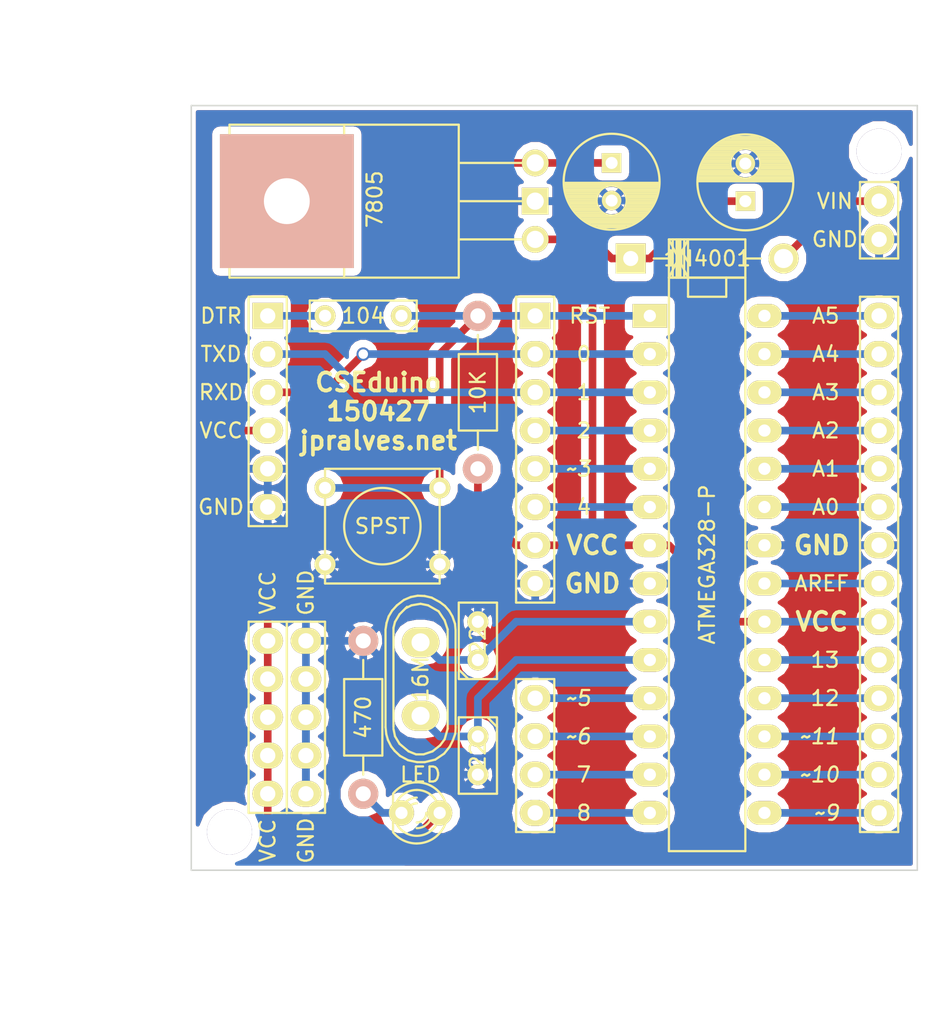
<source format=kicad_pcb>
(kicad_pcb (version 4) (host pcbnew "(2015-05-23 BZR 5679)-product")

  (general
    (links 59)
    (no_connects 0)
    (area 19.940001 17.47 87.538046 84.95)
    (thickness 1.6)
    (drawings 43)
    (tracks 129)
    (zones 0)
    (modules 22)
    (nets 31)
  )

  (page A4)
  (title_block
    (title "CSEduino - PCB edition")
    (date 17-4-2015)
    (rev 1.2)
    (company "Joao Alves")
  )

  (layers
    (0 F.Cu signal)
    (31 B.Cu signal)
    (36 B.SilkS user)
    (37 F.SilkS user)
    (38 B.Mask user)
    (39 F.Mask user)
    (40 Dwgs.User user)
    (41 Cmts.User user)
    (42 Eco1.User user)
    (43 Eco2.User user)
    (44 Edge.Cuts user)
    (45 Margin user)
    (47 F.CrtYd user)
    (49 F.Fab user)
  )

  (setup
    (last_trace_width 0.508)
    (trace_clearance 0.508)
    (zone_clearance 0.254)
    (zone_45_only no)
    (trace_min 0.508)
    (segment_width 0.2)
    (edge_width 0.1)
    (via_size 0.889)
    (via_drill 0.635)
    (via_min_size 0.889)
    (via_min_drill 0.508)
    (uvia_size 0.508)
    (uvia_drill 0.256)
    (uvias_allowed no)
    (uvia_min_size 0.508)
    (uvia_min_drill 0.127)
    (pcb_text_width 0.3)
    (pcb_text_size 1.5 1.5)
    (mod_edge_width 0.15)
    (mod_text_size 1 1)
    (mod_text_width 0.15)
    (pad_size 1.6764 1.6764)
    (pad_drill 0.8128)
    (pad_to_mask_clearance 0)
    (aux_axis_origin 33.02 78.74)
    (visible_elements 7FFFF77F)
    (pcbplotparams
      (layerselection 0x010e0_80000001)
      (usegerberextensions false)
      (excludeedgelayer true)
      (linewidth 0.100000)
      (plotframeref false)
      (viasonmask false)
      (mode 1)
      (useauxorigin false)
      (hpglpennumber 1)
      (hpglpenspeed 20)
      (hpglpendiameter 15)
      (hpglpenoverlay 2)
      (psnegative false)
      (psa4output false)
      (plotreference false)
      (plotvalue true)
      (plotinvisibletext false)
      (padsonsilk false)
      (subtractmaskfromsilk false)
      (outputformat 1)
      (mirror false)
      (drillshape 0)
      (scaleselection 1)
      (outputdirectory output/))
  )

  (net 0 "")
  (net 1 GND)
  (net 2 "Net-(C1-Pad1)")
  (net 3 +5V)
  (net 4 "Net-(C3-Pad1)")
  (net 5 "Net-(C4-Pad1)")
  (net 6 "Net-(C5-Pad1)")
  (net 7 "Net-(C5-Pad2)")
  (net 8 "Net-(D1-Pad1)")
  (net 9 "Net-(IC1-Pad2)")
  (net 10 "Net-(IC1-Pad3)")
  (net 11 "Net-(IC1-Pad4)")
  (net 12 "Net-(IC1-Pad5)")
  (net 13 "Net-(IC1-Pad6)")
  (net 14 "Net-(IC1-Pad11)")
  (net 15 "Net-(IC1-Pad12)")
  (net 16 "Net-(IC1-Pad13)")
  (net 17 "Net-(IC1-Pad14)")
  (net 18 "Net-(IC1-Pad15)")
  (net 19 "Net-(IC1-Pad16)")
  (net 20 "Net-(IC1-Pad17)")
  (net 21 "Net-(IC1-Pad18)")
  (net 22 "Net-(IC1-Pad19)")
  (net 23 "Net-(IC1-Pad21)")
  (net 24 "Net-(IC1-Pad23)")
  (net 25 "Net-(IC1-Pad24)")
  (net 26 "Net-(IC1-Pad25)")
  (net 27 "Net-(IC1-Pad26)")
  (net 28 "Net-(IC1-Pad27)")
  (net 29 "Net-(IC1-Pad28)")
  (net 30 "Net-(D2-Pad2)")

  (net_class Default "This is the default net class."
    (clearance 0.508)
    (trace_width 0.508)
    (via_dia 0.889)
    (via_drill 0.635)
    (uvia_dia 0.508)
    (uvia_drill 0.256)
    (add_net +5V)
    (add_net GND)
    (add_net "Net-(C1-Pad1)")
    (add_net "Net-(C3-Pad1)")
    (add_net "Net-(C4-Pad1)")
    (add_net "Net-(C5-Pad1)")
    (add_net "Net-(C5-Pad2)")
    (add_net "Net-(D1-Pad1)")
    (add_net "Net-(D2-Pad2)")
    (add_net "Net-(IC1-Pad11)")
    (add_net "Net-(IC1-Pad12)")
    (add_net "Net-(IC1-Pad13)")
    (add_net "Net-(IC1-Pad14)")
    (add_net "Net-(IC1-Pad15)")
    (add_net "Net-(IC1-Pad16)")
    (add_net "Net-(IC1-Pad17)")
    (add_net "Net-(IC1-Pad18)")
    (add_net "Net-(IC1-Pad19)")
    (add_net "Net-(IC1-Pad2)")
    (add_net "Net-(IC1-Pad21)")
    (add_net "Net-(IC1-Pad23)")
    (add_net "Net-(IC1-Pad24)")
    (add_net "Net-(IC1-Pad25)")
    (add_net "Net-(IC1-Pad26)")
    (add_net "Net-(IC1-Pad27)")
    (add_net "Net-(IC1-Pad28)")
    (add_net "Net-(IC1-Pad3)")
    (add_net "Net-(IC1-Pad4)")
    (add_net "Net-(IC1-Pad5)")
    (add_net "Net-(IC1-Pad6)")
  )

  (module Sockets_DIP:DIP-28__300_ELL (layer F.Cu) (tedit 552288A1) (tstamp 551E7278)
    (at 67.31 54.61 270)
    (descr "28 pins DIL package, elliptical pads, width 300mil")
    (tags DIL)
    (path /551E603B)
    (fp_text reference IC1 (at -11.43 0 270) (layer F.SilkS) hide
      (effects (font (size 1 1) (thickness 0.15)))
    )
    (fp_text value ATMEGA328-P (at 0 0 270) (layer F.SilkS)
      (effects (font (size 1 1) (thickness 0.15)))
    )
    (fp_line (start -19.05 -2.54) (end 19.05 -2.54) (layer F.SilkS) (width 0.15))
    (fp_line (start 19.05 -2.54) (end 19.05 2.54) (layer F.SilkS) (width 0.15))
    (fp_line (start 19.05 2.54) (end -19.05 2.54) (layer F.SilkS) (width 0.15))
    (fp_line (start -19.05 2.54) (end -19.05 -2.54) (layer F.SilkS) (width 0.15))
    (fp_line (start -19.05 -1.27) (end -17.78 -1.27) (layer F.SilkS) (width 0.15))
    (fp_line (start -17.78 -1.27) (end -17.78 1.27) (layer F.SilkS) (width 0.15))
    (fp_line (start -17.78 1.27) (end -19.05 1.27) (layer F.SilkS) (width 0.15))
    (pad 2 thru_hole oval (at -13.97 3.81 270) (size 1.5748 2.286) (drill 0.8128) (layers *.Cu *.Mask F.SilkS)
      (net 9 "Net-(IC1-Pad2)"))
    (pad 3 thru_hole oval (at -11.43 3.81 270) (size 1.5748 2.286) (drill 0.8128) (layers *.Cu *.Mask F.SilkS)
      (net 10 "Net-(IC1-Pad3)"))
    (pad 4 thru_hole oval (at -8.89 3.81 270) (size 1.5748 2.286) (drill 0.8128) (layers *.Cu *.Mask F.SilkS)
      (net 11 "Net-(IC1-Pad4)"))
    (pad 5 thru_hole oval (at -6.35 3.81 270) (size 1.5748 2.286) (drill 0.8128) (layers *.Cu *.Mask F.SilkS)
      (net 12 "Net-(IC1-Pad5)"))
    (pad 6 thru_hole oval (at -3.81 3.81 270) (size 1.5748 2.286) (drill 0.8128) (layers *.Cu *.Mask F.SilkS)
      (net 13 "Net-(IC1-Pad6)"))
    (pad 7 thru_hole oval (at -1.27 3.81 270) (size 1.5748 2.286) (drill 0.8128) (layers *.Cu *.Mask F.SilkS)
      (net 3 +5V))
    (pad 8 thru_hole oval (at 1.27 3.81 270) (size 1.5748 2.286) (drill 0.8128) (layers *.Cu *.Mask F.SilkS)
      (net 1 GND))
    (pad 9 thru_hole oval (at 3.81 3.81 270) (size 1.5748 2.286) (drill 0.8128) (layers *.Cu *.Mask F.SilkS)
      (net 5 "Net-(C4-Pad1)"))
    (pad 10 thru_hole oval (at 6.35 3.81 270) (size 1.5748 2.286) (drill 0.8128) (layers *.Cu *.Mask F.SilkS)
      (net 4 "Net-(C3-Pad1)"))
    (pad 11 thru_hole oval (at 8.89 3.81 270) (size 1.5748 2.286) (drill 0.8128) (layers *.Cu *.Mask F.SilkS)
      (net 14 "Net-(IC1-Pad11)"))
    (pad 12 thru_hole oval (at 11.43 3.81 270) (size 1.5748 2.286) (drill 0.8128) (layers *.Cu *.Mask F.SilkS)
      (net 15 "Net-(IC1-Pad12)"))
    (pad 13 thru_hole oval (at 13.97 3.81 270) (size 1.5748 2.286) (drill 0.8128) (layers *.Cu *.Mask F.SilkS)
      (net 16 "Net-(IC1-Pad13)"))
    (pad 14 thru_hole oval (at 16.51 3.81 270) (size 1.5748 2.286) (drill 0.8128) (layers *.Cu *.Mask F.SilkS)
      (net 17 "Net-(IC1-Pad14)"))
    (pad 1 thru_hole rect (at -16.51 3.81 270) (size 1.5748 2.286) (drill 0.8128) (layers *.Cu *.Mask F.SilkS)
      (net 6 "Net-(C5-Pad1)"))
    (pad 15 thru_hole oval (at 16.51 -3.81 270) (size 1.5748 2.286) (drill 0.8128) (layers *.Cu *.Mask F.SilkS)
      (net 18 "Net-(IC1-Pad15)"))
    (pad 16 thru_hole oval (at 13.97 -3.81 270) (size 1.5748 2.286) (drill 0.8128) (layers *.Cu *.Mask F.SilkS)
      (net 19 "Net-(IC1-Pad16)"))
    (pad 17 thru_hole oval (at 11.43 -3.81 270) (size 1.5748 2.286) (drill 0.8128) (layers *.Cu *.Mask F.SilkS)
      (net 20 "Net-(IC1-Pad17)"))
    (pad 18 thru_hole oval (at 8.89 -3.81 270) (size 1.5748 2.286) (drill 0.8128) (layers *.Cu *.Mask F.SilkS)
      (net 21 "Net-(IC1-Pad18)"))
    (pad 19 thru_hole oval (at 6.35 -3.81 270) (size 1.5748 2.286) (drill 0.8128) (layers *.Cu *.Mask F.SilkS)
      (net 22 "Net-(IC1-Pad19)"))
    (pad 20 thru_hole oval (at 3.81 -3.81 270) (size 1.5748 2.286) (drill 0.8128) (layers *.Cu *.Mask F.SilkS)
      (net 3 +5V))
    (pad 21 thru_hole oval (at 1.27 -3.81 270) (size 1.5748 2.286) (drill 0.8128) (layers *.Cu *.Mask F.SilkS)
      (net 23 "Net-(IC1-Pad21)"))
    (pad 22 thru_hole oval (at -1.27 -3.81 270) (size 1.5748 2.286) (drill 0.8128) (layers *.Cu *.Mask F.SilkS)
      (net 1 GND))
    (pad 23 thru_hole oval (at -3.81 -3.81 270) (size 1.5748 2.286) (drill 0.8128) (layers *.Cu *.Mask F.SilkS)
      (net 24 "Net-(IC1-Pad23)"))
    (pad 24 thru_hole oval (at -6.35 -3.81 270) (size 1.5748 2.286) (drill 0.8128) (layers *.Cu *.Mask F.SilkS)
      (net 25 "Net-(IC1-Pad24)"))
    (pad 25 thru_hole oval (at -8.89 -3.81 270) (size 1.5748 2.286) (drill 0.8128) (layers *.Cu *.Mask F.SilkS)
      (net 26 "Net-(IC1-Pad25)"))
    (pad 26 thru_hole oval (at -11.43 -3.81 270) (size 1.5748 2.286) (drill 0.8128) (layers *.Cu *.Mask F.SilkS)
      (net 27 "Net-(IC1-Pad26)"))
    (pad 27 thru_hole oval (at -13.97 -3.81 270) (size 1.5748 2.286) (drill 0.8128) (layers *.Cu *.Mask F.SilkS)
      (net 28 "Net-(IC1-Pad27)"))
    (pad 28 thru_hole oval (at -16.51 -3.81 270) (size 1.5748 2.286) (drill 0.8128) (layers *.Cu *.Mask F.SilkS)
      (net 29 "Net-(IC1-Pad28)"))
    (model 3d/pth_circuits/dil_28-300_socket.wrl
      (at (xyz 0 0 0))
      (scale (xyz 1 1 1))
      (rotate (xyz 0 0 0))
    )
  )

  (module Discret:C1 (layer F.Cu) (tedit 553E58A8) (tstamp 551E721E)
    (at 52.07 59.69 90)
    (descr "Condensateur e = 1 pas")
    (tags C)
    (path /551E62D1)
    (fp_text reference C4 (at 0.254 -2.286 90) (layer F.SilkS) hide
      (effects (font (size 1 1) (thickness 0.15)))
    )
    (fp_text value 22 (at 0 0 90) (layer F.SilkS)
      (effects (font (size 1 1) (thickness 0.15)))
    )
    (fp_line (start -2.4892 -1.27) (end 2.54 -1.27) (layer F.SilkS) (width 0.15))
    (fp_line (start 2.54 -1.27) (end 2.54 1.27) (layer F.SilkS) (width 0.15))
    (fp_line (start 2.54 1.27) (end -2.54 1.27) (layer F.SilkS) (width 0.15))
    (fp_line (start -2.54 1.27) (end -2.54 -1.27) (layer F.SilkS) (width 0.15))
    (fp_line (start -2.54 -0.635) (end -1.905 -1.27) (layer F.SilkS) (width 0.15))
    (pad 1 thru_hole circle (at -1.27 0 90) (size 1.397 1.397) (drill 0.8128) (layers *.Cu *.Mask F.SilkS)
      (net 5 "Net-(C4-Pad1)"))
    (pad 2 thru_hole circle (at 1.27 0 90) (size 1.397 1.397) (drill 0.8128) (layers *.Cu *.Mask F.SilkS)
      (net 1 GND))
    (model 3d/capacitors/cnp_3mm_disc.wrl
      (at (xyz 0 0 0))
      (scale (xyz 1 1 1))
      (rotate (xyz 0 0 0))
    )
  )

  (module Discret:C1 (layer F.Cu) (tedit 553E58BB) (tstamp 551E7213)
    (at 52.07 67.31 270)
    (descr "Condensateur e = 1 pas")
    (tags C)
    (path /551E6211)
    (fp_text reference C3 (at 0.254 -2.286 270) (layer F.SilkS) hide
      (effects (font (size 1 1) (thickness 0.15)))
    )
    (fp_text value 22 (at 0 0 270) (layer F.SilkS)
      (effects (font (size 1 1) (thickness 0.15)))
    )
    (fp_line (start -2.4892 -1.27) (end 2.54 -1.27) (layer F.SilkS) (width 0.15))
    (fp_line (start 2.54 -1.27) (end 2.54 1.27) (layer F.SilkS) (width 0.15))
    (fp_line (start 2.54 1.27) (end -2.54 1.27) (layer F.SilkS) (width 0.15))
    (fp_line (start -2.54 1.27) (end -2.54 -1.27) (layer F.SilkS) (width 0.15))
    (fp_line (start -2.54 -0.635) (end -1.905 -1.27) (layer F.SilkS) (width 0.15))
    (pad 1 thru_hole circle (at -1.27 0 270) (size 1.397 1.397) (drill 0.8128) (layers *.Cu *.Mask F.SilkS)
      (net 4 "Net-(C3-Pad1)"))
    (pad 2 thru_hole circle (at 1.27 0 270) (size 1.397 1.397) (drill 0.8128) (layers *.Cu *.Mask F.SilkS)
      (net 1 GND))
    (model 3d/capacitors/cnp_3mm_disc.wrl
      (at (xyz 0 0 0))
      (scale (xyz 1 1 1))
      (rotate (xyz 0 0 0))
    )
  )

  (module Discret:C2 (layer F.Cu) (tedit 553E58DA) (tstamp 551E7229)
    (at 44.45 38.1 180)
    (descr "Condensateur = 2 pas")
    (tags C)
    (path /551EA5E1)
    (fp_text reference C5 (at 0 0 180) (layer F.SilkS) hide
      (effects (font (size 1 1) (thickness 0.15)))
    )
    (fp_text value 104 (at 0 0 180) (layer F.SilkS)
      (effects (font (size 1 1) (thickness 0.15)))
    )
    (fp_line (start -3.556 -1.016) (end 3.556 -1.016) (layer F.SilkS) (width 0.15))
    (fp_line (start 3.556 -1.016) (end 3.556 1.016) (layer F.SilkS) (width 0.15))
    (fp_line (start 3.556 1.016) (end -3.556 1.016) (layer F.SilkS) (width 0.15))
    (fp_line (start -3.556 1.016) (end -3.556 -1.016) (layer F.SilkS) (width 0.15))
    (fp_line (start -3.556 -0.508) (end -3.048 -1.016) (layer F.SilkS) (width 0.15))
    (pad 1 thru_hole circle (at -2.54 0 180) (size 1.397 1.397) (drill 0.8128) (layers *.Cu *.Mask F.SilkS)
      (net 6 "Net-(C5-Pad1)"))
    (pad 2 thru_hole circle (at 2.54 0 180) (size 1.397 1.397) (drill 0.8128) (layers *.Cu *.Mask F.SilkS)
      (net 7 "Net-(C5-Pad2)"))
    (model 3d/capacitors/cnp_6mm_disc.wrl
      (at (xyz 0 0 0))
      (scale (xyz 1 1 1))
      (rotate (xyz 0 0 0))
    )
  )

  (module Diodes_ThroughHole:Diode_DO-41_SOD81_Horizontal_RM10 (layer F.Cu) (tedit 5522744A) (tstamp 551EC555)
    (at 67.31 34.29 180)
    (descr "Diode, DO-41, SOD81, Horizontal, RM 10mm,")
    (tags "Diode, DO-41, SOD81, Horizontal, RM 10mm, 1N4007, SB140,")
    (path /551E7627)
    (fp_text reference D1 (at 0 2.54 180) (layer F.SilkS) hide
      (effects (font (size 1 1) (thickness 0.15)))
    )
    (fp_text value 1N4001 (at 0 0 180) (layer F.SilkS)
      (effects (font (size 1 1) (thickness 0.15)))
    )
    (fp_line (start -2.54 0) (end -3.556 0) (layer F.SilkS) (width 0.15))
    (fp_line (start 2.286 0) (end 3.556 0) (layer F.SilkS) (width 0.15))
    (fp_line (start 2.032 -1.27) (end 2.032 1.27) (layer F.SilkS) (width 0.15))
    (fp_line (start 1.778 -1.27) (end 1.778 1.27) (layer F.SilkS) (width 0.15))
    (fp_line (start 1.524 -1.27) (end 1.524 1.27) (layer F.SilkS) (width 0.15))
    (fp_line (start 2.286 -1.27) (end 2.286 1.27) (layer F.SilkS) (width 0.15))
    (fp_line (start 1.27 -1.27) (end 2.54 1.27) (layer F.SilkS) (width 0.15))
    (fp_line (start 2.54 -1.27) (end 1.27 1.27) (layer F.SilkS) (width 0.15))
    (fp_line (start 1.27 -1.27) (end 1.27 1.27) (layer F.SilkS) (width 0.15))
    (fp_line (start 1.905 -1.27) (end 1.905 1.27) (layer F.SilkS) (width 0.15))
    (fp_line (start 2.54 1.27) (end 2.54 -1.27) (layer F.SilkS) (width 0.15))
    (fp_line (start 2.54 -1.27) (end -2.54 -1.27) (layer F.SilkS) (width 0.15))
    (fp_line (start -2.54 -1.27) (end -2.54 1.27) (layer F.SilkS) (width 0.15))
    (fp_line (start -2.54 1.27) (end 2.54 1.27) (layer F.SilkS) (width 0.15))
    (pad 1 thru_hole circle (at -5.08 0 180) (size 1.99898 1.99898) (drill 1.27) (layers *.Cu *.Mask F.SilkS)
      (net 8 "Net-(D1-Pad1)"))
    (pad 2 thru_hole rect (at 5.08 0 180) (size 1.99898 1.99898) (drill 1.00076) (layers *.Cu *.Mask F.SilkS)
      (net 2 "Net-(C1-Pad1)"))
    (model 3d/pth_diodes/diode_do41.wrl
      (at (xyz 0 0 0))
      (scale (xyz 1 1 1))
      (rotate (xyz 0 0 0))
    )
  )

  (module Discret:SW_PUSH_SMALL (layer F.Cu) (tedit 552288E2) (tstamp 551E730A)
    (at 45.72 52.07)
    (path /551EA9DC)
    (fp_text reference SW1 (at 0 -0.762) (layer F.SilkS) hide
      (effects (font (size 1 1) (thickness 0.15)))
    )
    (fp_text value SPST (at 0 0) (layer F.SilkS)
      (effects (font (size 1 1) (thickness 0.15)))
    )
    (fp_circle (center 0 0) (end 0 -2.54) (layer F.SilkS) (width 0.15))
    (fp_line (start -3.81 -3.81) (end 3.81 -3.81) (layer F.SilkS) (width 0.15))
    (fp_line (start 3.81 -3.81) (end 3.81 3.81) (layer F.SilkS) (width 0.15))
    (fp_line (start 3.81 3.81) (end -3.81 3.81) (layer F.SilkS) (width 0.15))
    (fp_line (start -3.81 -3.81) (end -3.81 3.81) (layer F.SilkS) (width 0.15))
    (pad 1 thru_hole circle (at 3.81 -2.54) (size 1.397 1.397) (drill 0.8128) (layers *.Cu *.Mask F.SilkS)
      (net 6 "Net-(C5-Pad1)"))
    (pad 2 thru_hole circle (at 3.81 2.54) (size 1.397 1.397) (drill 0.8128) (layers *.Cu *.Mask F.SilkS)
      (net 1 GND))
    (pad 1 thru_hole circle (at -3.81 -2.54) (size 1.397 1.397) (drill 0.8128) (layers *.Cu *.Mask F.SilkS)
      (net 6 "Net-(C5-Pad1)"))
    (pad 2 thru_hole circle (at -3.81 2.54) (size 1.397 1.397) (drill 0.8128) (layers *.Cu *.Mask F.SilkS)
      (net 1 GND))
    (model 3d/switch/pcb_push.wrl
      (at (xyz 0 0 0))
      (scale (xyz 1 1 1))
      (rotate (xyz 0 0 90))
    )
  )

  (module Crystal_HC50-U_Vertical (layer F.Cu) (tedit 553F84D0) (tstamp 551E7355)
    (at 48.26 62.23 90)
    (descr "Crystal, Quarz, HC50/U, vertical, stehend,")
    (tags "Crystal, Quarz, HC50/U, vertical, stehend,")
    (path /551E619A)
    (fp_text reference X1 (at 0 -3.81 90) (layer F.SilkS) hide
      (effects (font (size 1 1) (thickness 0.15)))
    )
    (fp_text value 16M (at 0 0 90) (layer F.SilkS)
      (effects (font (size 1 1) (thickness 0.15)))
    )
    (fp_line (start 4.699 -1.00076) (end 4.89966 -0.59944) (layer F.SilkS) (width 0.15))
    (fp_line (start 4.89966 -0.59944) (end 5.00126 0) (layer F.SilkS) (width 0.15))
    (fp_line (start 5.00126 0) (end 4.89966 0.50038) (layer F.SilkS) (width 0.15))
    (fp_line (start 4.89966 0.50038) (end 4.50088 1.19888) (layer F.SilkS) (width 0.15))
    (fp_line (start 4.50088 1.19888) (end 3.8989 1.6002) (layer F.SilkS) (width 0.15))
    (fp_line (start 3.8989 1.6002) (end 3.29946 1.80086) (layer F.SilkS) (width 0.15))
    (fp_line (start 3.29946 1.80086) (end -3.29946 1.80086) (layer F.SilkS) (width 0.15))
    (fp_line (start -3.29946 1.80086) (end -4.0005 1.6002) (layer F.SilkS) (width 0.15))
    (fp_line (start -4.0005 1.6002) (end -4.39928 1.30048) (layer F.SilkS) (width 0.15))
    (fp_line (start -4.39928 1.30048) (end -4.8006 0.8001) (layer F.SilkS) (width 0.15))
    (fp_line (start -4.8006 0.8001) (end -5.00126 0.20066) (layer F.SilkS) (width 0.15))
    (fp_line (start -5.00126 0.20066) (end -5.00126 -0.29972) (layer F.SilkS) (width 0.15))
    (fp_line (start -5.00126 -0.29972) (end -4.8006 -0.8001) (layer F.SilkS) (width 0.15))
    (fp_line (start -4.8006 -0.8001) (end -4.30022 -1.39954) (layer F.SilkS) (width 0.15))
    (fp_line (start -4.30022 -1.39954) (end -3.79984 -1.69926) (layer F.SilkS) (width 0.15))
    (fp_line (start -3.79984 -1.69926) (end -3.29946 -1.80086) (layer F.SilkS) (width 0.15))
    (fp_line (start -3.2004 -1.80086) (end 3.40106 -1.80086) (layer F.SilkS) (width 0.15))
    (fp_line (start 3.40106 -1.80086) (end 3.79984 -1.69926) (layer F.SilkS) (width 0.15))
    (fp_line (start 3.79984 -1.69926) (end 4.30022 -1.39954) (layer F.SilkS) (width 0.15))
    (fp_line (start 4.30022 -1.39954) (end 4.8006 -0.89916) (layer F.SilkS) (width 0.15))
    (fp_line (start -3.19024 -2.32918) (end -3.64998 -2.28092) (layer F.SilkS) (width 0.15))
    (fp_line (start -3.64998 -2.28092) (end -4.04876 -2.16916) (layer F.SilkS) (width 0.15))
    (fp_line (start -4.04876 -2.16916) (end -4.48056 -1.95072) (layer F.SilkS) (width 0.15))
    (fp_line (start -4.48056 -1.95072) (end -4.77012 -1.71958) (layer F.SilkS) (width 0.15))
    (fp_line (start -4.77012 -1.71958) (end -5.10032 -1.36906) (layer F.SilkS) (width 0.15))
    (fp_line (start -5.10032 -1.36906) (end -5.38988 -0.83058) (layer F.SilkS) (width 0.15))
    (fp_line (start -5.38988 -0.83058) (end -5.51942 -0.23114) (layer F.SilkS) (width 0.15))
    (fp_line (start -5.51942 -0.23114) (end -5.51942 0.2794) (layer F.SilkS) (width 0.15))
    (fp_line (start -5.51942 0.2794) (end -5.34924 0.98044) (layer F.SilkS) (width 0.15))
    (fp_line (start -5.34924 0.98044) (end -4.95046 1.56972) (layer F.SilkS) (width 0.15))
    (fp_line (start -4.95046 1.56972) (end -4.49072 1.94056) (layer F.SilkS) (width 0.15))
    (fp_line (start -4.49072 1.94056) (end -4.06908 2.14884) (layer F.SilkS) (width 0.15))
    (fp_line (start -4.06908 2.14884) (end -3.6195 2.30886) (layer F.SilkS) (width 0.15))
    (fp_line (start -3.6195 2.30886) (end -3.18008 2.33934) (layer F.SilkS) (width 0.15))
    (fp_line (start 4.16052 2.1209) (end 4.53898 1.89992) (layer F.SilkS) (width 0.15))
    (fp_line (start 4.53898 1.89992) (end 4.85902 1.62052) (layer F.SilkS) (width 0.15))
    (fp_line (start 4.85902 1.62052) (end 5.11048 1.29032) (layer F.SilkS) (width 0.15))
    (fp_line (start 5.11048 1.29032) (end 5.4102 0.73914) (layer F.SilkS) (width 0.15))
    (fp_line (start 5.4102 0.73914) (end 5.51942 0.26924) (layer F.SilkS) (width 0.15))
    (fp_line (start 5.51942 0.26924) (end 5.53974 -0.1905) (layer F.SilkS) (width 0.15))
    (fp_line (start 5.53974 -0.1905) (end 5.45084 -0.65024) (layer F.SilkS) (width 0.15))
    (fp_line (start 5.45084 -0.65024) (end 5.26034 -1.09982) (layer F.SilkS) (width 0.15))
    (fp_line (start 5.26034 -1.09982) (end 4.89966 -1.56972) (layer F.SilkS) (width 0.15))
    (fp_line (start 4.89966 -1.56972) (end 4.54914 -1.88976) (layer F.SilkS) (width 0.15))
    (fp_line (start 4.54914 -1.88976) (end 4.16052 -2.1209) (layer F.SilkS) (width 0.15))
    (fp_line (start 4.16052 -2.1209) (end 3.73126 -2.2606) (layer F.SilkS) (width 0.15))
    (fp_line (start 3.73126 -2.2606) (end 3.2893 -2.32918) (layer F.SilkS) (width 0.15))
    (fp_line (start -3.2004 2.32918) (end 3.2512 2.32918) (layer F.SilkS) (width 0.15))
    (fp_line (start 3.2512 2.32918) (end 3.6703 2.29108) (layer F.SilkS) (width 0.15))
    (fp_line (start 3.6703 2.29108) (end 4.16052 2.1209) (layer F.SilkS) (width 0.15))
    (fp_line (start -3.2004 -2.32918) (end 3.2512 -2.32918) (layer F.SilkS) (width 0.15))
    (pad 1 thru_hole oval (at -2.44094 0 90) (size 1.99898 2.49936) (drill 1.19888) (layers *.Cu *.Mask F.SilkS)
      (net 4 "Net-(C3-Pad1)"))
    (pad 2 thru_hole oval (at 2.44094 0 90) (size 1.99898 2.49936) (drill 1.19888) (layers *.Cu *.Mask F.SilkS)
      (net 5 "Net-(C4-Pad1)"))
    (model 3d/pth_crystals/crystal_hc-49s.wrl
      (at (xyz 0 0 0))
      (scale (xyz 1 1 1))
      (rotate (xyz 0 0 0))
    )
  )

  (module Pin_Headers:Pin_Header_Straight_1x05 (layer F.Cu) (tedit 552288DC) (tstamp 551F12B4)
    (at 40.64 59.69)
    (descr "Through hole pin header")
    (tags "pin header")
    (fp_text reference REF** (at 0 -5.1) (layer F.SilkS) hide
      (effects (font (size 1 1) (thickness 0.15)))
    )
    (fp_text value GND (at 0 -3.2 90) (layer F.SilkS)
      (effects (font (size 1 1) (thickness 0.15)))
    )
    (fp_line (start -1.75 -1.75) (end -1.75 11.95) (layer F.CrtYd) (width 0.05))
    (fp_line (start 1.75 -1.75) (end 1.75 11.95) (layer F.CrtYd) (width 0.05))
    (fp_line (start -1.75 -1.75) (end 1.75 -1.75) (layer F.CrtYd) (width 0.05))
    (fp_line (start -1.75 11.95) (end 1.75 11.95) (layer F.CrtYd) (width 0.05))
    (fp_line (start 1.27 -1.27) (end 1.27 11.43) (layer F.SilkS) (width 0.15))
    (fp_line (start 1.27 11.43) (end -1.27 11.43) (layer F.SilkS) (width 0.15))
    (fp_line (start -1.27 11.43) (end -1.27 -1.27) (layer F.SilkS) (width 0.15))
    (fp_line (start 1.27 -1.27) (end -1.27 -1.27) (layer F.SilkS) (width 0.15))
    (pad 1 thru_hole oval (at 0 0) (size 2.032 1.7272) (drill 1.016) (layers *.Cu *.Mask F.SilkS))
    (pad 2 thru_hole oval (at 0 2.54) (size 2.032 1.7272) (drill 1.016) (layers *.Cu *.Mask F.SilkS))
    (pad 3 thru_hole oval (at 0 5.08) (size 2.032 1.7272) (drill 1.016) (layers *.Cu *.Mask F.SilkS))
    (pad 4 thru_hole oval (at 0 7.62) (size 2.032 1.7272) (drill 1.016) (layers *.Cu *.Mask F.SilkS))
    (pad 5 thru_hole oval (at 0 10.16) (size 2.032 1.7272) (drill 1.016) (layers *.Cu *.Mask F.SilkS))
    (model Pin_Headers.3dshapes/Pin_Header_Straight_1x05.wrl
      (at (xyz 0 -0.2000000029802322 0))
      (scale (xyz 1 1 1))
      (rotate (xyz 0 0 90))
    )
  )

  (module Pin_Headers:Pin_Header_Straight_1x05 (layer F.Cu) (tedit 55228750) (tstamp 551F0D4B)
    (at 38.1 59.69)
    (descr "Through hole pin header")
    (tags "pin header")
    (fp_text reference REF** (at 0 -5.1) (layer F.SilkS) hide
      (effects (font (size 1 1) (thickness 0.15)))
    )
    (fp_text value VCC (at 0 -3.2 90) (layer F.SilkS)
      (effects (font (size 1 1) (thickness 0.15)))
    )
    (fp_line (start -1.75 -1.75) (end -1.75 11.95) (layer F.CrtYd) (width 0.05))
    (fp_line (start 1.75 -1.75) (end 1.75 11.95) (layer F.CrtYd) (width 0.05))
    (fp_line (start -1.75 -1.75) (end 1.75 -1.75) (layer F.CrtYd) (width 0.05))
    (fp_line (start -1.75 11.95) (end 1.75 11.95) (layer F.CrtYd) (width 0.05))
    (fp_line (start 1.27 -1.27) (end 1.27 11.43) (layer F.SilkS) (width 0.15))
    (fp_line (start 1.27 11.43) (end -1.27 11.43) (layer F.SilkS) (width 0.15))
    (fp_line (start -1.27 11.43) (end -1.27 -1.27) (layer F.SilkS) (width 0.15))
    (fp_line (start 1.27 -1.27) (end -1.27 -1.27) (layer F.SilkS) (width 0.15))
    (pad 1 thru_hole oval (at 0 0) (size 2.032 1.7272) (drill 1.016) (layers *.Cu *.Mask F.SilkS))
    (pad 2 thru_hole oval (at 0 2.54) (size 2.032 1.7272) (drill 1.016) (layers *.Cu *.Mask F.SilkS))
    (pad 3 thru_hole oval (at 0 5.08) (size 2.032 1.7272) (drill 1.016) (layers *.Cu *.Mask F.SilkS))
    (pad 4 thru_hole oval (at 0 7.62) (size 2.032 1.7272) (drill 1.016) (layers *.Cu *.Mask F.SilkS))
    (pad 5 thru_hole oval (at 0 10.16) (size 2.032 1.7272) (drill 1.016) (layers *.Cu *.Mask F.SilkS))
    (model Pin_Headers.3dshapes/Pin_Header_Straight_1x05.wrl
      (at (xyz 0 -0.2000000029802322 0))
      (scale (xyz 1 1 1))
      (rotate (xyz 0 0 90))
    )
  )

  (module Pin_Headers:Pin_Header_Straight_1x06 (layer F.Cu) (tedit 55228900) (tstamp 551E72E5)
    (at 38.1 38.1)
    (descr "Through hole pin header")
    (tags "pin header")
    (path /551EA0DA)
    (fp_text reference P5 (at 0 -5.1) (layer F.SilkS) hide
      (effects (font (size 1 1) (thickness 0.15)))
    )
    (fp_text value CONN_01X06 (at 0 -3.1) (layer F.SilkS) hide
      (effects (font (size 1 1) (thickness 0.15)))
    )
    (fp_line (start -1.75 -1.75) (end -1.75 14.45) (layer F.CrtYd) (width 0.05))
    (fp_line (start 1.75 -1.75) (end 1.75 14.45) (layer F.CrtYd) (width 0.05))
    (fp_line (start -1.75 -1.75) (end 1.75 -1.75) (layer F.CrtYd) (width 0.05))
    (fp_line (start -1.75 14.45) (end 1.75 14.45) (layer F.CrtYd) (width 0.05))
    (fp_line (start 1.27 -1.27) (end 1.27 13.97) (layer F.SilkS) (width 0.15))
    (fp_line (start 1.27 13.97) (end -1.27 13.97) (layer F.SilkS) (width 0.15))
    (fp_line (start -1.27 13.97) (end -1.27 -1.27) (layer F.SilkS) (width 0.15))
    (fp_line (start 1.27 -1.27) (end -1.27 -1.27) (layer F.SilkS) (width 0.15))
    (pad 1 thru_hole rect (at 0 0) (size 2.032 1.7272) (drill 1.016) (layers *.Cu *.Mask F.SilkS)
      (net 7 "Net-(C5-Pad2)"))
    (pad 2 thru_hole oval (at 0 2.54) (size 2.032 1.7272) (drill 1.016) (layers *.Cu *.Mask F.SilkS)
      (net 10 "Net-(IC1-Pad3)"))
    (pad 3 thru_hole oval (at 0 5.08) (size 2.032 1.7272) (drill 1.016) (layers *.Cu *.Mask F.SilkS)
      (net 9 "Net-(IC1-Pad2)"))
    (pad 4 thru_hole oval (at 0 7.62) (size 2.032 1.7272) (drill 1.016) (layers *.Cu *.Mask F.SilkS)
      (net 3 +5V))
    (pad 5 thru_hole oval (at 0 10.16) (size 2.032 1.7272) (drill 1.016) (layers *.Cu *.Mask F.SilkS)
      (net 1 GND))
    (pad 6 thru_hole oval (at 0 12.7) (size 2.032 1.7272) (drill 1.016) (layers *.Cu *.Mask F.SilkS)
      (net 1 GND))
    (model Pin_Headers.3dshapes/Pin_Header_Straight_1x06.wrl
      (at (xyz 0 -0.25 0))
      (scale (xyz 1 1 1))
      (rotate (xyz 0 0 90))
    )
  )

  (module Pin_Headers:Pin_Header_Straight_1x08 (layer F.Cu) (tedit 55228967) (tstamp 551E72D0)
    (at 55.88 38.1)
    (descr "Through hole pin header")
    (tags "pin header")
    (path /551E8E01)
    (fp_text reference P4 (at 0 -5.1) (layer F.SilkS) hide
      (effects (font (size 1 1) (thickness 0.15)))
    )
    (fp_text value CONN_01X08 (at 0 -3.1) (layer F.SilkS) hide
      (effects (font (size 1 1) (thickness 0.15)))
    )
    (fp_line (start -1.75 -1.75) (end -1.75 19.55) (layer F.CrtYd) (width 0.05))
    (fp_line (start 1.75 -1.75) (end 1.75 19.55) (layer F.CrtYd) (width 0.05))
    (fp_line (start -1.75 -1.75) (end 1.75 -1.75) (layer F.CrtYd) (width 0.05))
    (fp_line (start -1.75 19.55) (end 1.75 19.55) (layer F.CrtYd) (width 0.05))
    (fp_line (start 1.27 -1.27) (end 1.27 19.05) (layer F.SilkS) (width 0.15))
    (fp_line (start 1.27 19.05) (end -1.27 19.05) (layer F.SilkS) (width 0.15))
    (fp_line (start -1.27 19.05) (end -1.27 -1.27) (layer F.SilkS) (width 0.15))
    (fp_line (start 1.27 -1.27) (end -1.27 -1.27) (layer F.SilkS) (width 0.15))
    (pad 1 thru_hole rect (at 0 0) (size 2.032 1.7272) (drill 1.016) (layers *.Cu *.Mask F.SilkS)
      (net 6 "Net-(C5-Pad1)"))
    (pad 2 thru_hole oval (at 0 2.54) (size 2.032 1.7272) (drill 1.016) (layers *.Cu *.Mask F.SilkS)
      (net 9 "Net-(IC1-Pad2)"))
    (pad 3 thru_hole oval (at 0 5.08) (size 2.032 1.7272) (drill 1.016) (layers *.Cu *.Mask F.SilkS)
      (net 10 "Net-(IC1-Pad3)"))
    (pad 4 thru_hole oval (at 0 7.62) (size 2.032 1.7272) (drill 1.016) (layers *.Cu *.Mask F.SilkS)
      (net 11 "Net-(IC1-Pad4)"))
    (pad 5 thru_hole oval (at 0 10.16) (size 2.032 1.7272) (drill 1.016) (layers *.Cu *.Mask F.SilkS)
      (net 12 "Net-(IC1-Pad5)"))
    (pad 6 thru_hole oval (at 0 12.7) (size 2.032 1.7272) (drill 1.016) (layers *.Cu *.Mask F.SilkS)
      (net 13 "Net-(IC1-Pad6)"))
    (pad 7 thru_hole oval (at 0 15.24) (size 2.032 1.7272) (drill 1.016) (layers *.Cu *.Mask F.SilkS)
      (net 3 +5V))
    (pad 8 thru_hole oval (at 0 17.78) (size 2.032 1.7272) (drill 1.016) (layers *.Cu *.Mask F.SilkS)
      (net 1 GND))
    (model Pin_Headers.3dshapes/Pin_Header_Straight_1x08.wrl
      (at (xyz 0 -0.3499999940395355 0))
      (scale (xyz 1 1 1))
      (rotate (xyz 0 0 90))
    )
  )

  (module Pin_Headers:Pin_Header_Straight_1x02 (layer F.Cu) (tedit 552288B5) (tstamp 551E7289)
    (at 78.74 30.48)
    (descr "Through hole pin header")
    (tags "pin header")
    (path /551E740B)
    (fp_text reference P1 (at 0 -5.1) (layer F.SilkS) hide
      (effects (font (size 1 1) (thickness 0.15)))
    )
    (fp_text value CONN_01X02 (at 0 -3.1) (layer F.SilkS) hide
      (effects (font (size 1 1) (thickness 0.15)))
    )
    (fp_line (start 1.27 -1.27) (end 1.27 3.81) (layer F.SilkS) (width 0.15))
    (fp_line (start -1.75 -1.75) (end -1.75 4.3) (layer F.CrtYd) (width 0.05))
    (fp_line (start 1.75 -1.75) (end 1.75 4.3) (layer F.CrtYd) (width 0.05))
    (fp_line (start -1.75 -1.75) (end 1.75 -1.75) (layer F.CrtYd) (width 0.05))
    (fp_line (start -1.75 4.3) (end 1.75 4.3) (layer F.CrtYd) (width 0.05))
    (fp_line (start 1.27 -1.27) (end -1.27 -1.27) (layer F.SilkS) (width 0.15))
    (fp_line (start -1.27 -1.27) (end -1.27 3.81) (layer F.SilkS) (width 0.15))
    (fp_line (start -1.27 3.81) (end 1.27 3.81) (layer F.SilkS) (width 0.15))
    (pad 1 thru_hole oval (at 0 0) (size 2.032 2.032) (drill 1.016) (layers *.Cu *.Mask F.SilkS)
      (net 8 "Net-(D1-Pad1)"))
    (pad 2 thru_hole oval (at 0 2.54) (size 2.032 2.032) (drill 1.016) (layers *.Cu *.Mask F.SilkS)
      (net 1 GND))
    (model Pin_Headers.3dshapes/Pin_Header_Straight_1x02.wrl
      (at (xyz 0 -0.05000000074505806 0))
      (scale (xyz 1 1 1))
      (rotate (xyz 0 0 90))
    )
  )

  (module Pin_Headers:Pin_Header_Straight_1x04 (layer F.Cu) (tedit 55228949) (tstamp 551E72B9)
    (at 55.88 63.5)
    (descr "Through hole pin header")
    (tags "pin header")
    (path /551E792D)
    (zone_connect 2)
    (fp_text reference P3 (at 0 -5.1) (layer F.SilkS) hide
      (effects (font (size 1 1) (thickness 0.15)))
    )
    (fp_text value CONN_01X04 (at 0 -3.1) (layer F.SilkS) hide
      (effects (font (size 1 1) (thickness 0.15)))
    )
    (fp_line (start -1.75 -1.75) (end -1.75 9.4) (layer F.CrtYd) (width 0.05))
    (fp_line (start 1.75 -1.75) (end 1.75 9.4) (layer F.CrtYd) (width 0.05))
    (fp_line (start -1.75 -1.75) (end 1.75 -1.75) (layer F.CrtYd) (width 0.05))
    (fp_line (start -1.75 9.4) (end 1.75 9.4) (layer F.CrtYd) (width 0.05))
    (fp_line (start -1.27 -1.27) (end -1.27 8.89) (layer F.SilkS) (width 0.15))
    (fp_line (start 1.27 -1.27) (end 1.27 8.89) (layer F.SilkS) (width 0.15))
    (fp_line (start -1.27 8.89) (end 1.27 8.89) (layer F.SilkS) (width 0.15))
    (fp_line (start -1.27 -1.27) (end 1.27 -1.27) (layer F.SilkS) (width 0.15))
    (pad 1 thru_hole oval (at 0 0) (size 2.032 1.7272) (drill 1.016) (layers *.Cu *.Mask F.SilkS)
      (net 14 "Net-(IC1-Pad11)") (zone_connect 2))
    (pad 2 thru_hole oval (at 0 2.54) (size 2.032 1.7272) (drill 1.016) (layers *.Cu *.Mask F.SilkS)
      (net 15 "Net-(IC1-Pad12)") (zone_connect 2))
    (pad 3 thru_hole oval (at 0 5.08) (size 2.032 1.7272) (drill 1.016) (layers *.Cu *.Mask F.SilkS)
      (net 16 "Net-(IC1-Pad13)") (zone_connect 2))
    (pad 4 thru_hole oval (at 0 7.62) (size 2.032 1.7272) (drill 1.016) (layers *.Cu *.Mask F.SilkS)
      (net 17 "Net-(IC1-Pad14)") (zone_connect 2))
    (model Pin_Headers.3dshapes/Pin_Header_Straight_1x04.wrl
      (at (xyz 0 -0.1500000059604645 0))
      (scale (xyz 1 1 1))
      (rotate (xyz 0 0 90))
    )
  )

  (module Pin_Headers:Pin_Header_Straight_1x14 (layer F.Cu) (tedit 552288D6) (tstamp 551E72A6)
    (at 78.74 71.12 180)
    (descr "Through hole pin header")
    (tags "pin header")
    (path /551E60A4)
    (fp_text reference P2 (at 0 -5.1 180) (layer F.SilkS) hide
      (effects (font (size 1 1) (thickness 0.15)))
    )
    (fp_text value CONN_01X14 (at 0 -3.1 180) (layer F.SilkS) hide
      (effects (font (size 1 1) (thickness 0.15)))
    )
    (fp_line (start -1.75 -1.75) (end -1.75 34.8) (layer F.CrtYd) (width 0.05))
    (fp_line (start 1.75 -1.75) (end 1.75 34.8) (layer F.CrtYd) (width 0.05))
    (fp_line (start -1.75 -1.75) (end 1.75 -1.75) (layer F.CrtYd) (width 0.05))
    (fp_line (start -1.75 34.8) (end 1.75 34.8) (layer F.CrtYd) (width 0.05))
    (fp_line (start -1.27 -1.27) (end -1.27 34.29) (layer F.SilkS) (width 0.15))
    (fp_line (start -1.27 34.29) (end 1.27 34.29) (layer F.SilkS) (width 0.15))
    (fp_line (start 1.27 34.29) (end 1.27 -1.27) (layer F.SilkS) (width 0.15))
    (fp_line (start -1.27 -1.27) (end 1.27 -1.27) (layer F.SilkS) (width 0.15))
    (pad 1 thru_hole oval (at 0 0 180) (size 2.032 1.7272) (drill 1.016) (layers *.Cu *.Mask F.SilkS)
      (net 18 "Net-(IC1-Pad15)"))
    (pad 2 thru_hole oval (at 0 2.54 180) (size 2.032 1.7272) (drill 1.016) (layers *.Cu *.Mask F.SilkS)
      (net 19 "Net-(IC1-Pad16)"))
    (pad 3 thru_hole oval (at 0 5.08 180) (size 2.032 1.7272) (drill 1.016) (layers *.Cu *.Mask F.SilkS)
      (net 20 "Net-(IC1-Pad17)"))
    (pad 4 thru_hole oval (at 0 7.62 180) (size 2.032 1.7272) (drill 1.016) (layers *.Cu *.Mask F.SilkS)
      (net 21 "Net-(IC1-Pad18)"))
    (pad 5 thru_hole oval (at 0 10.16 180) (size 2.032 1.7272) (drill 1.016) (layers *.Cu *.Mask F.SilkS)
      (net 22 "Net-(IC1-Pad19)"))
    (pad 6 thru_hole oval (at 0 12.7 180) (size 2.032 1.7272) (drill 1.016) (layers *.Cu *.Mask F.SilkS)
      (net 3 +5V))
    (pad 7 thru_hole oval (at 0 15.24 180) (size 2.032 1.7272) (drill 1.016) (layers *.Cu *.Mask F.SilkS)
      (net 23 "Net-(IC1-Pad21)"))
    (pad 8 thru_hole oval (at 0 17.78 180) (size 2.032 1.7272) (drill 1.016) (layers *.Cu *.Mask F.SilkS)
      (net 1 GND))
    (pad 9 thru_hole oval (at 0 20.32 180) (size 2.032 1.7272) (drill 1.016) (layers *.Cu *.Mask F.SilkS)
      (net 24 "Net-(IC1-Pad23)"))
    (pad 10 thru_hole oval (at 0 22.86 180) (size 2.032 1.7272) (drill 1.016) (layers *.Cu *.Mask F.SilkS)
      (net 25 "Net-(IC1-Pad24)"))
    (pad 11 thru_hole oval (at 0 25.4 180) (size 2.032 1.7272) (drill 1.016) (layers *.Cu *.Mask F.SilkS)
      (net 26 "Net-(IC1-Pad25)"))
    (pad 12 thru_hole oval (at 0 27.94 180) (size 2.032 1.7272) (drill 1.016) (layers *.Cu *.Mask F.SilkS)
      (net 27 "Net-(IC1-Pad26)"))
    (pad 13 thru_hole oval (at 0 30.48 180) (size 2.032 1.7272) (drill 1.016) (layers *.Cu *.Mask F.SilkS)
      (net 28 "Net-(IC1-Pad27)"))
    (pad 14 thru_hole oval (at 0 33.02 180) (size 2.032 1.7272) (drill 1.016) (layers *.Cu *.Mask F.SilkS)
      (net 29 "Net-(IC1-Pad28)"))
    (model Pin_Headers.3dshapes/Pin_Header_Straight_1x14.wrl
      (at (xyz 0 -0.6499999761581421 0))
      (scale (xyz 1 1 1))
      (rotate (xyz 0 0 90))
    )
  )

  (module Capacitors_ThroughHole:C_Radial_D6.3_L11.2_P2.5 (layer F.Cu) (tedit 553E5906) (tstamp 551E71DB)
    (at 69.85 30.48 90)
    (descr "Radial Electrolytic Capacitor, Diameter 6.3mm x Length 11.2mm, Pitch 2.5mm")
    (tags "Electrolytic Capacitor")
    (path /551E6A6A)
    (fp_text reference C1 (at 1.25 -4.4 90) (layer F.SilkS) hide
      (effects (font (size 1 1) (thickness 0.15)))
    )
    (fp_text value 100uF (at 5.4 0 180) (layer F.SilkS) hide
      (effects (font (size 1 1) (thickness 0.15)))
    )
    (fp_line (start 1.325 -3.149) (end 1.325 3.149) (layer F.SilkS) (width 0.15))
    (fp_line (start 1.465 -3.143) (end 1.465 3.143) (layer F.SilkS) (width 0.15))
    (fp_line (start 1.605 -3.13) (end 1.605 -0.446) (layer F.SilkS) (width 0.15))
    (fp_line (start 1.605 0.446) (end 1.605 3.13) (layer F.SilkS) (width 0.15))
    (fp_line (start 1.745 -3.111) (end 1.745 -0.656) (layer F.SilkS) (width 0.15))
    (fp_line (start 1.745 0.656) (end 1.745 3.111) (layer F.SilkS) (width 0.15))
    (fp_line (start 1.885 -3.085) (end 1.885 -0.789) (layer F.SilkS) (width 0.15))
    (fp_line (start 1.885 0.789) (end 1.885 3.085) (layer F.SilkS) (width 0.15))
    (fp_line (start 2.025 -3.053) (end 2.025 -0.88) (layer F.SilkS) (width 0.15))
    (fp_line (start 2.025 0.88) (end 2.025 3.053) (layer F.SilkS) (width 0.15))
    (fp_line (start 2.165 -3.014) (end 2.165 -0.942) (layer F.SilkS) (width 0.15))
    (fp_line (start 2.165 0.942) (end 2.165 3.014) (layer F.SilkS) (width 0.15))
    (fp_line (start 2.305 -2.968) (end 2.305 -0.981) (layer F.SilkS) (width 0.15))
    (fp_line (start 2.305 0.981) (end 2.305 2.968) (layer F.SilkS) (width 0.15))
    (fp_line (start 2.445 -2.915) (end 2.445 -0.998) (layer F.SilkS) (width 0.15))
    (fp_line (start 2.445 0.998) (end 2.445 2.915) (layer F.SilkS) (width 0.15))
    (fp_line (start 2.585 -2.853) (end 2.585 -0.996) (layer F.SilkS) (width 0.15))
    (fp_line (start 2.585 0.996) (end 2.585 2.853) (layer F.SilkS) (width 0.15))
    (fp_line (start 2.725 -2.783) (end 2.725 -0.974) (layer F.SilkS) (width 0.15))
    (fp_line (start 2.725 0.974) (end 2.725 2.783) (layer F.SilkS) (width 0.15))
    (fp_line (start 2.865 -2.704) (end 2.865 -0.931) (layer F.SilkS) (width 0.15))
    (fp_line (start 2.865 0.931) (end 2.865 2.704) (layer F.SilkS) (width 0.15))
    (fp_line (start 3.005 -2.616) (end 3.005 -0.863) (layer F.SilkS) (width 0.15))
    (fp_line (start 3.005 0.863) (end 3.005 2.616) (layer F.SilkS) (width 0.15))
    (fp_line (start 3.145 -2.516) (end 3.145 -0.764) (layer F.SilkS) (width 0.15))
    (fp_line (start 3.145 0.764) (end 3.145 2.516) (layer F.SilkS) (width 0.15))
    (fp_line (start 3.285 -2.404) (end 3.285 -0.619) (layer F.SilkS) (width 0.15))
    (fp_line (start 3.285 0.619) (end 3.285 2.404) (layer F.SilkS) (width 0.15))
    (fp_line (start 3.425 -2.279) (end 3.425 -0.38) (layer F.SilkS) (width 0.15))
    (fp_line (start 3.425 0.38) (end 3.425 2.279) (layer F.SilkS) (width 0.15))
    (fp_line (start 3.565 -2.136) (end 3.565 2.136) (layer F.SilkS) (width 0.15))
    (fp_line (start 3.705 -1.974) (end 3.705 1.974) (layer F.SilkS) (width 0.15))
    (fp_line (start 3.845 -1.786) (end 3.845 1.786) (layer F.SilkS) (width 0.15))
    (fp_line (start 3.985 -1.563) (end 3.985 1.563) (layer F.SilkS) (width 0.15))
    (fp_line (start 4.125 -1.287) (end 4.125 1.287) (layer F.SilkS) (width 0.15))
    (fp_line (start 4.265 -0.912) (end 4.265 0.912) (layer F.SilkS) (width 0.15))
    (fp_circle (center 2.5 0) (end 2.5 -1) (layer F.SilkS) (width 0.15))
    (fp_circle (center 1.25 0) (end 1.25 -3.1875) (layer F.SilkS) (width 0.15))
    (fp_circle (center 1.25 0) (end 1.25 -3.4) (layer F.CrtYd) (width 0.05))
    (pad 2 thru_hole circle (at 2.5 0 90) (size 1.3 1.3) (drill 0.8) (layers *.Cu *.Mask F.SilkS)
      (net 1 GND))
    (pad 1 thru_hole rect (at 0 0 90) (size 1.3 1.3) (drill 0.8) (layers *.Cu *.Mask F.SilkS)
      (net 2 "Net-(C1-Pad1)"))
    (model Capacitors_ThroughHole.3dshapes/C_Radial_D6.3_L11.2_P2.5.wrl
      (at (xyz 0 0 0))
      (scale (xyz 1 1 1))
      (rotate (xyz 0 0 0))
    )
  )

  (module Capacitors_ThroughHole:C_Radial_D6.3_L11.2_P2.5 (layer F.Cu) (tedit 553E5904) (tstamp 551EC4FF)
    (at 60.96 27.94 270)
    (descr "Radial Electrolytic Capacitor, Diameter 6.3mm x Length 11.2mm, Pitch 2.5mm")
    (tags "Electrolytic Capacitor")
    (path /551E69ED)
    (fp_text reference C2 (at 1.25 -4.4 270) (layer F.SilkS) hide
      (effects (font (size 1 1) (thickness 0.15)))
    )
    (fp_text value 100uF (at -2.9 0 360) (layer F.SilkS) hide
      (effects (font (size 1 1) (thickness 0.15)))
    )
    (fp_line (start 1.325 -3.149) (end 1.325 3.149) (layer F.SilkS) (width 0.15))
    (fp_line (start 1.465 -3.143) (end 1.465 3.143) (layer F.SilkS) (width 0.15))
    (fp_line (start 1.605 -3.13) (end 1.605 -0.446) (layer F.SilkS) (width 0.15))
    (fp_line (start 1.605 0.446) (end 1.605 3.13) (layer F.SilkS) (width 0.15))
    (fp_line (start 1.745 -3.111) (end 1.745 -0.656) (layer F.SilkS) (width 0.15))
    (fp_line (start 1.745 0.656) (end 1.745 3.111) (layer F.SilkS) (width 0.15))
    (fp_line (start 1.885 -3.085) (end 1.885 -0.789) (layer F.SilkS) (width 0.15))
    (fp_line (start 1.885 0.789) (end 1.885 3.085) (layer F.SilkS) (width 0.15))
    (fp_line (start 2.025 -3.053) (end 2.025 -0.88) (layer F.SilkS) (width 0.15))
    (fp_line (start 2.025 0.88) (end 2.025 3.053) (layer F.SilkS) (width 0.15))
    (fp_line (start 2.165 -3.014) (end 2.165 -0.942) (layer F.SilkS) (width 0.15))
    (fp_line (start 2.165 0.942) (end 2.165 3.014) (layer F.SilkS) (width 0.15))
    (fp_line (start 2.305 -2.968) (end 2.305 -0.981) (layer F.SilkS) (width 0.15))
    (fp_line (start 2.305 0.981) (end 2.305 2.968) (layer F.SilkS) (width 0.15))
    (fp_line (start 2.445 -2.915) (end 2.445 -0.998) (layer F.SilkS) (width 0.15))
    (fp_line (start 2.445 0.998) (end 2.445 2.915) (layer F.SilkS) (width 0.15))
    (fp_line (start 2.585 -2.853) (end 2.585 -0.996) (layer F.SilkS) (width 0.15))
    (fp_line (start 2.585 0.996) (end 2.585 2.853) (layer F.SilkS) (width 0.15))
    (fp_line (start 2.725 -2.783) (end 2.725 -0.974) (layer F.SilkS) (width 0.15))
    (fp_line (start 2.725 0.974) (end 2.725 2.783) (layer F.SilkS) (width 0.15))
    (fp_line (start 2.865 -2.704) (end 2.865 -0.931) (layer F.SilkS) (width 0.15))
    (fp_line (start 2.865 0.931) (end 2.865 2.704) (layer F.SilkS) (width 0.15))
    (fp_line (start 3.005 -2.616) (end 3.005 -0.863) (layer F.SilkS) (width 0.15))
    (fp_line (start 3.005 0.863) (end 3.005 2.616) (layer F.SilkS) (width 0.15))
    (fp_line (start 3.145 -2.516) (end 3.145 -0.764) (layer F.SilkS) (width 0.15))
    (fp_line (start 3.145 0.764) (end 3.145 2.516) (layer F.SilkS) (width 0.15))
    (fp_line (start 3.285 -2.404) (end 3.285 -0.619) (layer F.SilkS) (width 0.15))
    (fp_line (start 3.285 0.619) (end 3.285 2.404) (layer F.SilkS) (width 0.15))
    (fp_line (start 3.425 -2.279) (end 3.425 -0.38) (layer F.SilkS) (width 0.15))
    (fp_line (start 3.425 0.38) (end 3.425 2.279) (layer F.SilkS) (width 0.15))
    (fp_line (start 3.565 -2.136) (end 3.565 2.136) (layer F.SilkS) (width 0.15))
    (fp_line (start 3.705 -1.974) (end 3.705 1.974) (layer F.SilkS) (width 0.15))
    (fp_line (start 3.845 -1.786) (end 3.845 1.786) (layer F.SilkS) (width 0.15))
    (fp_line (start 3.985 -1.563) (end 3.985 1.563) (layer F.SilkS) (width 0.15))
    (fp_line (start 4.125 -1.287) (end 4.125 1.287) (layer F.SilkS) (width 0.15))
    (fp_line (start 4.265 -0.912) (end 4.265 0.912) (layer F.SilkS) (width 0.15))
    (fp_circle (center 2.5 0) (end 2.5 -1) (layer F.SilkS) (width 0.15))
    (fp_circle (center 1.25 0) (end 1.25 -3.1875) (layer F.SilkS) (width 0.15))
    (fp_circle (center 1.25 0) (end 1.25 -3.4) (layer F.CrtYd) (width 0.05))
    (pad 2 thru_hole circle (at 2.5 0 270) (size 1.3 1.3) (drill 0.8) (layers *.Cu *.Mask F.SilkS)
      (net 1 GND))
    (pad 1 thru_hole rect (at 0 0 270) (size 1.3 1.3) (drill 0.8) (layers *.Cu *.Mask F.SilkS)
      (net 3 +5V))
    (model Capacitors_ThroughHole.3dshapes/C_Radial_D6.3_L11.2_P2.5.wrl
      (at (xyz 0 0 0))
      (scale (xyz 1 1 1))
      (rotate (xyz 0 0 0))
    )
  )

  (module LEDs:LED-3MM (layer F.Cu) (tedit 553F8B5E) (tstamp 551E7251)
    (at 48.26 71.12 180)
    (descr "LED 3mm - Lead pitch 100mil (2,54mm)")
    (tags "LED led 3mm 3MM 100mil 2,54mm")
    (path /551E6E09)
    (fp_text reference D2 (at 1.778 -2.794 180) (layer F.SilkS) hide
      (effects (font (size 1 1) (thickness 0.15)))
    )
    (fp_text value LED (at 0 2.54 180) (layer F.SilkS)
      (effects (font (size 1 1) (thickness 0.15)))
    )
    (fp_line (start 1.8288 1.27) (end 1.8288 -1.27) (layer F.SilkS) (width 0.15))
    (fp_arc (start 0.254 0) (end -1.27 0) (angle 39.8) (layer F.SilkS) (width 0.15))
    (fp_arc (start 0.254 0) (end -0.88392 1.01092) (angle 41.6) (layer F.SilkS) (width 0.15))
    (fp_arc (start 0.254 0) (end 1.4097 -0.9906) (angle 40.6) (layer F.SilkS) (width 0.15))
    (fp_arc (start 0.254 0) (end 1.778 0) (angle 39.8) (layer F.SilkS) (width 0.15))
    (fp_arc (start 0.254 0) (end 0.254 -1.524) (angle 54.4) (layer F.SilkS) (width 0.15))
    (fp_arc (start 0.254 0) (end -0.9652 -0.9144) (angle 53.1) (layer F.SilkS) (width 0.15))
    (fp_arc (start 0.254 0) (end 1.45542 0.93472) (angle 52.1) (layer F.SilkS) (width 0.15))
    (fp_arc (start 0.254 0) (end 0.254 1.524) (angle 52.1) (layer F.SilkS) (width 0.15))
    (fp_arc (start 0.254 0) (end -0.381 0) (angle 90) (layer F.SilkS) (width 0.15))
    (fp_arc (start 0.254 0) (end -0.762 0) (angle 90) (layer F.SilkS) (width 0.15))
    (fp_arc (start 0.254 0) (end 0.889 0) (angle 90) (layer F.SilkS) (width 0.15))
    (fp_arc (start 0.254 0) (end 1.27 0) (angle 90) (layer F.SilkS) (width 0.15))
    (fp_arc (start 0.254 0) (end 0.254 -2.032) (angle 50.1) (layer F.SilkS) (width 0.15))
    (fp_arc (start 0.254 0) (end -1.5367 -0.95504) (angle 61.9) (layer F.SilkS) (width 0.15))
    (fp_arc (start 0.254 0) (end 1.8034 1.31064) (angle 49.7) (layer F.SilkS) (width 0.15))
    (fp_arc (start 0.254 0) (end 0.254 2.032) (angle 60.2) (layer F.SilkS) (width 0.15))
    (fp_arc (start 0.254 0) (end -1.778 0) (angle 28.3) (layer F.SilkS) (width 0.15))
    (fp_arc (start 0.254 0) (end -1.47574 1.06426) (angle 31.6) (layer F.SilkS) (width 0.15))
    (pad 1 thru_hole circle (at -1.27 0 180) (size 1.6764 1.6764) (drill 0.8128) (layers *.Cu *.Mask F.SilkS)
      (net 3 +5V))
    (pad 2 thru_hole circle (at 1.27 0 180) (size 1.6764 1.6764) (drill 0.8128) (layers *.Cu *.Mask F.SilkS)
      (net 30 "Net-(D2-Pad2)"))
    (model LEDs.3dshapes/LED-3MM.wrl
      (at (xyz 0 0 0))
      (scale (xyz 1 1 1))
      (rotate (xyz 0 0 0))
    )
  )

  (module Resistors_ThroughHole:Resistor_Horizontal_RM10mm (layer F.Cu) (tedit 55228767) (tstamp 551E72F1)
    (at 44.45 64.77 90)
    (descr "Resistor, Axial,  RM 10mm, 1/3W,")
    (tags "Resistor, Axial, RM 10mm, 1/3W,")
    (path /551E6D98)
    (fp_text reference R1 (at 0.24892 -3.50012 90) (layer F.SilkS) hide
      (effects (font (size 1 1) (thickness 0.15)))
    )
    (fp_text value 470 (at 0 0 90) (layer F.SilkS)
      (effects (font (size 1 1) (thickness 0.15)))
    )
    (fp_line (start -2.54 -1.27) (end 2.54 -1.27) (layer F.SilkS) (width 0.15))
    (fp_line (start 2.54 -1.27) (end 2.54 1.27) (layer F.SilkS) (width 0.15))
    (fp_line (start 2.54 1.27) (end -2.54 1.27) (layer F.SilkS) (width 0.15))
    (fp_line (start -2.54 1.27) (end -2.54 -1.27) (layer F.SilkS) (width 0.15))
    (fp_line (start -2.54 0) (end -3.81 0) (layer F.SilkS) (width 0.15))
    (fp_line (start 2.54 0) (end 3.81 0) (layer F.SilkS) (width 0.15))
    (pad 1 thru_hole circle (at -5.08 0 90) (size 1.99898 1.99898) (drill 1.00076) (layers *.Cu *.SilkS *.Mask)
      (net 30 "Net-(D2-Pad2)"))
    (pad 2 thru_hole circle (at 5.08 0 90) (size 1.99898 1.99898) (drill 1.00076) (layers *.Cu *.SilkS *.Mask)
      (net 1 GND))
    (model Resistors_ThroughHole.3dshapes/Resistor_Horizontal_RM10mm.wrl
      (at (xyz 0 0 0))
      (scale (xyz 0.4000000059604645 0.4000000059604645 0.4000000059604645))
      (rotate (xyz 0 0 0))
    )
  )

  (module Resistors_ThroughHole:Resistor_Horizontal_RM10mm (layer F.Cu) (tedit 55228957) (tstamp 551E72FD)
    (at 52.07 43.18 90)
    (descr "Resistor, Axial,  RM 10mm, 1/3W,")
    (tags "Resistor, Axial, RM 10mm, 1/3W,")
    (path /551E9B63)
    (fp_text reference R2 (at 0.24892 -3.50012 90) (layer F.SilkS) hide
      (effects (font (size 1 1) (thickness 0.15)))
    )
    (fp_text value 10K (at 0 0 90) (layer F.SilkS)
      (effects (font (size 1 1) (thickness 0.15)))
    )
    (fp_line (start -2.54 -1.27) (end 2.54 -1.27) (layer F.SilkS) (width 0.15))
    (fp_line (start 2.54 -1.27) (end 2.54 1.27) (layer F.SilkS) (width 0.15))
    (fp_line (start 2.54 1.27) (end -2.54 1.27) (layer F.SilkS) (width 0.15))
    (fp_line (start -2.54 1.27) (end -2.54 -1.27) (layer F.SilkS) (width 0.15))
    (fp_line (start -2.54 0) (end -3.81 0) (layer F.SilkS) (width 0.15))
    (fp_line (start 2.54 0) (end 3.81 0) (layer F.SilkS) (width 0.15))
    (pad 1 thru_hole circle (at -5.08 0 90) (size 1.99898 1.99898) (drill 1.00076) (layers *.Cu *.SilkS *.Mask)
      (net 3 +5V))
    (pad 2 thru_hole circle (at 5.08 0 90) (size 1.99898 1.99898) (drill 1.00076) (layers *.Cu *.SilkS *.Mask)
      (net 6 "Net-(C5-Pad1)"))
    (model Resistors_ThroughHole.3dshapes/Resistor_Horizontal_RM10mm.wrl
      (at (xyz 0 0 0))
      (scale (xyz 0.4000000059604645 0.4000000059604645 0.4000000059604645))
      (rotate (xyz 0 0 0))
    )
  )

  (module Discret:LM78XX (layer F.Cu) (tedit 552288EF) (tstamp 551E731C)
    (at 55.88 30.48 180)
    (descr "Regulateur TO220 serie LM78xx")
    (tags "TR TO220")
    (path /551E614A)
    (fp_text reference U1 (at 7.62 0 270) (layer F.SilkS) hide
      (effects (font (size 1 1) (thickness 0.15)))
    )
    (fp_text value 7805 (at 10.668 0.127 270) (layer F.SilkS)
      (effects (font (size 1 1) (thickness 0.15)))
    )
    (fp_line (start 0 -2.54) (end 5.08 -2.54) (layer F.SilkS) (width 0.15))
    (fp_line (start 0 0) (end 5.08 0) (layer F.SilkS) (width 0.15))
    (fp_line (start 0 2.54) (end 5.08 2.54) (layer F.SilkS) (width 0.15))
    (fp_line (start 5.08 -3.81) (end 5.08 5.08) (layer F.SilkS) (width 0.15))
    (fp_line (start 5.08 5.08) (end 20.32 5.08) (layer F.SilkS) (width 0.15))
    (fp_line (start 20.32 5.08) (end 20.32 -5.08) (layer F.SilkS) (width 0.15))
    (fp_line (start 5.08 -3.81) (end 5.08 -5.08) (layer F.SilkS) (width 0.15))
    (fp_line (start 12.7 3.81) (end 12.7 -5.08) (layer F.SilkS) (width 0.15))
    (fp_line (start 12.7 3.81) (end 12.7 5.08) (layer F.SilkS) (width 0.15))
    (fp_line (start 5.08 -5.08) (end 20.32 -5.08) (layer F.SilkS) (width 0.15))
    (pad 4 thru_hole rect (at 16.51 0 180) (size 8.89 8.89) (drill 3.048) (layers *.Cu *.SilkS *.Mask))
    (pad VI thru_hole circle (at 0 -2.54 180) (size 1.778 1.778) (drill 1.143) (layers *.Cu *.Mask F.SilkS)
      (net 2 "Net-(C1-Pad1)"))
    (pad GND thru_hole rect (at 0 0 180) (size 1.778 1.778) (drill 1.143) (layers *.Cu *.Mask F.SilkS)
      (net 1 GND))
    (pad VO thru_hole circle (at 0 2.54 180) (size 1.778 1.778) (drill 1.143) (layers *.Cu *.Mask F.SilkS)
      (net 3 +5V))
    (model Discret.3dshapes/LM78XX.wrl
      (at (xyz 0 0 0))
      (scale (xyz 1 1 1))
      (rotate (xyz 0 0 0))
    )
  )

  (module Mounting_Holes:MountingHole_3mm (layer F.Cu) (tedit 553F836C) (tstamp 553F840B)
    (at 78.74 26.67)
    (descr "Mounting hole, Befestigungsbohrung, 3mm, No Annular, Kein Restring,")
    (tags "Mounting hole, Befestigungsbohrung, 3mm, No Annular, Kein Restring,")
    (fp_text reference REF** (at 0 -4.0005) (layer F.SilkS) hide
      (effects (font (size 1 1) (thickness 0.15)))
    )
    (fp_text value MountingHole_3mm (at 1.00076 5.00126) (layer F.Fab) hide
      (effects (font (size 1 1) (thickness 0.15)))
    )
    (fp_circle (center 0 0) (end 3 0) (layer Cmts.User) (width 0.381))
    (pad 1 thru_hole circle (at 0 0.5) (size 3 3) (drill 3) (layers))
  )

  (module Mounting_Holes:MountingHole_3mm (layer F.Cu) (tedit 553F86AB) (tstamp 553F8487)
    (at 35.56 72.39)
    (descr "Mounting hole, Befestigungsbohrung, 3mm, No Annular, Kein Restring,")
    (tags "Mounting hole, Befestigungsbohrung, 3mm, No Annular, Kein Restring,")
    (fp_text reference REF** (at 0 -4.0005) (layer F.SilkS) hide
      (effects (font (size 1 1) (thickness 0.15)))
    )
    (fp_text value MountingHole_3mm (at 1.00076 5.00126) (layer F.Fab) hide
      (effects (font (size 1 1) (thickness 0.15)))
    )
    (fp_circle (center 0 0) (end 3 0) (layer Cmts.User) (width 0.381))
    (pad 1 thru_hole circle (at 0 0) (size 3 3) (drill 3) (layers))
  )

  (gr_line (start 33.02 74.93) (end 33.02 24.13) (angle 90) (layer Edge.Cuts) (width 0.1))
  (gr_line (start 81.28 74.93) (end 33.02 74.93) (angle 90) (layer Edge.Cuts) (width 0.1))
  (gr_line (start 81.28 24.13) (end 81.28 74.93) (angle 90) (layer Edge.Cuts) (width 0.1))
  (gr_line (start 33.02 24.13) (end 81.28 24.13) (angle 90) (layer Edge.Cuts) (width 0.1))
  (dimension 50.8 (width 0.3) (layer Eco2.User)
    (gr_text "50,800 mm" (at 26.59 49.53 270) (layer Eco2.User)
      (effects (font (size 1.5 1.5) (thickness 0.3)))
    )
    (feature1 (pts (xy 30.48 74.93) (xy 25.24 74.93)))
    (feature2 (pts (xy 30.48 24.13) (xy 25.24 24.13)))
    (crossbar (pts (xy 27.94 24.13) (xy 27.94 74.93)))
    (arrow1a (pts (xy 27.94 74.93) (xy 27.353579 73.803496)))
    (arrow1b (pts (xy 27.94 74.93) (xy 28.526421 73.803496)))
    (arrow2a (pts (xy 27.94 24.13) (xy 27.353579 25.256504)))
    (arrow2b (pts (xy 27.94 24.13) (xy 28.526421 25.256504)))
  )
  (gr_text "CSEduino\n150427\njpralves.net" (at 45.45 44.45) (layer F.SilkS)
    (effects (font (size 1.2 1.2) (thickness 0.25)))
  )
  (gr_text "CSEduino 4.0 - 2-Layer PCB\nby João Alves (jpralves@gmail.com)" (at 55.88 82.55) (layer Eco2.User)
    (effects (font (size 1.5 1.5) (thickness 0.3)))
  )
  (dimension 48.26 (width 0.3) (layer Eco2.User)
    (gr_text "48,260 mm" (at 57.15 18.97) (layer Eco2.User)
      (effects (font (size 1.5 1.5) (thickness 0.3)))
    )
    (feature1 (pts (xy 81.28 22.86) (xy 81.28 17.62)))
    (feature2 (pts (xy 33.02 22.86) (xy 33.02 17.62)))
    (crossbar (pts (xy 33.02 20.32) (xy 81.28 20.32)))
    (arrow1a (pts (xy 81.28 20.32) (xy 80.153496 20.906421)))
    (arrow1b (pts (xy 81.28 20.32) (xy 80.153496 19.733579)))
    (arrow2a (pts (xy 33.02 20.32) (xy 34.146504 20.906421)))
    (arrow2b (pts (xy 33.02 20.32) (xy 34.146504 19.733579)))
  )
  (gr_text VIN (at 75.8 30.48) (layer F.SilkS)
    (effects (font (size 1 1) (thickness 0.15)))
  )
  (gr_text GND (at 75.8 33.02) (layer F.SilkS)
    (effects (font (size 1 1) (thickness 0.15)))
  )
  (gr_text GND (at 40.64 72.96 90) (layer F.SilkS)
    (effects (font (size 1 1) (thickness 0.15)))
  )
  (gr_text VCC (at 38.1 72.96 90) (layer F.SilkS)
    (effects (font (size 1 1) (thickness 0.15)))
  )
  (gr_text GND (at 35 50.8) (layer F.SilkS)
    (effects (font (size 1 1) (thickness 0.15)))
  )
  (gr_text VCC (at 35 45.72) (layer F.SilkS)
    (effects (font (size 1 1) (thickness 0.15)))
  )
  (gr_text RXD (at 35 43.18) (layer F.SilkS)
    (effects (font (size 1 1) (thickness 0.15)))
  )
  (gr_text TXD (at 35 40.64) (layer F.SilkS)
    (effects (font (size 1 1) (thickness 0.15)))
  )
  (gr_text DTR (at 35 38.1) (layer F.SilkS)
    (effects (font (size 1 1) (thickness 0.15)))
  )
  (gr_text 8 (at 59.69 71.12) (layer F.SilkS)
    (effects (font (size 1 1) (thickness 0.15)) (justify right))
  )
  (gr_text 7 (at 59.69 68.58) (layer F.SilkS)
    (effects (font (size 1 1) (thickness 0.15)) (justify right))
  )
  (gr_text ~~6 (at 59.69 66.04) (layer F.SilkS)
    (effects (font (size 1 1) (thickness 0.15) italic) (justify right))
  )
  (gr_text ~~5 (at 59.69 63.5) (layer F.SilkS)
    (effects (font (size 1 1) (thickness 0.15) italic) (justify right))
  )
  (gr_text GND (at 59.69 55.88) (layer F.SilkS)
    (effects (font (size 1.2 1.2) (thickness 0.25)))
  )
  (gr_text VCC (at 59.69 53.34) (layer F.SilkS)
    (effects (font (size 1.2 1.2) (thickness 0.25)))
  )
  (gr_text 4 (at 59.69 50.8) (layer F.SilkS)
    (effects (font (size 1 1) (thickness 0.15)) (justify right))
  )
  (gr_text ~~3 (at 59.69 48.26) (layer F.SilkS)
    (effects (font (size 1 1) (thickness 0.15) italic) (justify right))
  )
  (gr_text 2 (at 59.69 45.72) (layer F.SilkS)
    (effects (font (size 1 1) (thickness 0.15)) (justify right))
  )
  (gr_text 1 (at 59.69 43.18) (layer F.SilkS)
    (effects (font (size 1 1) (thickness 0.15)) (justify right))
  )
  (gr_text 0 (at 59.69 40.64) (layer F.SilkS)
    (effects (font (size 1 1) (thickness 0.15)) (justify right))
  )
  (gr_text RST (at 60.96 38.1) (layer F.SilkS)
    (effects (font (size 1 1) (thickness 0.15)) (justify right))
  )
  (gr_text ~~9 (at 76.2 71.12) (layer F.SilkS)
    (effects (font (size 1 1) (thickness 0.15) italic) (justify right))
  )
  (gr_text ~~10 (at 76.2 68.58) (layer F.SilkS)
    (effects (font (size 1 1) (thickness 0.15) italic) (justify right))
  )
  (gr_text ~~11 (at 76.2 66.04) (layer F.SilkS)
    (effects (font (size 1 1) (thickness 0.15) italic) (justify right))
  )
  (gr_text 12 (at 76.2 63.5) (layer F.SilkS)
    (effects (font (size 1 1) (thickness 0.15)) (justify right))
  )
  (gr_text 13 (at 76.2 60.96) (layer F.SilkS)
    (effects (font (size 1 1) (thickness 0.15)) (justify right))
  )
  (gr_text VCC (at 74.93 58.42) (layer F.SilkS)
    (effects (font (size 1.2 1.2) (thickness 0.25)))
  )
  (gr_text AREF (at 74.93 55.88) (layer F.SilkS)
    (effects (font (size 1 1) (thickness 0.15)))
  )
  (gr_text GND (at 74.93 53.34) (layer F.SilkS)
    (effects (font (size 1.2 1.2) (thickness 0.25)))
  )
  (gr_text A0 (at 76.2 50.8) (layer F.SilkS)
    (effects (font (size 1 1) (thickness 0.15)) (justify right))
  )
  (gr_text A1 (at 76.2 48.26) (layer F.SilkS)
    (effects (font (size 1 1) (thickness 0.15)) (justify right))
  )
  (gr_text A2 (at 76.2 45.72) (layer F.SilkS)
    (effects (font (size 1 1) (thickness 0.15)) (justify right))
  )
  (gr_text A3 (at 76.2 43.18) (layer F.SilkS)
    (effects (font (size 1 1) (thickness 0.15)) (justify right))
  )
  (gr_text A4 (at 76.2 40.64) (layer F.SilkS)
    (effects (font (size 1 1) (thickness 0.15)) (justify right))
  )
  (gr_text A5 (at 76.2 38.1) (layer F.SilkS)
    (effects (font (size 1 1) (thickness 0.15)) (justify right))
  )

  (segment (start 67.31 55.88) (end 69.85 53.34) (width 0.508) (layer B.Cu) (net 1) (tstamp 551F237C))
  (segment (start 44.45 59.69) (end 44.45 66.04) (width 0.508) (layer B.Cu) (net 1) (status 10))
  (segment (start 46.99 68.58) (end 52.07 68.58) (width 0.508) (layer B.Cu) (net 1) (tstamp 5530C725))
  (segment (start 44.45 66.04) (end 46.99 68.58) (width 0.508) (layer B.Cu) (net 1) (tstamp 5530C71F))
  (segment (start 49.53 54.61) (end 49.53 54.61) (width 0.508) (layer B.Cu) (net 1) (tstamp 551E8173) (status 20))
  (segment (start 40.64 64.77) (end 40.64 62.23) (width 0.508) (layer B.Cu) (net 1) (tstamp 551F22FB))
  (segment (start 40.64 67.31) (end 40.64 64.77) (width 0.508) (layer B.Cu) (net 1) (tstamp 551F22FA))
  (segment (start 40.64 69.85) (end 40.64 67.31) (width 0.508) (layer B.Cu) (net 1))
  (segment (start 52.07 57.15) (end 52.07 58.42) (width 0.508) (layer B.Cu) (net 1) (tstamp 551F2323))
  (segment (start 50.8 55.88) (end 52.07 57.15) (width 0.508) (layer B.Cu) (net 1) (tstamp 551F2322))
  (segment (start 55.88 55.88) (end 50.8 55.88) (width 0.508) (layer B.Cu) (net 1) (tstamp 551F2321))
  (segment (start 63.5 55.88) (end 55.88 55.88) (width 0.508) (layer B.Cu) (net 1) (tstamp 551F2320))
  (segment (start 49.53 54.61) (end 41.91 54.61) (width 0.508) (layer B.Cu) (net 1) (tstamp 551F2327))
  (segment (start 50.8 55.88) (end 49.53 54.61) (width 0.508) (layer B.Cu) (net 1))
  (segment (start 38.1 50.8) (end 38.1 48.26) (width 0.508) (layer B.Cu) (net 1) (tstamp 551F232A))
  (segment (start 41.91 54.61) (end 38.1 50.8) (width 0.508) (layer B.Cu) (net 1))
  (segment (start 63.5 55.88) (end 67.31 55.88) (width 0.508) (layer B.Cu) (net 1))
  (segment (start 69.85 53.34) (end 78.74 53.34) (width 0.508) (layer B.Cu) (net 1))
  (segment (start 76.2 33.02) (end 72.43 27.98) (width 0.508) (layer B.Cu) (net 1) (tstamp 553E4542))
  (segment (start 72.43 27.98) (end 66.08 27.98) (width 0.508) (layer B.Cu) (net 1) (tstamp 553E4544))
  (segment (start 66.08 27.98) (end 63.62 30.44) (width 0.508) (layer B.Cu) (net 1) (tstamp 553E4546))
  (segment (start 78.74 33.02) (end 76.2 33.02) (width 0.508) (layer B.Cu) (net 1) (status 10))
  (segment (start 67.31 34.13) (end 63.62 30.44) (width 0.508) (layer B.Cu) (net 1) (tstamp 553E45A5))
  (segment (start 67.31 50.8) (end 67.31 34.13) (width 0.508) (layer B.Cu) (net 1) (tstamp 553E459F))
  (segment (start 69.85 53.34) (end 67.31 50.8) (width 0.508) (layer B.Cu) (net 1) (tstamp 553E459C))
  (segment (start 71.12 53.34) (end 69.85 53.34) (width 0.508) (layer B.Cu) (net 1))
  (segment (start 69.85 27.98) (end 66.08 27.98) (width 0.508) (layer B.Cu) (net 1))
  (segment (start 60.92 30.48) (end 55.88 30.48) (width 0.508) (layer B.Cu) (net 1) (tstamp 553E4D5C))
  (segment (start 60.96 30.44) (end 60.92 30.48) (width 0.508) (layer B.Cu) (net 1) (tstamp 553E4D5A))
  (segment (start 63.62 30.44) (end 60.96 30.44) (width 0.508) (layer B.Cu) (net 1))
  (segment (start 40.64 59.69) (end 40.64 62.23) (width 0.508) (layer B.Cu) (net 1) (tstamp 553E5555))
  (segment (start 40.64 55.88) (end 40.64 58.42) (width 0.508) (layer B.Cu) (net 1) (tstamp 553E5550))
  (segment (start 40.64 58.42) (end 40.64 59.69) (width 0.508) (layer B.Cu) (net 1) (tstamp 553E5553))
  (segment (start 41.91 54.61) (end 40.64 55.88) (width 0.508) (layer B.Cu) (net 1))
  (segment (start 40.64 67.31) (end 40.64 69.85) (width 0.508) (layer B.Cu) (net 1) (tstamp 553E5532))
  (segment (start 40.64 64.77) (end 40.64 67.31) (width 0.508) (layer B.Cu) (net 1) (tstamp 553E5531))
  (segment (start 40.64 62.23) (end 40.64 64.77) (width 0.508) (layer B.Cu) (net 1) (tstamp 553E5530))
  (segment (start 44.45 59.69) (end 40.64 59.69) (width 0.508) (layer B.Cu) (net 1))
  (segment (start 59.69 33.02) (end 60.96 34.29) (width 0.508) (layer F.Cu) (net 2) (tstamp 553E47E4))
  (segment (start 60.96 34.29) (end 62.23 34.29) (width 0.508) (layer F.Cu) (net 2) (tstamp 553E47E5))
  (segment (start 55.88 33.02) (end 59.69 33.02) (width 0.508) (layer F.Cu) (net 2))
  (segment (start 63.5 34.29) (end 67.31 30.48) (width 0.508) (layer F.Cu) (net 2) (tstamp 553E47E8))
  (segment (start 67.31 30.48) (end 69.85 30.48) (width 0.508) (layer F.Cu) (net 2) (tstamp 553E47E9))
  (segment (start 62.23 34.29) (end 63.5 34.29) (width 0.508) (layer F.Cu) (net 2))
  (segment (start 59.69 53.34) (end 63.5 53.34) (width 0.508) (layer F.Cu) (net 3) (tstamp 553E47FC))
  (segment (start 55.88 27.94) (end 60.96 27.94) (width 0.508) (layer F.Cu) (net 3))
  (segment (start 58.42 53.34) (end 59.69 53.34) (width 0.508) (layer F.Cu) (net 3) (tstamp 553E4575))
  (segment (start 58.42 53.34) (end 55.88 53.34) (width 0.508) (layer F.Cu) (net 3))
  (segment (start 67.31 57.15) (end 68.58 58.42) (width 0.508) (layer F.Cu) (net 3) (tstamp 553E45FE))
  (segment (start 68.58 58.42) (end 71.12 58.42) (width 0.508) (layer F.Cu) (net 3) (tstamp 553E4600))
  (segment (start 67.31 55.88) (end 67.31 57.15) (width 0.508) (layer F.Cu) (net 3) (tstamp 553E45FB))
  (segment (start 64.77 53.34) (end 67.31 55.88) (width 0.508) (layer F.Cu) (net 3) (tstamp 553E45F1))
  (segment (start 63.5 53.34) (end 64.77 53.34) (width 0.508) (layer F.Cu) (net 3))
  (segment (start 53.34 27.94) (end 52.07 29.21) (width 0.508) (layer F.Cu) (net 3) (tstamp 553E47F1))
  (segment (start 52.07 29.21) (end 52.07 34.29) (width 0.508) (layer F.Cu) (net 3) (tstamp 553E47F2))
  (segment (start 52.07 34.29) (end 53.34 35.56) (width 0.508) (layer F.Cu) (net 3) (tstamp 553E47F4))
  (segment (start 53.34 35.56) (end 58.42 35.56) (width 0.508) (layer F.Cu) (net 3) (tstamp 553E47F6))
  (segment (start 58.42 35.56) (end 59.69 36.83) (width 0.508) (layer F.Cu) (net 3) (tstamp 553E47F8))
  (segment (start 59.69 36.83) (end 59.69 53.34) (width 0.508) (layer F.Cu) (net 3) (tstamp 553E47F9))
  (segment (start 55.88 27.94) (end 53.34 27.94) (width 0.508) (layer F.Cu) (net 3))
  (segment (start 35.56 52.07) (end 38.1 54.61) (width 0.508) (layer F.Cu) (net 3) (tstamp 553E4845))
  (segment (start 35.56 45.72) (end 35.56 52.07) (width 0.508) (layer F.Cu) (net 3) (tstamp 553E4844))
  (segment (start 38.1 45.72) (end 35.56 45.72) (width 0.508) (layer F.Cu) (net 3))
  (segment (start 53.34 52.07) (end 52.07 50.8) (width 0.508) (layer F.Cu) (net 3) (tstamp 553E4E46))
  (segment (start 52.07 50.8) (end 52.07 48.26) (width 0.508) (layer F.Cu) (net 3) (tstamp 553E49F4))
  (segment (start 54.61 53.34) (end 53.34 52.07) (width 0.508) (layer F.Cu) (net 3) (tstamp 553E49F2))
  (segment (start 55.88 53.34) (end 54.61 53.34) (width 0.508) (layer F.Cu) (net 3))
  (segment (start 40.64 52.07) (end 53.34 52.07) (width 0.508) (layer F.Cu) (net 3) (tstamp 553E4E35))
  (segment (start 38.1 54.61) (end 40.64 52.07) (width 0.508) (layer F.Cu) (net 3))
  (segment (start 39.37 73.66) (end 46.99 73.66) (width 0.508) (layer F.Cu) (net 3) (tstamp 553E5037))
  (segment (start 46.99 73.66) (end 48.26 72.39) (width 0.508) (layer F.Cu) (net 3) (tstamp 553E503B))
  (segment (start 48.26 72.39) (end 49.53 71.12) (width 0.508) (layer F.Cu) (net 3) (tstamp 553E503E) (status 20))
  (segment (start 38.1 54.61) (end 38.1 72.39) (width 0.508) (layer F.Cu) (net 3) (tstamp 553E4848))
  (segment (start 38.1 72.39) (end 39.37 73.66) (width 0.508) (layer F.Cu) (net 3))
  (segment (start 71.12 58.42) (end 78.74 58.42) (width 0.508) (layer B.Cu) (net 3) (tstamp 553E54AA))
  (via (at 71.12 58.42) (size 0.889) (layers F.Cu B.Cu) (net 3))
  (segment (start 54.61 60.96) (end 63.5 60.96) (width 0.508) (layer B.Cu) (net 4) (tstamp 551F230F))
  (segment (start 52.07 63.5) (end 54.61 60.96) (width 0.508) (layer B.Cu) (net 4) (tstamp 551F230D))
  (segment (start 52.07 66.04) (end 52.07 63.5) (width 0.508) (layer B.Cu) (net 4) (tstamp 551F230C))
  (segment (start 48.26 64.77) (end 48.26 64.67094) (width 0.508) (layer B.Cu) (net 4) (tstamp 553E4F99))
  (segment (start 49.53 66.04) (end 48.26 64.77) (width 0.508) (layer B.Cu) (net 4) (tstamp 553E4F98))
  (segment (start 52.07 66.04) (end 49.53 66.04) (width 0.508) (layer B.Cu) (net 4))
  (segment (start 51.97094 61.05906) (end 52.07 60.96) (width 0.508) (layer B.Cu) (net 5) (tstamp 551E814B) (status 30))
  (segment (start 52.07 60.96) (end 52.07 60.96) (width 0.508) (layer B.Cu) (net 5) (status 10))
  (segment (start 54.61 58.42) (end 52.07 60.96) (width 0.508) (layer B.Cu) (net 5) (tstamp 551F2360))
  (segment (start 63.5 58.42) (end 54.61 58.42) (width 0.508) (layer B.Cu) (net 5))
  (segment (start 48.35906 59.78906) (end 48.26 59.78906) (width 0.508) (layer B.Cu) (net 5) (tstamp 553E4F93))
  (segment (start 49.53 60.96) (end 48.35906 59.78906) (width 0.508) (layer B.Cu) (net 5) (tstamp 553E4F92))
  (segment (start 52.07 60.96) (end 49.53 60.96) (width 0.508) (layer B.Cu) (net 5))
  (segment (start 41.91 49.53) (end 49.53 49.53) (width 0.508) (layer B.Cu) (net 6))
  (segment (start 55.88 38.1) (end 63.5 38.1) (width 0.508) (layer B.Cu) (net 6) (tstamp 551F234A))
  (segment (start 52.07 38.1) (end 55.88 38.1) (width 0.508) (layer B.Cu) (net 6) (tstamp 551F2349))
  (segment (start 52.07 38.1) (end 46.99 38.1) (width 0.508) (layer B.Cu) (net 6))
  (segment (start 49.53 40.64) (end 49.53 49.53) (width 0.508) (layer F.Cu) (net 6) (tstamp 553E4A47))
  (segment (start 52.07 38.1) (end 49.53 40.64) (width 0.508) (layer F.Cu) (net 6))
  (segment (start 38.1 38.1) (end 41.91 38.1) (width 0.508) (layer B.Cu) (net 7))
  (segment (start 76.2 30.48) (end 72.39 34.29) (width 0.508) (layer F.Cu) (net 8) (tstamp 553E453C) (status 20))
  (segment (start 78.74 30.48) (end 76.2 30.48) (width 0.508) (layer F.Cu) (net 8) (status 10))
  (segment (start 55.88 40.64) (end 63.5 40.64) (width 0.508) (layer B.Cu) (net 9) (tstamp 551F2343))
  (segment (start 44.45 40.64) (end 41.91 43.18) (width 0.508) (layer F.Cu) (net 9) (tstamp 553E4DAE))
  (segment (start 41.91 43.18) (end 38.1 43.18) (width 0.508) (layer F.Cu) (net 9) (tstamp 553E4DAF))
  (segment (start 55.88 40.64) (end 44.45 40.64) (width 0.508) (layer B.Cu) (net 9))
  (via (at 44.45 40.64) (size 0.889) (layers F.Cu B.Cu) (net 9))
  (segment (start 41.91 40.64) (end 44.45 43.18) (width 0.508) (layer B.Cu) (net 10) (tstamp 551F2352))
  (segment (start 44.45 43.18) (end 55.88 43.18) (width 0.508) (layer B.Cu) (net 10) (tstamp 551F2354))
  (segment (start 38.1 40.64) (end 41.91 40.64) (width 0.508) (layer B.Cu) (net 10))
  (segment (start 55.88 43.18) (end 63.5 43.18) (width 0.508) (layer B.Cu) (net 10))
  (segment (start 55.88 45.72) (end 63.5 45.72) (width 0.508) (layer B.Cu) (net 11))
  (segment (start 55.88 48.26) (end 63.5 48.26) (width 0.508) (layer B.Cu) (net 12))
  (segment (start 55.88 50.8) (end 63.5 50.8) (width 0.508) (layer B.Cu) (net 13))
  (segment (start 55.88 63.5) (end 63.5 63.5) (width 0.508) (layer B.Cu) (net 14))
  (segment (start 55.88 66.04) (end 63.5 66.04) (width 0.508) (layer B.Cu) (net 15))
  (segment (start 55.88 68.58) (end 63.5 68.58) (width 0.508) (layer B.Cu) (net 16))
  (segment (start 55.88 71.12) (end 63.5 71.12) (width 0.508) (layer B.Cu) (net 17))
  (segment (start 71.12 71.12) (end 78.74 71.12) (width 0.508) (layer B.Cu) (net 18))
  (segment (start 71.12 68.58) (end 78.74 68.58) (width 0.508) (layer B.Cu) (net 19))
  (segment (start 71.12 66.04) (end 78.74 66.04) (width 0.508) (layer B.Cu) (net 20))
  (segment (start 71.12 63.5) (end 78.74 63.5) (width 0.508) (layer B.Cu) (net 21))
  (segment (start 71.12 60.96) (end 78.74 60.96) (width 0.508) (layer B.Cu) (net 22))
  (segment (start 71.12 55.88) (end 78.74 55.88) (width 0.508) (layer B.Cu) (net 23))
  (segment (start 71.12 50.8) (end 78.74 50.8) (width 0.508) (layer B.Cu) (net 24))
  (segment (start 71.12 48.26) (end 78.74 48.26) (width 0.508) (layer B.Cu) (net 25))
  (segment (start 71.12 45.72) (end 78.74 45.72) (width 0.508) (layer B.Cu) (net 26))
  (segment (start 71.12 43.18) (end 78.74 43.18) (width 0.508) (layer B.Cu) (net 27))
  (segment (start 71.12 40.64) (end 78.74 40.64) (width 0.508) (layer B.Cu) (net 28))
  (segment (start 71.12 38.1) (end 78.74 38.1) (width 0.508) (layer B.Cu) (net 29))
  (segment (start 44.45 69.85) (end 45.72 71.12) (width 0.508) (layer B.Cu) (net 30) (tstamp 553E5072))
  (segment (start 45.72 71.12) (end 46.99 71.12) (width 0.508) (layer B.Cu) (net 30) (tstamp 553E5073))
  (segment (start 44.45 69.85) (end 44.45 69.85) (width 0.508) (layer B.Cu) (net 30) (status 10))

  (zone (net 1) (net_name GND) (layer B.Cu) (tstamp 553E4FE0) (hatch edge 0.508)
    (connect_pads (clearance 0.254))
    (min_thickness 0.254)
    (fill yes (arc_segments 16) (thermal_gap 0.254) (thermal_bridge_width 0.508))
    (polygon
      (pts
        (xy 33.02 24.13) (xy 81.28 24.13) (xy 81.28 74.93) (xy 33.02 74.93)
      )
    )
    (filled_polygon
      (pts
        (xy 80.849 74.499) (xy 80.423345 74.499) (xy 80.423345 71.12) (xy 80.309271 70.546511) (xy 79.984415 70.06033)
        (xy 79.669634 69.85) (xy 79.984415 69.63967) (xy 80.309271 69.153489) (xy 80.423345 68.58) (xy 80.309271 68.006511)
        (xy 79.984415 67.52033) (xy 79.669634 67.31) (xy 79.984415 67.09967) (xy 80.309271 66.613489) (xy 80.423345 66.04)
        (xy 80.309271 65.466511) (xy 79.984415 64.98033) (xy 79.669634 64.77) (xy 79.984415 64.55967) (xy 80.309271 64.073489)
        (xy 80.423345 63.5) (xy 80.309271 62.926511) (xy 79.984415 62.44033) (xy 79.669634 62.23) (xy 79.984415 62.01967)
        (xy 80.309271 61.533489) (xy 80.423345 60.96) (xy 80.309271 60.386511) (xy 79.984415 59.90033) (xy 79.669634 59.69)
        (xy 79.984415 59.47967) (xy 80.309271 58.993489) (xy 80.423345 58.42) (xy 80.309271 57.846511) (xy 79.984415 57.36033)
        (xy 79.669634 57.15) (xy 79.984415 56.93967) (xy 80.309271 56.453489) (xy 80.423345 55.88) (xy 80.423345 50.8)
        (xy 80.309271 50.226511) (xy 79.984415 49.74033) (xy 79.669634 49.53) (xy 79.984415 49.31967) (xy 80.309271 48.833489)
        (xy 80.423345 48.26) (xy 80.309271 47.686511) (xy 79.984415 47.20033) (xy 79.669634 46.99) (xy 79.984415 46.77967)
        (xy 80.309271 46.293489) (xy 80.423345 45.72) (xy 80.309271 45.146511) (xy 79.984415 44.66033) (xy 79.669634 44.45)
        (xy 79.984415 44.23967) (xy 80.309271 43.753489) (xy 80.423345 43.18) (xy 80.309271 42.606511) (xy 79.984415 42.12033)
        (xy 79.669634 41.91) (xy 79.984415 41.69967) (xy 80.309271 41.213489) (xy 80.423345 40.64) (xy 80.309271 40.066511)
        (xy 79.984415 39.58033) (xy 79.669634 39.37) (xy 79.984415 39.15967) (xy 80.309271 38.673489) (xy 80.423345 38.1)
        (xy 80.309271 37.526511) (xy 80.09422 37.204664) (xy 80.09422 33.36307) (xy 80.03554 33.147) (xy 78.867 33.147)
        (xy 78.867 34.315976) (xy 79.083072 34.374231) (xy 79.575199 34.139858) (xy 79.940174 33.734997) (xy 80.09422 33.36307)
        (xy 80.09422 37.204664) (xy 79.984415 37.04033) (xy 79.498234 36.715474) (xy 78.924745 36.6014) (xy 78.613 36.6014)
        (xy 78.613 34.315976) (xy 78.613 33.147) (xy 77.44446 33.147) (xy 77.38578 33.36307) (xy 77.539826 33.734997)
        (xy 77.904801 34.139858) (xy 78.396928 34.374231) (xy 78.613 34.315976) (xy 78.613 36.6014) (xy 78.555255 36.6014)
        (xy 77.981766 36.715474) (xy 77.495585 37.04033) (xy 77.381546 37.211) (xy 74.024774 37.211) (xy 74.024774 33.966306)
        (xy 73.776462 33.365345) (xy 73.317073 32.905154) (xy 72.716547 32.655794) (xy 72.066306 32.655226) (xy 71.465345 32.903538)
        (xy 71.14744 33.220888) (xy 71.14744 31.13) (xy 71.14744 29.83) (xy 71.100463 29.587877) (xy 70.960673 29.375073)
        (xy 70.894314 29.330279) (xy 70.894314 28.10011) (xy 70.860784 27.691326) (xy 70.768856 27.469392) (xy 70.609768 27.399837)
        (xy 70.430163 27.579442) (xy 70.430163 27.220232) (xy 70.360608 27.061144) (xy 69.97011 26.935686) (xy 69.561326 26.969216)
        (xy 69.339392 27.061144) (xy 69.269837 27.220232) (xy 69.85 27.800395) (xy 70.430163 27.220232) (xy 70.430163 27.579442)
        (xy 70.029605 27.98) (xy 70.609768 28.560163) (xy 70.768856 28.490608) (xy 70.894314 28.10011) (xy 70.894314 29.330279)
        (xy 70.74964 29.232623) (xy 70.5 29.18256) (xy 70.430163 29.18256) (xy 70.430163 28.739768) (xy 69.85 28.159605)
        (xy 69.670395 28.33921) (xy 69.670395 27.98) (xy 69.090232 27.399837) (xy 68.931144 27.469392) (xy 68.805686 27.85989)
        (xy 68.839216 28.268674) (xy 68.931144 28.490608) (xy 69.090232 28.560163) (xy 69.670395 27.98) (xy 69.670395 28.33921)
        (xy 69.269837 28.739768) (xy 69.339392 28.898856) (xy 69.72989 29.024314) (xy 70.138674 28.990784) (xy 70.360608 28.898856)
        (xy 70.430163 28.739768) (xy 70.430163 29.18256) (xy 69.2 29.18256) (xy 68.957877 29.229537) (xy 68.745073 29.369327)
        (xy 68.602623 29.58036) (xy 68.55256 29.83) (xy 68.55256 31.13) (xy 68.599537 31.372123) (xy 68.739327 31.584927)
        (xy 68.95036 31.727377) (xy 69.2 31.77744) (xy 70.5 31.77744) (xy 70.742123 31.730463) (xy 70.954927 31.590673)
        (xy 71.097377 31.37964) (xy 71.14744 31.13) (xy 71.14744 33.220888) (xy 71.005154 33.362927) (xy 70.755794 33.963453)
        (xy 70.755226 34.613694) (xy 71.003538 35.214655) (xy 71.462927 35.674846) (xy 72.063453 35.924206) (xy 72.713694 35.924774)
        (xy 73.314655 35.676462) (xy 73.774846 35.217073) (xy 74.024206 34.616547) (xy 74.024774 33.966306) (xy 74.024774 37.211)
        (xy 72.594257 37.211) (xy 72.516222 37.094211) (xy 72.054762 36.785874) (xy 71.510433 36.6776) (xy 70.729567 36.6776)
        (xy 70.185238 36.785874) (xy 69.723778 37.094211) (xy 69.415441 37.555671) (xy 69.307167 38.1) (xy 69.415441 38.644329)
        (xy 69.723778 39.105789) (xy 70.119198 39.37) (xy 69.723778 39.634211) (xy 69.415441 40.095671) (xy 69.307167 40.64)
        (xy 69.415441 41.184329) (xy 69.723778 41.645789) (xy 70.119198 41.91) (xy 69.723778 42.174211) (xy 69.415441 42.635671)
        (xy 69.307167 43.18) (xy 69.415441 43.724329) (xy 69.723778 44.185789) (xy 70.119198 44.45) (xy 69.723778 44.714211)
        (xy 69.415441 45.175671) (xy 69.307167 45.72) (xy 69.415441 46.264329) (xy 69.723778 46.725789) (xy 70.119198 46.99)
        (xy 69.723778 47.254211) (xy 69.415441 47.715671) (xy 69.307167 48.26) (xy 69.415441 48.804329) (xy 69.723778 49.265789)
        (xy 70.119198 49.53) (xy 69.723778 49.794211) (xy 69.415441 50.255671) (xy 69.307167 50.8) (xy 69.415441 51.344329)
        (xy 69.723778 51.805789) (xy 70.185238 52.114126) (xy 70.574151 52.191485) (xy 70.19994 52.30914) (xy 69.848414 52.603619)
        (xy 69.63709 53.032869) (xy 69.698791 53.213) (xy 70.993 53.213) (xy 70.993 53.193) (xy 71.247 53.193)
        (xy 71.247 53.213) (xy 72.541209 53.213) (xy 72.60291 53.032869) (xy 72.391586 52.603619) (xy 72.04006 52.30914)
        (xy 71.665848 52.191485) (xy 72.054762 52.114126) (xy 72.516222 51.805789) (xy 72.594257 51.689) (xy 77.381546 51.689)
        (xy 77.495585 51.85967) (xy 77.981766 52.184526) (xy 78.113509 52.210731) (xy 77.95828 52.26443) (xy 77.594581 52.587133)
        (xy 77.384607 53.020882) (xy 77.445288 53.213) (xy 78.613 53.213) (xy 78.613 53.193) (xy 78.867 53.193)
        (xy 78.867 53.213) (xy 80.034712 53.213) (xy 80.095393 53.020882) (xy 79.885419 52.587133) (xy 79.52172 52.26443)
        (xy 79.36649 52.210731) (xy 79.498234 52.184526) (xy 79.984415 51.85967) (xy 80.309271 51.373489) (xy 80.423345 50.8)
        (xy 80.423345 55.88) (xy 80.309271 55.306511) (xy 79.984415 54.82033) (xy 79.498234 54.495474) (xy 79.36649 54.469268)
        (xy 79.52172 54.41557) (xy 79.885419 54.092867) (xy 80.095393 53.659118) (xy 80.034712 53.467) (xy 78.867 53.467)
        (xy 78.867 53.487) (xy 78.613 53.487) (xy 78.613 53.467) (xy 77.445288 53.467) (xy 77.384607 53.659118)
        (xy 77.594581 54.092867) (xy 77.95828 54.41557) (xy 78.113509 54.469268) (xy 77.981766 54.495474) (xy 77.495585 54.82033)
        (xy 77.381546 54.991) (xy 72.594257 54.991) (xy 72.516222 54.874211) (xy 72.054762 54.565874) (xy 71.665848 54.488514)
        (xy 72.04006 54.37086) (xy 72.391586 54.076381) (xy 72.60291 53.647131) (xy 72.541209 53.467) (xy 71.247 53.467)
        (xy 71.247 53.487) (xy 70.993 53.487) (xy 70.993 53.467) (xy 69.698791 53.467) (xy 69.63709 53.647131)
        (xy 69.848414 54.076381) (xy 70.19994 54.37086) (xy 70.574151 54.488514) (xy 70.185238 54.565874) (xy 69.723778 54.874211)
        (xy 69.415441 55.335671) (xy 69.307167 55.88) (xy 69.415441 56.424329) (xy 69.723778 56.885789) (xy 70.119198 57.15)
        (xy 69.723778 57.414211) (xy 69.415441 57.875671) (xy 69.307167 58.42) (xy 69.415441 58.964329) (xy 69.723778 59.425789)
        (xy 70.119198 59.69) (xy 69.723778 59.954211) (xy 69.415441 60.415671) (xy 69.307167 60.96) (xy 69.415441 61.504329)
        (xy 69.723778 61.965789) (xy 70.119198 62.23) (xy 69.723778 62.494211) (xy 69.415441 62.955671) (xy 69.307167 63.5)
        (xy 69.415441 64.044329) (xy 69.723778 64.505789) (xy 70.119198 64.77) (xy 69.723778 65.034211) (xy 69.415441 65.495671)
        (xy 69.307167 66.04) (xy 69.415441 66.584329) (xy 69.723778 67.045789) (xy 70.119198 67.31) (xy 69.723778 67.574211)
        (xy 69.415441 68.035671) (xy 69.307167 68.58) (xy 69.415441 69.124329) (xy 69.723778 69.585789) (xy 70.119198 69.85)
        (xy 69.723778 70.114211) (xy 69.415441 70.575671) (xy 69.307167 71.12) (xy 69.415441 71.664329) (xy 69.723778 72.125789)
        (xy 70.185238 72.434126) (xy 70.729567 72.5424) (xy 71.510433 72.5424) (xy 72.054762 72.434126) (xy 72.516222 72.125789)
        (xy 72.594257 72.009) (xy 77.381546 72.009) (xy 77.495585 72.17967) (xy 77.981766 72.504526) (xy 78.555255 72.6186)
        (xy 78.924745 72.6186) (xy 79.498234 72.504526) (xy 79.984415 72.17967) (xy 80.309271 71.693489) (xy 80.423345 71.12)
        (xy 80.423345 74.499) (xy 65.312833 74.499) (xy 65.312833 71.12) (xy 65.204559 70.575671) (xy 64.896222 70.114211)
        (xy 64.500801 69.85) (xy 64.896222 69.585789) (xy 65.204559 69.124329) (xy 65.312833 68.58) (xy 65.204559 68.035671)
        (xy 64.896222 67.574211) (xy 64.500801 67.31) (xy 64.896222 67.045789) (xy 65.204559 66.584329) (xy 65.312833 66.04)
        (xy 65.204559 65.495671) (xy 64.896222 65.034211) (xy 64.500801 64.77) (xy 64.896222 64.505789) (xy 65.204559 64.044329)
        (xy 65.312833 63.5) (xy 65.204559 62.955671) (xy 64.896222 62.494211) (xy 64.500801 62.23) (xy 64.896222 61.965789)
        (xy 65.204559 61.504329) (xy 65.312833 60.96) (xy 65.204559 60.415671) (xy 64.896222 59.954211) (xy 64.500801 59.69)
        (xy 64.896222 59.425789) (xy 65.204559 58.964329) (xy 65.312833 58.42) (xy 65.312833 53.34) (xy 65.204559 52.795671)
        (xy 64.896222 52.334211) (xy 64.500801 52.07) (xy 64.896222 51.805789) (xy 65.204559 51.344329) (xy 65.312833 50.8)
        (xy 65.204559 50.255671) (xy 64.896222 49.794211) (xy 64.500801 49.53) (xy 64.896222 49.265789) (xy 65.204559 48.804329)
        (xy 65.312833 48.26) (xy 65.204559 47.715671) (xy 64.896222 47.254211) (xy 64.500801 46.99) (xy 64.896222 46.725789)
        (xy 65.204559 46.264329) (xy 65.312833 45.72) (xy 65.204559 45.175671) (xy 64.896222 44.714211) (xy 64.500801 44.45)
        (xy 64.896222 44.185789) (xy 65.204559 43.724329) (xy 65.312833 43.18) (xy 65.204559 42.635671) (xy 64.896222 42.174211)
        (xy 64.500801 41.91) (xy 64.896222 41.645789) (xy 65.204559 41.184329) (xy 65.312833 40.64) (xy 65.204559 40.095671)
        (xy 64.896222 39.634211) (xy 64.723986 39.519126) (xy 64.885123 39.487863) (xy 65.097927 39.348073) (xy 65.240377 39.13704)
        (xy 65.29044 38.8874) (xy 65.29044 37.3126) (xy 65.243463 37.070477) (xy 65.103673 36.857673) (xy 64.89264 36.715223)
        (xy 64.643 36.66516) (xy 63.87693 36.66516) (xy 63.87693 35.28949) (xy 63.87693 33.29051) (xy 63.829953 33.048387)
        (xy 63.690163 32.835583) (xy 63.47913 32.693133) (xy 63.22949 32.64307) (xy 62.25744 32.64307) (xy 62.25744 28.59)
        (xy 62.25744 27.29) (xy 62.210463 27.047877) (xy 62.070673 26.835073) (xy 61.85964 26.692623) (xy 61.61 26.64256)
        (xy 60.31 26.64256) (xy 60.067877 26.689537) (xy 59.855073 26.829327) (xy 59.712623 27.04036) (xy 59.66256 27.29)
        (xy 59.66256 28.59) (xy 59.709537 28.832123) (xy 59.849327 29.044927) (xy 60.06036 29.187377) (xy 60.31 29.23744)
        (xy 61.61 29.23744) (xy 61.852123 29.190463) (xy 62.064927 29.050673) (xy 62.207377 28.83964) (xy 62.25744 28.59)
        (xy 62.25744 32.64307) (xy 62.004314 32.64307) (xy 62.004314 30.56011) (xy 61.970784 30.151326) (xy 61.878856 29.929392)
        (xy 61.719768 29.859837) (xy 61.540163 30.039442) (xy 61.540163 29.680232) (xy 61.470608 29.521144) (xy 61.08011 29.395686)
        (xy 60.671326 29.429216) (xy 60.449392 29.521144) (xy 60.379837 29.680232) (xy 60.96 30.260395) (xy 61.540163 29.680232)
        (xy 61.540163 30.039442) (xy 61.139605 30.44) (xy 61.719768 31.020163) (xy 61.878856 30.950608) (xy 62.004314 30.56011)
        (xy 62.004314 32.64307) (xy 61.540163 32.64307) (xy 61.540163 31.199768) (xy 60.96 30.619605) (xy 60.780395 30.79921)
        (xy 60.780395 30.44) (xy 60.200232 29.859837) (xy 60.041144 29.929392) (xy 59.915686 30.31989) (xy 59.949216 30.728674)
        (xy 60.041144 30.950608) (xy 60.200232 31.020163) (xy 60.780395 30.44) (xy 60.780395 30.79921) (xy 60.379837 31.199768)
        (xy 60.449392 31.358856) (xy 60.83989 31.484314) (xy 61.248674 31.450784) (xy 61.470608 31.358856) (xy 61.540163 31.199768)
        (xy 61.540163 32.64307) (xy 61.23051 32.64307) (xy 60.988387 32.690047) (xy 60.775583 32.829837) (xy 60.633133 33.04087)
        (xy 60.58307 33.29051) (xy 60.58307 35.28949) (xy 60.630047 35.531613) (xy 60.769837 35.744417) (xy 60.98087 35.886867)
        (xy 61.23051 35.93693) (xy 63.22949 35.93693) (xy 63.471613 35.889953) (xy 63.684417 35.750163) (xy 63.826867 35.53913)
        (xy 63.87693 35.28949) (xy 63.87693 36.66516) (xy 62.357 36.66516) (xy 62.114877 36.712137) (xy 61.902073 36.851927)
        (xy 61.759623 37.06296) (xy 61.729934 37.211) (xy 57.538511 37.211) (xy 57.496463 36.994277) (xy 57.404264 36.853921)
        (xy 57.404264 32.718188) (xy 57.404264 27.638188) (xy 57.172738 27.077851) (xy 56.744404 26.648769) (xy 56.184472 26.416265)
        (xy 55.578188 26.415736) (xy 55.017851 26.647262) (xy 54.588769 27.075596) (xy 54.356265 27.635528) (xy 54.355736 28.241812)
        (xy 54.587262 28.802149) (xy 54.994402 29.21) (xy 54.915214 29.21) (xy 54.77518 29.268004) (xy 54.668004 29.375181)
        (xy 54.61 29.515215) (xy 54.61 29.666786) (xy 54.61 30.25775) (xy 54.70525 30.353) (xy 55.753 30.353)
        (xy 55.753 30.333) (xy 56.007 30.333) (xy 56.007 30.353) (xy 57.05475 30.353) (xy 57.15 30.25775)
        (xy 57.15 29.666786) (xy 57.15 29.515215) (xy 57.091996 29.375181) (xy 56.98482 29.268004) (xy 56.844786 29.21)
        (xy 56.764926 29.21) (xy 57.171231 28.804404) (xy 57.403735 28.244472) (xy 57.404264 27.638188) (xy 57.404264 32.718188)
        (xy 57.172738 32.157851) (xy 56.765597 31.75) (xy 56.844786 31.75) (xy 56.98482 31.691996) (xy 57.091996 31.584819)
        (xy 57.15 31.444785) (xy 57.15 31.293214) (xy 57.15 30.70225) (xy 57.05475 30.607) (xy 56.007 30.607)
        (xy 56.007 30.627) (xy 55.753 30.627) (xy 55.753 30.607) (xy 54.70525 30.607) (xy 54.61 30.70225)
        (xy 54.61 31.293214) (xy 54.61 31.444785) (xy 54.668004 31.584819) (xy 54.77518 31.691996) (xy 54.915214 31.75)
        (xy 54.995073 31.75) (xy 54.588769 32.155596) (xy 54.356265 32.715528) (xy 54.355736 33.321812) (xy 54.587262 33.882149)
        (xy 55.015596 34.311231) (xy 55.575528 34.543735) (xy 56.181812 34.544264) (xy 56.742149 34.312738) (xy 57.171231 33.884404)
        (xy 57.403735 33.324472) (xy 57.404264 32.718188) (xy 57.404264 36.853921) (xy 57.356673 36.781473) (xy 57.14564 36.639023)
        (xy 56.896 36.58896) (xy 54.864 36.58896) (xy 54.621877 36.635937) (xy 54.409073 36.775727) (xy 54.266623 36.98676)
        (xy 54.221653 37.211) (xy 53.471194 37.211) (xy 53.456462 37.175345) (xy 52.997073 36.715154) (xy 52.396547 36.465794)
        (xy 51.746306 36.465226) (xy 51.145345 36.713538) (xy 50.685154 37.172927) (xy 50.669344 37.211) (xy 47.98676 37.211)
        (xy 47.746353 36.970173) (xy 47.256413 36.766732) (xy 46.725914 36.766269) (xy 46.23562 36.968854) (xy 45.860173 37.343647)
        (xy 45.656732 37.833587) (xy 45.656269 38.364086) (xy 45.858854 38.85438) (xy 46.233647 39.229827) (xy 46.723587 39.433268)
        (xy 47.254086 39.433731) (xy 47.74438 39.231146) (xy 47.986948 38.989) (xy 50.668805 38.989) (xy 50.683538 39.024655)
        (xy 51.142927 39.484846) (xy 51.743453 39.734206) (xy 52.393694 39.734774) (xy 52.994655 39.486462) (xy 53.454846 39.027073)
        (xy 53.470655 38.989) (xy 54.221488 38.989) (xy 54.263537 39.205723) (xy 54.403327 39.418527) (xy 54.61436 39.560977)
        (xy 54.652962 39.568718) (xy 54.635585 39.58033) (xy 54.521546 39.751) (xy 45.087863 39.751) (xy 45.062286 39.725378)
        (xy 44.665668 39.560687) (xy 44.46244 39.56051) (xy 44.46244 34.925) (xy 44.46244 26.035) (xy 44.415463 25.792877)
        (xy 44.275673 25.580073) (xy 44.06464 25.437623) (xy 43.815 25.38756) (xy 34.925 25.38756) (xy 34.682877 25.434537)
        (xy 34.470073 25.574327) (xy 34.327623 25.78536) (xy 34.27756 26.035) (xy 34.27756 34.925) (xy 34.324537 35.167123)
        (xy 34.464327 35.379927) (xy 34.67536 35.522377) (xy 34.925 35.57244) (xy 43.815 35.57244) (xy 44.057123 35.525463)
        (xy 44.269927 35.385673) (xy 44.412377 35.17464) (xy 44.46244 34.925) (xy 44.46244 39.56051) (xy 44.236216 39.560313)
        (xy 43.839311 39.724311) (xy 43.535378 40.027714) (xy 43.370687 40.424332) (xy 43.370322 40.843086) (xy 42.538618 40.011382)
        (xy 42.250206 39.818671) (xy 41.91 39.751) (xy 39.458453 39.751) (xy 39.344415 39.58033) (xy 39.328632 39.569784)
        (xy 39.358123 39.564063) (xy 39.570927 39.424273) (xy 39.713377 39.21324) (xy 39.758346 38.989) (xy 40.913239 38.989)
        (xy 41.153647 39.229827) (xy 41.643587 39.433268) (xy 42.174086 39.433731) (xy 42.66438 39.231146) (xy 43.039827 38.856353)
        (xy 43.243268 38.366413) (xy 43.243731 37.835914) (xy 43.041146 37.34562) (xy 42.666353 36.970173) (xy 42.176413 36.766732)
        (xy 41.645914 36.766269) (xy 41.15562 36.968854) (xy 40.913051 37.211) (xy 39.758511 37.211) (xy 39.716463 36.994277)
        (xy 39.576673 36.781473) (xy 39.36564 36.639023) (xy 39.116 36.58896) (xy 37.084 36.58896) (xy 36.841877 36.635937)
        (xy 36.629073 36.775727) (xy 36.486623 36.98676) (xy 36.43656 37.2364) (xy 36.43656 38.9636) (xy 36.483537 39.205723)
        (xy 36.623327 39.418527) (xy 36.83436 39.560977) (xy 36.872962 39.568718) (xy 36.855585 39.58033) (xy 36.530729 40.066511)
        (xy 36.416655 40.64) (xy 36.530729 41.213489) (xy 36.855585 41.69967) (xy 37.170365 41.91) (xy 36.855585 42.12033)
        (xy 36.530729 42.606511) (xy 36.416655 43.18) (xy 36.530729 43.753489) (xy 36.855585 44.23967) (xy 37.170365 44.45)
        (xy 36.855585 44.66033) (xy 36.530729 45.146511) (xy 36.416655 45.72) (xy 36.530729 46.293489) (xy 36.855585 46.77967)
        (xy 37.341766 47.104526) (xy 37.473509 47.130731) (xy 37.31828 47.18443) (xy 36.954581 47.507133) (xy 36.744607 47.940882)
        (xy 36.805288 48.133) (xy 37.973 48.133) (xy 37.973 48.113) (xy 38.227 48.113) (xy 38.227 48.133)
        (xy 39.394712 48.133) (xy 39.455393 47.940882) (xy 39.245419 47.507133) (xy 38.88172 47.18443) (xy 38.72649 47.130731)
        (xy 38.858234 47.104526) (xy 39.344415 46.77967) (xy 39.669271 46.293489) (xy 39.783345 45.72) (xy 39.669271 45.146511)
        (xy 39.344415 44.66033) (xy 39.029634 44.45) (xy 39.344415 44.23967) (xy 39.669271 43.753489) (xy 39.783345 43.18)
        (xy 39.669271 42.606511) (xy 39.344415 42.12033) (xy 39.029634 41.91) (xy 39.344415 41.69967) (xy 39.458453 41.529)
        (xy 41.541764 41.529) (xy 43.821382 43.808618) (xy 44.109794 44.001329) (xy 44.45 44.069) (xy 54.521546 44.069)
        (xy 54.635585 44.23967) (xy 54.950365 44.45) (xy 54.635585 44.66033) (xy 54.310729 45.146511) (xy 54.196655 45.72)
        (xy 54.310729 46.293489) (xy 54.635585 46.77967) (xy 54.950365 46.99) (xy 54.635585 47.20033) (xy 54.310729 47.686511)
        (xy 54.196655 48.26) (xy 54.310729 48.833489) (xy 54.635585 49.31967) (xy 54.950365 49.53) (xy 54.635585 49.74033)
        (xy 54.310729 50.226511) (xy 54.196655 50.8) (xy 54.310729 51.373489) (xy 54.635585 51.85967) (xy 54.950365 52.07)
        (xy 54.635585 52.28033) (xy 54.310729 52.766511) (xy 54.196655 53.34) (xy 54.310729 53.913489) (xy 54.635585 54.39967)
        (xy 55.121766 54.724526) (xy 55.253509 54.750731) (xy 55.09828 54.80443) (xy 54.734581 55.127133) (xy 54.524607 55.560882)
        (xy 54.585288 55.753) (xy 55.753 55.753) (xy 55.753 55.733) (xy 56.007 55.733) (xy 56.007 55.753)
        (xy 57.174712 55.753) (xy 57.235393 55.560882) (xy 57.025419 55.127133) (xy 56.66172 54.80443) (xy 56.50649 54.750731)
        (xy 56.638234 54.724526) (xy 57.124415 54.39967) (xy 57.449271 53.913489) (xy 57.563345 53.34) (xy 57.449271 52.766511)
        (xy 57.124415 52.28033) (xy 56.809634 52.07) (xy 57.124415 51.85967) (xy 57.238453 51.689) (xy 62.025742 51.689)
        (xy 62.103778 51.805789) (xy 62.499198 52.07) (xy 62.103778 52.334211) (xy 61.795441 52.795671) (xy 61.687167 53.34)
        (xy 61.795441 53.884329) (xy 62.103778 54.345789) (xy 62.565238 54.654126) (xy 62.954151 54.731485) (xy 62.57994 54.84914)
        (xy 62.228414 55.143619) (xy 62.01709 55.572869) (xy 62.078791 55.753) (xy 63.373 55.753) (xy 63.373 55.733)
        (xy 63.627 55.733) (xy 63.627 55.753) (xy 64.921209 55.753) (xy 64.98291 55.572869) (xy 64.771586 55.143619)
        (xy 64.42006 54.84914) (xy 64.045848 54.731485) (xy 64.434762 54.654126) (xy 64.896222 54.345789) (xy 65.204559 53.884329)
        (xy 65.312833 53.34) (xy 65.312833 58.42) (xy 65.204559 57.875671) (xy 64.896222 57.414211) (xy 64.434762 57.105874)
        (xy 64.045848 57.028514) (xy 64.42006 56.91086) (xy 64.771586 56.616381) (xy 64.98291 56.187131) (xy 64.921209 56.007)
        (xy 63.627 56.007) (xy 63.627 56.027) (xy 63.373 56.027) (xy 63.373 56.007) (xy 62.078791 56.007)
        (xy 62.01709 56.187131) (xy 62.228414 56.616381) (xy 62.57994 56.91086) (xy 62.954151 57.028514) (xy 62.565238 57.105874)
        (xy 62.103778 57.414211) (xy 62.025742 57.531) (xy 57.235393 57.531) (xy 57.235393 56.199118) (xy 57.174712 56.007)
        (xy 56.007 56.007) (xy 56.007 57.030643) (xy 56.202213 57.114527) (xy 56.66172 56.95557) (xy 57.025419 56.632867)
        (xy 57.235393 56.199118) (xy 57.235393 57.531) (xy 55.753 57.531) (xy 55.753 57.030643) (xy 55.753 56.007)
        (xy 54.585288 56.007) (xy 54.524607 56.199118) (xy 54.734581 56.632867) (xy 55.09828 56.95557) (xy 55.557787 57.114527)
        (xy 55.753 57.030643) (xy 55.753 57.531) (xy 54.61 57.531) (xy 54.269794 57.598671) (xy 53.981382 57.791382)
        (xy 53.704774 58.067989) (xy 53.704774 47.936306) (xy 53.456462 47.335345) (xy 52.997073 46.875154) (xy 52.396547 46.625794)
        (xy 51.746306 46.625226) (xy 51.145345 46.873538) (xy 50.685154 47.332927) (xy 50.435794 47.933453) (xy 50.435256 48.549335)
        (xy 50.286353 48.400173) (xy 49.796413 48.196732) (xy 49.265914 48.196269) (xy 48.77562 48.398854) (xy 48.533051 48.641)
        (xy 42.90676 48.641) (xy 42.666353 48.400173) (xy 42.176413 48.196732) (xy 41.645914 48.196269) (xy 41.15562 48.398854)
        (xy 40.780173 48.773647) (xy 40.576732 49.263587) (xy 40.576269 49.794086) (xy 40.778854 50.28438) (xy 41.153647 50.659827)
        (xy 41.643587 50.863268) (xy 42.174086 50.863731) (xy 42.66438 50.661146) (xy 42.906948 50.419) (xy 48.533239 50.419)
        (xy 48.773647 50.659827) (xy 49.263587 50.863268) (xy 49.794086 50.863731) (xy 50.28438 50.661146) (xy 50.659827 50.286353)
        (xy 50.863268 49.796413) (xy 50.863644 49.365075) (xy 51.142927 49.644846) (xy 51.743453 49.894206) (xy 52.393694 49.894774)
        (xy 52.994655 49.646462) (xy 53.454846 49.187073) (xy 53.704206 48.586547) (xy 53.704774 47.936306) (xy 53.704774 58.067989)
        (xy 53.134372 58.638391) (xy 53.162737 58.551734) (xy 53.12997 58.123534) (xy 53.029145 57.880121) (xy 52.865033 57.804572)
        (xy 52.685428 57.984177) (xy 52.685428 57.624967) (xy 52.609879 57.460855) (xy 52.201734 57.327263) (xy 51.773534 57.36003)
        (xy 51.530121 57.460855) (xy 51.454572 57.624967) (xy 52.07 58.240395) (xy 52.685428 57.624967) (xy 52.685428 57.984177)
        (xy 52.249605 58.42) (xy 52.263747 58.434142) (xy 52.084142 58.613747) (xy 52.07 58.599605) (xy 51.890395 58.77921)
        (xy 51.890395 58.42) (xy 51.274967 57.804572) (xy 51.110855 57.880121) (xy 50.977263 58.288266) (xy 51.01003 58.716466)
        (xy 51.110855 58.959879) (xy 51.274967 59.035428) (xy 51.890395 58.42) (xy 51.890395 58.77921) (xy 51.454572 59.215033)
        (xy 51.530121 59.379145) (xy 51.938266 59.512737) (xy 52.286689 59.486074) (xy 52.146198 59.626565) (xy 51.805914 59.626269)
        (xy 51.31562 59.828854) (xy 51.073051 60.071) (xy 50.622737 60.071) (xy 50.622737 54.741734) (xy 50.58997 54.313534)
        (xy 50.489145 54.070121) (xy 50.325033 53.994572) (xy 50.145428 54.174177) (xy 50.145428 53.814967) (xy 50.069879 53.650855)
        (xy 49.661734 53.517263) (xy 49.233534 53.55003) (xy 48.990121 53.650855) (xy 48.914572 53.814967) (xy 49.53 54.430395)
        (xy 50.145428 53.814967) (xy 50.145428 54.174177) (xy 49.709605 54.61) (xy 50.325033 55.225428) (xy 50.489145 55.149879)
        (xy 50.622737 54.741734) (xy 50.622737 60.071) (xy 50.125521 60.071) (xy 50.181603 59.78906) (xy 50.145428 59.607195)
        (xy 50.145428 55.405033) (xy 49.53 54.789605) (xy 49.350395 54.96921) (xy 49.350395 54.61) (xy 48.734967 53.994572)
        (xy 48.570855 54.070121) (xy 48.437263 54.478266) (xy 48.47003 54.906466) (xy 48.570855 55.149879) (xy 48.734967 55.225428)
        (xy 49.350395 54.61) (xy 49.350395 54.96921) (xy 48.914572 55.405033) (xy 48.990121 55.569145) (xy 49.398266 55.702737)
        (xy 49.826466 55.66997) (xy 50.069879 55.569145) (xy 50.145428 55.405033) (xy 50.145428 59.607195) (xy 50.057185 59.163568)
        (xy 49.702872 58.633301) (xy 49.172605 58.278988) (xy 48.547113 58.15457) (xy 47.972887 58.15457) (xy 47.347395 58.278988)
        (xy 46.817128 58.633301) (xy 46.462815 59.163568) (xy 46.338397 59.78906) (xy 46.462815 60.414552) (xy 46.817128 60.944819)
        (xy 47.347395 61.299132) (xy 47.972887 61.42355) (xy 48.547113 61.42355) (xy 48.704923 61.392159) (xy 48.901382 61.588618)
        (xy 49.189794 61.781329) (xy 49.189795 61.781329) (xy 49.53 61.849) (xy 51.073239 61.849) (xy 51.313647 62.089827)
        (xy 51.803587 62.293268) (xy 52.019307 62.293456) (xy 51.441382 62.871382) (xy 51.248671 63.159794) (xy 51.181 63.5)
        (xy 51.181 65.043239) (xy 51.073051 65.151) (xy 50.086113 65.151) (xy 50.181603 64.67094) (xy 50.057185 64.045448)
        (xy 49.702872 63.515181) (xy 49.172605 63.160868) (xy 48.547113 63.03645) (xy 47.972887 63.03645) (xy 47.347395 63.160868)
        (xy 46.817128 63.515181) (xy 46.462815 64.045448) (xy 46.338397 64.67094) (xy 46.462815 65.296432) (xy 46.817128 65.826699)
        (xy 47.347395 66.181012) (xy 47.972887 66.30543) (xy 48.538194 66.30543) (xy 48.901382 66.668618) (xy 49.189794 66.861329)
        (xy 49.189795 66.861329) (xy 49.53 66.929) (xy 51.073239 66.929) (xy 51.313647 67.169827) (xy 51.803587 67.373268)
        (xy 52.334086 67.373731) (xy 52.82438 67.171146) (xy 53.199827 66.796353) (xy 53.403268 66.306413) (xy 53.403731 65.775914)
        (xy 53.201146 65.28562) (xy 52.959 65.043051) (xy 52.959 63.868236) (xy 54.978236 61.849) (xy 62.025742 61.849)
        (xy 62.103778 61.965789) (xy 62.499198 62.23) (xy 62.103778 62.494211) (xy 62.025742 62.611) (xy 57.238453 62.611)
        (xy 57.124415 62.44033) (xy 56.638234 62.115474) (xy 56.064745 62.0014) (xy 55.695255 62.0014) (xy 55.121766 62.115474)
        (xy 54.635585 62.44033) (xy 54.310729 62.926511) (xy 54.196655 63.5) (xy 54.310729 64.073489) (xy 54.635585 64.55967)
        (xy 54.950365 64.77) (xy 54.635585 64.98033) (xy 54.310729 65.466511) (xy 54.196655 66.04) (xy 54.310729 66.613489)
        (xy 54.635585 67.09967) (xy 54.950365 67.31) (xy 54.635585 67.52033) (xy 54.310729 68.006511) (xy 54.196655 68.58)
        (xy 54.310729 69.153489) (xy 54.635585 69.63967) (xy 54.950365 69.85) (xy 54.635585 70.06033) (xy 54.310729 70.546511)
        (xy 54.196655 71.12) (xy 54.310729 71.693489) (xy 54.635585 72.17967) (xy 55.121766 72.504526) (xy 55.695255 72.6186)
        (xy 56.064745 72.6186) (xy 56.638234 72.504526) (xy 57.124415 72.17967) (xy 57.238453 72.009) (xy 62.025742 72.009)
        (xy 62.103778 72.125789) (xy 62.565238 72.434126) (xy 63.109567 72.5424) (xy 63.890433 72.5424) (xy 64.434762 72.434126)
        (xy 64.896222 72.125789) (xy 65.204559 71.664329) (xy 65.312833 71.12) (xy 65.312833 74.499) (xy 53.162737 74.499)
        (xy 53.162737 68.711734) (xy 53.12997 68.283534) (xy 53.029145 68.040121) (xy 52.865033 67.964572) (xy 52.685428 68.144177)
        (xy 52.685428 67.784967) (xy 52.609879 67.620855) (xy 52.201734 67.487263) (xy 51.773534 67.52003) (xy 51.530121 67.620855)
        (xy 51.454572 67.784967) (xy 52.07 68.400395) (xy 52.685428 67.784967) (xy 52.685428 68.144177) (xy 52.249605 68.58)
        (xy 52.865033 69.195428) (xy 53.029145 69.119879) (xy 53.162737 68.711734) (xy 53.162737 74.499) (xy 52.685428 74.499)
        (xy 52.685428 69.375033) (xy 52.07 68.759605) (xy 51.890395 68.93921) (xy 51.890395 68.58) (xy 51.274967 67.964572)
        (xy 51.110855 68.040121) (xy 50.977263 68.448266) (xy 51.01003 68.876466) (xy 51.110855 69.119879) (xy 51.274967 69.195428)
        (xy 51.890395 68.58) (xy 51.890395 68.93921) (xy 51.454572 69.375033) (xy 51.530121 69.539145) (xy 51.938266 69.672737)
        (xy 52.366466 69.63997) (xy 52.609879 69.539145) (xy 52.685428 69.375033) (xy 52.685428 74.499) (xy 51.003455 74.499)
        (xy 51.003455 70.828248) (xy 50.779647 70.286589) (xy 50.365591 69.87181) (xy 49.824323 69.647056) (xy 49.238248 69.646545)
        (xy 48.696589 69.870353) (xy 48.28181 70.284409) (xy 48.260224 70.336391) (xy 48.239647 70.286589) (xy 47.825591 69.87181)
        (xy 47.284323 69.647056) (xy 46.698248 69.646545) (xy 46.156589 69.870353) (xy 46.08441 69.942405) (xy 46.084774 69.526306)
        (xy 45.842709 68.940463) (xy 45.842709 59.893751) (xy 45.814667 59.345275) (xy 45.658723 58.968791) (xy 45.463372 58.856233)
        (xy 45.283767 59.035838) (xy 45.283767 58.676628) (xy 45.171209 58.481277) (xy 44.653751 58.297291) (xy 44.105275 58.325333)
        (xy 43.728791 58.481277) (xy 43.616233 58.676628) (xy 44.45 59.510395) (xy 45.283767 58.676628) (xy 45.283767 59.035838)
        (xy 44.629605 59.69) (xy 45.463372 60.523767) (xy 45.658723 60.411209) (xy 45.842709 59.893751) (xy 45.842709 68.940463)
        (xy 45.836462 68.925345) (xy 45.377073 68.465154) (xy 45.283767 68.426409) (xy 45.283767 60.703372) (xy 44.45 59.869605)
        (xy 44.270395 60.04921) (xy 44.270395 59.69) (xy 43.436628 58.856233) (xy 43.241277 58.968791) (xy 43.057291 59.486249)
        (xy 43.085333 60.034725) (xy 43.241277 60.411209) (xy 43.436628 60.523767) (xy 44.270395 59.69) (xy 44.270395 60.04921)
        (xy 43.616233 60.703372) (xy 43.728791 60.898723) (xy 44.246249 61.082709) (xy 44.794725 61.054667) (xy 45.171209 60.898723)
        (xy 45.283767 60.703372) (xy 45.283767 68.426409) (xy 44.776547 68.215794) (xy 44.126306 68.215226) (xy 43.525345 68.463538)
        (xy 43.065154 68.922927) (xy 43.002737 69.073243) (xy 43.002737 54.741734) (xy 42.96997 54.313534) (xy 42.869145 54.070121)
        (xy 42.705033 53.994572) (xy 42.525428 54.174177) (xy 42.525428 53.814967) (xy 42.449879 53.650855) (xy 42.041734 53.517263)
        (xy 41.613534 53.55003) (xy 41.370121 53.650855) (xy 41.294572 53.814967) (xy 41.91 54.430395) (xy 42.525428 53.814967)
        (xy 42.525428 54.174177) (xy 42.089605 54.61) (xy 42.705033 55.225428) (xy 42.869145 55.149879) (xy 43.002737 54.741734)
        (xy 43.002737 69.073243) (xy 42.815794 69.523453) (xy 42.815226 70.173694) (xy 43.063538 70.774655) (xy 43.522927 71.234846)
        (xy 44.123453 71.484206) (xy 44.773694 71.484774) (xy 44.811794 71.46903) (xy 45.091382 71.748618) (xy 45.379794 71.941329)
        (xy 45.379795 71.941329) (xy 45.72 72.009) (xy 45.795845 72.009) (xy 46.154409 72.36819) (xy 46.695677 72.592944)
        (xy 47.281752 72.593455) (xy 47.823411 72.369647) (xy 48.23819 71.955591) (xy 48.259775 71.903608) (xy 48.280353 71.953411)
        (xy 48.694409 72.36819) (xy 49.235677 72.592944) (xy 49.821752 72.593455) (xy 50.363411 72.369647) (xy 50.77819 71.955591)
        (xy 51.002944 71.414323) (xy 51.003455 70.828248) (xy 51.003455 74.499) (xy 42.525428 74.499) (xy 42.525428 55.405033)
        (xy 41.91 54.789605) (xy 41.730395 54.96921) (xy 41.730395 54.61) (xy 41.114967 53.994572) (xy 40.950855 54.070121)
        (xy 40.817263 54.478266) (xy 40.85003 54.906466) (xy 40.950855 55.149879) (xy 41.114967 55.225428) (xy 41.730395 54.61)
        (xy 41.730395 54.96921) (xy 41.294572 55.405033) (xy 41.370121 55.569145) (xy 41.778266 55.702737) (xy 42.206466 55.66997)
        (xy 42.449879 55.569145) (xy 42.525428 55.405033) (xy 42.525428 74.499) (xy 36.046635 74.499) (xy 36.7678 74.20102)
        (xy 37.368909 73.600959) (xy 37.694628 72.816541) (xy 37.69537 71.967185) (xy 37.397196 71.245551) (xy 37.915255 71.3486)
        (xy 38.284745 71.3486) (xy 38.858234 71.234526) (xy 39.344415 70.90967) (xy 39.37 70.871379) (xy 39.395585 70.90967)
        (xy 39.881766 71.234526) (xy 40.455255 71.3486) (xy 40.824745 71.3486) (xy 41.398234 71.234526) (xy 41.884415 70.90967)
        (xy 42.209271 70.423489) (xy 42.323345 69.85) (xy 42.209271 69.276511) (xy 41.884415 68.79033) (xy 41.569634 68.58)
        (xy 41.884415 68.36967) (xy 42.209271 67.883489) (xy 42.323345 67.31) (xy 42.209271 66.736511) (xy 41.884415 66.25033)
        (xy 41.569634 66.04) (xy 41.884415 65.82967) (xy 42.209271 65.343489) (xy 42.323345 64.77) (xy 42.209271 64.196511)
        (xy 41.884415 63.71033) (xy 41.569634 63.5) (xy 41.884415 63.28967) (xy 42.209271 62.803489) (xy 42.323345 62.23)
        (xy 42.209271 61.656511) (xy 41.884415 61.17033) (xy 41.569634 60.96) (xy 41.884415 60.74967) (xy 42.209271 60.263489)
        (xy 42.323345 59.69) (xy 42.209271 59.116511) (xy 41.884415 58.63033) (xy 41.398234 58.305474) (xy 40.824745 58.1914)
        (xy 40.455255 58.1914) (xy 39.881766 58.305474) (xy 39.455393 58.590367) (xy 39.455393 51.119118) (xy 39.455393 50.480882)
        (xy 39.455393 48.579118) (xy 39.394712 48.387) (xy 38.227 48.387) (xy 38.227 49.410643) (xy 38.422213 49.494527)
        (xy 38.88172 49.33557) (xy 39.245419 49.012867) (xy 39.455393 48.579118) (xy 39.455393 50.480882) (xy 39.245419 50.047133)
        (xy 38.88172 49.72443) (xy 38.422213 49.565473) (xy 38.227 49.649357) (xy 38.227 50.673) (xy 39.394712 50.673)
        (xy 39.455393 50.480882) (xy 39.455393 51.119118) (xy 39.394712 50.927) (xy 38.227 50.927) (xy 38.227 51.950643)
        (xy 38.422213 52.034527) (xy 38.88172 51.87557) (xy 39.245419 51.552867) (xy 39.455393 51.119118) (xy 39.455393 58.590367)
        (xy 39.395585 58.63033) (xy 39.37 58.66862) (xy 39.344415 58.63033) (xy 38.858234 58.305474) (xy 38.284745 58.1914)
        (xy 37.973 58.1914) (xy 37.973 51.950643) (xy 37.973 50.927) (xy 37.973 50.673) (xy 37.973 49.649357)
        (xy 37.973 49.410643) (xy 37.973 48.387) (xy 36.805288 48.387) (xy 36.744607 48.579118) (xy 36.954581 49.012867)
        (xy 37.31828 49.33557) (xy 37.777787 49.494527) (xy 37.973 49.410643) (xy 37.973 49.649357) (xy 37.777787 49.565473)
        (xy 37.31828 49.72443) (xy 36.954581 50.047133) (xy 36.744607 50.480882) (xy 36.805288 50.673) (xy 37.973 50.673)
        (xy 37.973 50.927) (xy 36.805288 50.927) (xy 36.744607 51.119118) (xy 36.954581 51.552867) (xy 37.31828 51.87557)
        (xy 37.777787 52.034527) (xy 37.973 51.950643) (xy 37.973 58.1914) (xy 37.915255 58.1914) (xy 37.341766 58.305474)
        (xy 36.855585 58.63033) (xy 36.530729 59.116511) (xy 36.416655 59.69) (xy 36.530729 60.263489) (xy 36.855585 60.74967)
        (xy 37.170365 60.96) (xy 36.855585 61.17033) (xy 36.530729 61.656511) (xy 36.416655 62.23) (xy 36.530729 62.803489)
        (xy 36.855585 63.28967) (xy 37.170365 63.5) (xy 36.855585 63.71033) (xy 36.530729 64.196511) (xy 36.416655 64.77)
        (xy 36.530729 65.343489) (xy 36.855585 65.82967) (xy 37.170365 66.04) (xy 36.855585 66.25033) (xy 36.530729 66.736511)
        (xy 36.416655 67.31) (xy 36.530729 67.883489) (xy 36.855585 68.36967) (xy 37.170365 68.58) (xy 36.855585 68.79033)
        (xy 36.530729 69.276511) (xy 36.416655 69.85) (xy 36.530729 70.423489) (xy 36.584225 70.503552) (xy 35.986541 70.255372)
        (xy 35.137185 70.25463) (xy 34.3522 70.57898) (xy 33.751091 71.179041) (xy 33.451 71.901739) (xy 33.451 24.561)
        (xy 80.849 24.561) (xy 80.849 26.683364) (xy 80.55102 25.9622) (xy 79.950959 25.361091) (xy 79.166541 25.035372)
        (xy 78.317185 25.03463) (xy 77.5322 25.35898) (xy 76.931091 25.959041) (xy 76.605372 26.743459) (xy 76.60463 27.592815)
        (xy 76.92898 28.3778) (xy 77.529041 28.978909) (xy 77.843905 29.109652) (xy 77.540222 29.312567) (xy 77.18233 29.84819)
        (xy 77.056655 30.48) (xy 77.18233 31.11181) (xy 77.540222 31.647433) (xy 77.912756 31.896353) (xy 77.904801 31.900142)
        (xy 77.539826 32.305003) (xy 77.38578 32.67693) (xy 77.44446 32.893) (xy 78.613 32.893) (xy 78.613 32.873)
        (xy 78.867 32.873) (xy 78.867 32.893) (xy 80.03554 32.893) (xy 80.09422 32.67693) (xy 79.940174 32.305003)
        (xy 79.575199 31.900142) (xy 79.567243 31.896353) (xy 79.939778 31.647433) (xy 80.29767 31.11181) (xy 80.423345 30.48)
        (xy 80.29767 29.84819) (xy 79.939778 29.312567) (xy 79.636244 29.109752) (xy 79.9478 28.98102) (xy 80.548909 28.380959)
        (xy 80.849 27.65826) (xy 80.849 74.499)
      )
    )
  )
  (zone (net 1) (net_name GND) (layer F.Cu) (tstamp 553E63AE) (hatch edge 0.508)
    (connect_pads (clearance 0.254))
    (min_thickness 0.254)
    (fill yes (arc_segments 16) (thermal_gap 0.254) (thermal_bridge_width 0.508))
    (polygon
      (pts
        (xy 33.02 24.13) (xy 81.28 24.13) (xy 81.28 74.93) (xy 33.02 74.93)
      )
    )
    (filled_polygon
      (pts
        (xy 80.849 74.499) (xy 80.423345 74.499) (xy 80.423345 71.12) (xy 80.309271 70.546511) (xy 79.984415 70.06033)
        (xy 79.669634 69.85) (xy 79.984415 69.63967) (xy 80.309271 69.153489) (xy 80.423345 68.58) (xy 80.309271 68.006511)
        (xy 79.984415 67.52033) (xy 79.669634 67.31) (xy 79.984415 67.09967) (xy 80.309271 66.613489) (xy 80.423345 66.04)
        (xy 80.309271 65.466511) (xy 79.984415 64.98033) (xy 79.669634 64.77) (xy 79.984415 64.55967) (xy 80.309271 64.073489)
        (xy 80.423345 63.5) (xy 80.309271 62.926511) (xy 79.984415 62.44033) (xy 79.669634 62.23) (xy 79.984415 62.01967)
        (xy 80.309271 61.533489) (xy 80.423345 60.96) (xy 80.309271 60.386511) (xy 79.984415 59.90033) (xy 79.669634 59.69)
        (xy 79.984415 59.47967) (xy 80.309271 58.993489) (xy 80.423345 58.42) (xy 80.309271 57.846511) (xy 79.984415 57.36033)
        (xy 79.669634 57.15) (xy 79.984415 56.93967) (xy 80.309271 56.453489) (xy 80.423345 55.88) (xy 80.423345 50.8)
        (xy 80.309271 50.226511) (xy 79.984415 49.74033) (xy 79.669634 49.53) (xy 79.984415 49.31967) (xy 80.309271 48.833489)
        (xy 80.423345 48.26) (xy 80.309271 47.686511) (xy 79.984415 47.20033) (xy 79.669634 46.99) (xy 79.984415 46.77967)
        (xy 80.309271 46.293489) (xy 80.423345 45.72) (xy 80.309271 45.146511) (xy 79.984415 44.66033) (xy 79.669634 44.45)
        (xy 79.984415 44.23967) (xy 80.309271 43.753489) (xy 80.423345 43.18) (xy 80.309271 42.606511) (xy 79.984415 42.12033)
        (xy 79.669634 41.91) (xy 79.984415 41.69967) (xy 80.309271 41.213489) (xy 80.423345 40.64) (xy 80.309271 40.066511)
        (xy 79.984415 39.58033) (xy 79.669634 39.37) (xy 79.984415 39.15967) (xy 80.309271 38.673489) (xy 80.423345 38.1)
        (xy 80.309271 37.526511) (xy 80.09422 37.204664) (xy 80.09422 33.36307) (xy 80.03554 33.147) (xy 78.867 33.147)
        (xy 78.867 34.315976) (xy 79.083072 34.374231) (xy 79.575199 34.139858) (xy 79.940174 33.734997) (xy 80.09422 33.36307)
        (xy 80.09422 37.204664) (xy 79.984415 37.04033) (xy 79.498234 36.715474) (xy 78.924745 36.6014) (xy 78.613 36.6014)
        (xy 78.613 34.315976) (xy 78.613 33.147) (xy 77.44446 33.147) (xy 77.38578 33.36307) (xy 77.539826 33.734997)
        (xy 77.904801 34.139858) (xy 78.396928 34.374231) (xy 78.613 34.315976) (xy 78.613 36.6014) (xy 78.555255 36.6014)
        (xy 77.981766 36.715474) (xy 77.495585 37.04033) (xy 77.170729 37.526511) (xy 77.056655 38.1) (xy 77.170729 38.673489)
        (xy 77.495585 39.15967) (xy 77.810365 39.37) (xy 77.495585 39.58033) (xy 77.170729 40.066511) (xy 77.056655 40.64)
        (xy 77.170729 41.213489) (xy 77.495585 41.69967) (xy 77.810365 41.91) (xy 77.495585 42.12033) (xy 77.170729 42.606511)
        (xy 77.056655 43.18) (xy 77.170729 43.753489) (xy 77.495585 44.23967) (xy 77.810365 44.45) (xy 77.495585 44.66033)
        (xy 77.170729 45.146511) (xy 77.056655 45.72) (xy 77.170729 46.293489) (xy 77.495585 46.77967) (xy 77.810365 46.99)
        (xy 77.495585 47.20033) (xy 77.170729 47.686511) (xy 77.056655 48.26) (xy 77.170729 48.833489) (xy 77.495585 49.31967)
        (xy 77.810365 49.53) (xy 77.495585 49.74033) (xy 77.170729 50.226511) (xy 77.056655 50.8) (xy 77.170729 51.373489)
        (xy 77.495585 51.85967) (xy 77.981766 52.184526) (xy 78.113509 52.210731) (xy 77.95828 52.26443) (xy 77.594581 52.587133)
        (xy 77.384607 53.020882) (xy 77.445288 53.213) (xy 78.613 53.213) (xy 78.613 53.193) (xy 78.867 53.193)
        (xy 78.867 53.213) (xy 80.034712 53.213) (xy 80.095393 53.020882) (xy 79.885419 52.587133) (xy 79.52172 52.26443)
        (xy 79.36649 52.210731) (xy 79.498234 52.184526) (xy 79.984415 51.85967) (xy 80.309271 51.373489) (xy 80.423345 50.8)
        (xy 80.423345 55.88) (xy 80.309271 55.306511) (xy 79.984415 54.82033) (xy 79.498234 54.495474) (xy 79.36649 54.469268)
        (xy 79.52172 54.41557) (xy 79.885419 54.092867) (xy 80.095393 53.659118) (xy 80.034712 53.467) (xy 78.867 53.467)
        (xy 78.867 53.487) (xy 78.613 53.487) (xy 78.613 53.467) (xy 77.445288 53.467) (xy 77.384607 53.659118)
        (xy 77.594581 54.092867) (xy 77.95828 54.41557) (xy 78.113509 54.469268) (xy 77.981766 54.495474) (xy 77.495585 54.82033)
        (xy 77.170729 55.306511) (xy 77.056655 55.88) (xy 77.170729 56.453489) (xy 77.495585 56.93967) (xy 77.810365 57.15)
        (xy 77.495585 57.36033) (xy 77.170729 57.846511) (xy 77.056655 58.42) (xy 77.170729 58.993489) (xy 77.495585 59.47967)
        (xy 77.810365 59.69) (xy 77.495585 59.90033) (xy 77.170729 60.386511) (xy 77.056655 60.96) (xy 77.170729 61.533489)
        (xy 77.495585 62.01967) (xy 77.810365 62.23) (xy 77.495585 62.44033) (xy 77.170729 62.926511) (xy 77.056655 63.5)
        (xy 77.170729 64.073489) (xy 77.495585 64.55967) (xy 77.810365 64.77) (xy 77.495585 64.98033) (xy 77.170729 65.466511)
        (xy 77.056655 66.04) (xy 77.170729 66.613489) (xy 77.495585 67.09967) (xy 77.810365 67.31) (xy 77.495585 67.52033)
        (xy 77.170729 68.006511) (xy 77.056655 68.58) (xy 77.170729 69.153489) (xy 77.495585 69.63967) (xy 77.810365 69.85)
        (xy 77.495585 70.06033) (xy 77.170729 70.546511) (xy 77.056655 71.12) (xy 77.170729 71.693489) (xy 77.495585 72.17967)
        (xy 77.981766 72.504526) (xy 78.555255 72.6186) (xy 78.924745 72.6186) (xy 79.498234 72.504526) (xy 79.984415 72.17967)
        (xy 80.309271 71.693489) (xy 80.423345 71.12) (xy 80.423345 74.499) (xy 65.312833 74.499) (xy 65.312833 71.12)
        (xy 65.204559 70.575671) (xy 64.896222 70.114211) (xy 64.500801 69.85) (xy 64.896222 69.585789) (xy 65.204559 69.124329)
        (xy 65.312833 68.58) (xy 65.204559 68.035671) (xy 64.896222 67.574211) (xy 64.500801 67.31) (xy 64.896222 67.045789)
        (xy 65.204559 66.584329) (xy 65.312833 66.04) (xy 65.204559 65.495671) (xy 64.896222 65.034211) (xy 64.500801 64.77)
        (xy 64.896222 64.505789) (xy 65.204559 64.044329) (xy 65.312833 63.5) (xy 65.204559 62.955671) (xy 64.896222 62.494211)
        (xy 64.500801 62.23) (xy 64.896222 61.965789) (xy 65.204559 61.504329) (xy 65.312833 60.96) (xy 65.204559 60.415671)
        (xy 64.896222 59.954211) (xy 64.500801 59.69) (xy 64.896222 59.425789) (xy 65.204559 58.964329) (xy 65.312833 58.42)
        (xy 65.204559 57.875671) (xy 64.896222 57.414211) (xy 64.434762 57.105874) (xy 64.045848 57.028514) (xy 64.42006 56.91086)
        (xy 64.771586 56.616381) (xy 64.98291 56.187131) (xy 64.921209 56.007) (xy 63.627 56.007) (xy 63.627 56.027)
        (xy 63.373 56.027) (xy 63.373 56.007) (xy 62.078791 56.007) (xy 62.01709 56.187131) (xy 62.228414 56.616381)
        (xy 62.57994 56.91086) (xy 62.954151 57.028514) (xy 62.565238 57.105874) (xy 62.103778 57.414211) (xy 61.795441 57.875671)
        (xy 61.687167 58.42) (xy 61.795441 58.964329) (xy 62.103778 59.425789) (xy 62.499198 59.69) (xy 62.103778 59.954211)
        (xy 61.795441 60.415671) (xy 61.687167 60.96) (xy 61.795441 61.504329) (xy 62.103778 61.965789) (xy 62.499198 62.23)
        (xy 62.103778 62.494211) (xy 61.795441 62.955671) (xy 61.687167 63.5) (xy 61.795441 64.044329) (xy 62.103778 64.505789)
        (xy 62.499198 64.77) (xy 62.103778 65.034211) (xy 61.795441 65.495671) (xy 61.687167 66.04) (xy 61.795441 66.584329)
        (xy 62.103778 67.045789) (xy 62.499198 67.31) (xy 62.103778 67.574211) (xy 61.795441 68.035671) (xy 61.687167 68.58)
        (xy 61.795441 69.124329) (xy 62.103778 69.585789) (xy 62.499198 69.85) (xy 62.103778 70.114211) (xy 61.795441 70.575671)
        (xy 61.687167 71.12) (xy 61.795441 71.664329) (xy 62.103778 72.125789) (xy 62.565238 72.434126) (xy 63.109567 72.5424)
        (xy 63.890433 72.5424) (xy 64.434762 72.434126) (xy 64.896222 72.125789) (xy 65.204559 71.664329) (xy 65.312833 71.12)
        (xy 65.312833 74.499) (xy 57.563345 74.499) (xy 57.563345 71.12) (xy 57.449271 70.546511) (xy 57.124415 70.06033)
        (xy 56.809634 69.85) (xy 57.124415 69.63967) (xy 57.449271 69.153489) (xy 57.563345 68.58) (xy 57.449271 68.006511)
        (xy 57.124415 67.52033) (xy 56.809634 67.31) (xy 57.124415 67.09967) (xy 57.449271 66.613489) (xy 57.563345 66.04)
        (xy 57.449271 65.466511) (xy 57.124415 64.98033) (xy 56.809634 64.77) (xy 57.124415 64.55967) (xy 57.449271 64.073489)
        (xy 57.563345 63.5) (xy 57.449271 62.926511) (xy 57.235393 62.60642) (xy 57.235393 56.199118) (xy 57.174712 56.007)
        (xy 56.007 56.007) (xy 56.007 57.030643) (xy 56.202213 57.114527) (xy 56.66172 56.95557) (xy 57.025419 56.632867)
        (xy 57.235393 56.199118) (xy 57.235393 62.60642) (xy 57.124415 62.44033) (xy 56.638234 62.115474) (xy 56.064745 62.0014)
        (xy 55.753 62.0014) (xy 55.753 57.030643) (xy 55.753 56.007) (xy 54.585288 56.007) (xy 54.524607 56.199118)
        (xy 54.734581 56.632867) (xy 55.09828 56.95557) (xy 55.557787 57.114527) (xy 55.753 57.030643) (xy 55.753 62.0014)
        (xy 55.695255 62.0014) (xy 55.121766 62.115474) (xy 54.635585 62.44033) (xy 54.310729 62.926511) (xy 54.196655 63.5)
        (xy 54.310729 64.073489) (xy 54.635585 64.55967) (xy 54.950365 64.77) (xy 54.635585 64.98033) (xy 54.310729 65.466511)
        (xy 54.196655 66.04) (xy 54.310729 66.613489) (xy 54.635585 67.09967) (xy 54.950365 67.31) (xy 54.635585 67.52033)
        (xy 54.310729 68.006511) (xy 54.196655 68.58) (xy 54.310729 69.153489) (xy 54.635585 69.63967) (xy 54.950365 69.85)
        (xy 54.635585 70.06033) (xy 54.310729 70.546511) (xy 54.196655 71.12) (xy 54.310729 71.693489) (xy 54.635585 72.17967)
        (xy 55.121766 72.504526) (xy 55.695255 72.6186) (xy 56.064745 72.6186) (xy 56.638234 72.504526) (xy 57.124415 72.17967)
        (xy 57.449271 71.693489) (xy 57.563345 71.12) (xy 57.563345 74.499) (xy 53.403731 74.499) (xy 53.403731 65.775914)
        (xy 53.403731 60.695914) (xy 53.201146 60.20562) (xy 53.162737 60.167143) (xy 53.162737 58.551734) (xy 53.12997 58.123534)
        (xy 53.029145 57.880121) (xy 52.865033 57.804572) (xy 52.685428 57.984177) (xy 52.685428 57.624967) (xy 52.609879 57.460855)
        (xy 52.201734 57.327263) (xy 51.773534 57.36003) (xy 51.530121 57.460855) (xy 51.454572 57.624967) (xy 52.07 58.240395)
        (xy 52.685428 57.624967) (xy 52.685428 57.984177) (xy 52.249605 58.42) (xy 52.865033 59.035428) (xy 53.029145 58.959879)
        (xy 53.162737 58.551734) (xy 53.162737 60.167143) (xy 52.826353 59.830173) (xy 52.685428 59.771655) (xy 52.685428 59.215033)
        (xy 52.07 58.599605) (xy 51.890395 58.77921) (xy 51.890395 58.42) (xy 51.274967 57.804572) (xy 51.110855 57.880121)
        (xy 50.977263 58.288266) (xy 51.01003 58.716466) (xy 51.110855 58.959879) (xy 51.274967 59.035428) (xy 51.890395 58.42)
        (xy 51.890395 58.77921) (xy 51.454572 59.215033) (xy 51.530121 59.379145) (xy 51.938266 59.512737) (xy 52.366466 59.47997)
        (xy 52.609879 59.379145) (xy 52.685428 59.215033) (xy 52.685428 59.771655) (xy 52.336413 59.626732) (xy 51.805914 59.626269)
        (xy 51.31562 59.828854) (xy 50.940173 60.203647) (xy 50.736732 60.693587) (xy 50.736269 61.224086) (xy 50.938854 61.71438)
        (xy 51.313647 62.089827) (xy 51.803587 62.293268) (xy 52.334086 62.293731) (xy 52.82438 62.091146) (xy 53.199827 61.716353)
        (xy 53.403268 61.226413) (xy 53.403731 60.695914) (xy 53.403731 65.775914) (xy 53.201146 65.28562) (xy 52.826353 64.910173)
        (xy 52.336413 64.706732) (xy 51.805914 64.706269) (xy 51.31562 64.908854) (xy 50.940173 65.283647) (xy 50.736732 65.773587)
        (xy 50.736269 66.304086) (xy 50.938854 66.79438) (xy 51.313647 67.169827) (xy 51.803587 67.373268) (xy 52.334086 67.373731)
        (xy 52.82438 67.171146) (xy 53.199827 66.796353) (xy 53.403268 66.306413) (xy 53.403731 65.775914) (xy 53.403731 74.499)
        (xy 53.162737 74.499) (xy 53.162737 68.711734) (xy 53.12997 68.283534) (xy 53.029145 68.040121) (xy 52.865033 67.964572)
        (xy 52.685428 68.144177) (xy 52.685428 67.784967) (xy 52.609879 67.620855) (xy 52.201734 67.487263) (xy 51.773534 67.52003)
        (xy 51.530121 67.620855) (xy 51.454572 67.784967) (xy 52.07 68.400395) (xy 52.685428 67.784967) (xy 52.685428 68.144177)
        (xy 52.249605 68.58) (xy 52.865033 69.195428) (xy 53.029145 69.119879) (xy 53.162737 68.711734) (xy 53.162737 74.499)
        (xy 52.685428 74.499) (xy 52.685428 69.375033) (xy 52.07 68.759605) (xy 51.890395 68.93921) (xy 51.890395 68.58)
        (xy 51.274967 67.964572) (xy 51.110855 68.040121) (xy 50.977263 68.448266) (xy 51.01003 68.876466) (xy 51.110855 69.119879)
        (xy 51.274967 69.195428) (xy 51.890395 68.58) (xy 51.890395 68.93921) (xy 51.454572 69.375033) (xy 51.530121 69.539145)
        (xy 51.938266 69.672737) (xy 52.366466 69.63997) (xy 52.609879 69.539145) (xy 52.685428 69.375033) (xy 52.685428 74.499)
        (xy 47.241367 74.499) (xy 47.330205 74.481329) (xy 47.330206 74.481329) (xy 47.618618 74.288618) (xy 48.888618 73.018618)
        (xy 49.314223 72.593012) (xy 49.821752 72.593455) (xy 50.363411 72.369647) (xy 50.77819 71.955591) (xy 51.002944 71.414323)
        (xy 51.003455 70.828248) (xy 50.779647 70.286589) (xy 50.622737 70.129405) (xy 50.622737 54.741734) (xy 50.58997 54.313534)
        (xy 50.489145 54.070121) (xy 50.325033 53.994572) (xy 50.145428 54.174177) (xy 50.145428 53.814967) (xy 50.069879 53.650855)
        (xy 49.661734 53.517263) (xy 49.233534 53.55003) (xy 48.990121 53.650855) (xy 48.914572 53.814967) (xy 49.53 54.430395)
        (xy 50.145428 53.814967) (xy 50.145428 54.174177) (xy 49.709605 54.61) (xy 50.325033 55.225428) (xy 50.489145 55.149879)
        (xy 50.622737 54.741734) (xy 50.622737 70.129405) (xy 50.365591 69.87181) (xy 50.181603 69.795411) (xy 50.181603 64.67094)
        (xy 50.181603 59.78906) (xy 50.145428 59.607195) (xy 50.145428 55.405033) (xy 49.53 54.789605) (xy 49.350395 54.96921)
        (xy 49.350395 54.61) (xy 48.734967 53.994572) (xy 48.570855 54.070121) (xy 48.437263 54.478266) (xy 48.47003 54.906466)
        (xy 48.570855 55.149879) (xy 48.734967 55.225428) (xy 49.350395 54.61) (xy 49.350395 54.96921) (xy 48.914572 55.405033)
        (xy 48.990121 55.569145) (xy 49.398266 55.702737) (xy 49.826466 55.66997) (xy 50.069879 55.569145) (xy 50.145428 55.405033)
        (xy 50.145428 59.607195) (xy 50.057185 59.163568) (xy 49.702872 58.633301) (xy 49.172605 58.278988) (xy 48.547113 58.15457)
        (xy 47.972887 58.15457) (xy 47.347395 58.278988) (xy 46.817128 58.633301) (xy 46.462815 59.163568) (xy 46.338397 59.78906)
        (xy 46.462815 60.414552) (xy 46.817128 60.944819) (xy 47.347395 61.299132) (xy 47.972887 61.42355) (xy 48.547113 61.42355)
        (xy 49.172605 61.299132) (xy 49.702872 60.944819) (xy 50.057185 60.414552) (xy 50.181603 59.78906) (xy 50.181603 64.67094)
        (xy 50.057185 64.045448) (xy 49.702872 63.515181) (xy 49.172605 63.160868) (xy 48.547113 63.03645) (xy 47.972887 63.03645)
        (xy 47.347395 63.160868) (xy 46.817128 63.515181) (xy 46.462815 64.045448) (xy 46.338397 64.67094) (xy 46.462815 65.296432)
        (xy 46.817128 65.826699) (xy 47.347395 66.181012) (xy 47.972887 66.30543) (xy 48.547113 66.30543) (xy 49.172605 66.181012)
        (xy 49.702872 65.826699) (xy 50.057185 65.296432) (xy 50.181603 64.67094) (xy 50.181603 69.795411) (xy 49.824323 69.647056)
        (xy 49.238248 69.646545) (xy 48.696589 69.870353) (xy 48.28181 70.284409) (xy 48.260224 70.336391) (xy 48.239647 70.286589)
        (xy 47.825591 69.87181) (xy 47.284323 69.647056) (xy 46.698248 69.646545) (xy 46.156589 69.870353) (xy 46.08441 69.942405)
        (xy 46.084774 69.526306) (xy 45.842709 68.940463) (xy 45.842709 59.893751) (xy 45.814667 59.345275) (xy 45.658723 58.968791)
        (xy 45.463372 58.856233) (xy 45.283767 59.035838) (xy 45.283767 58.676628) (xy 45.171209 58.481277) (xy 44.653751 58.297291)
        (xy 44.105275 58.325333) (xy 43.728791 58.481277) (xy 43.616233 58.676628) (xy 44.45 59.510395) (xy 45.283767 58.676628)
        (xy 45.283767 59.035838) (xy 44.629605 59.69) (xy 45.463372 60.523767) (xy 45.658723 60.411209) (xy 45.842709 59.893751)
        (xy 45.842709 68.940463) (xy 45.836462 68.925345) (xy 45.377073 68.465154) (xy 45.283767 68.426409) (xy 45.283767 60.703372)
        (xy 44.45 59.869605) (xy 44.270395 60.04921) (xy 44.270395 59.69) (xy 43.436628 58.856233) (xy 43.241277 58.968791)
        (xy 43.057291 59.486249) (xy 43.085333 60.034725) (xy 43.241277 60.411209) (xy 43.436628 60.523767) (xy 44.270395 59.69)
        (xy 44.270395 60.04921) (xy 43.616233 60.703372) (xy 43.728791 60.898723) (xy 44.246249 61.082709) (xy 44.794725 61.054667)
        (xy 45.171209 60.898723) (xy 45.283767 60.703372) (xy 45.283767 68.426409) (xy 44.776547 68.215794) (xy 44.126306 68.215226)
        (xy 43.525345 68.463538) (xy 43.065154 68.922927) (xy 43.002737 69.073243) (xy 43.002737 54.741734) (xy 42.96997 54.313534)
        (xy 42.869145 54.070121) (xy 42.705033 53.994572) (xy 42.525428 54.174177) (xy 42.525428 53.814967) (xy 42.449879 53.650855)
        (xy 42.041734 53.517263) (xy 41.613534 53.55003) (xy 41.370121 53.650855) (xy 41.294572 53.814967) (xy 41.91 54.430395)
        (xy 42.525428 53.814967) (xy 42.525428 54.174177) (xy 42.089605 54.61) (xy 42.705033 55.225428) (xy 42.869145 55.149879)
        (xy 43.002737 54.741734) (xy 43.002737 69.073243) (xy 42.815794 69.523453) (xy 42.815226 70.173694) (xy 43.063538 70.774655)
        (xy 43.522927 71.234846) (xy 44.123453 71.484206) (xy 44.773694 71.484774) (xy 45.374655 71.236462) (xy 45.516821 71.094543)
        (xy 45.516545 71.411752) (xy 45.740353 71.953411) (xy 46.154409 72.36819) (xy 46.695677 72.592944) (xy 46.799729 72.593034)
        (xy 46.621764 72.771) (xy 42.525428 72.771) (xy 42.525428 55.405033) (xy 41.91 54.789605) (xy 41.730395 54.96921)
        (xy 41.730395 54.61) (xy 41.114967 53.994572) (xy 40.950855 54.070121) (xy 40.817263 54.478266) (xy 40.85003 54.906466)
        (xy 40.950855 55.149879) (xy 41.114967 55.225428) (xy 41.730395 54.61) (xy 41.730395 54.96921) (xy 41.294572 55.405033)
        (xy 41.370121 55.569145) (xy 41.778266 55.702737) (xy 42.206466 55.66997) (xy 42.449879 55.569145) (xy 42.525428 55.405033)
        (xy 42.525428 72.771) (xy 39.738236 72.771) (xy 38.989 72.021764) (xy 38.989 71.14715) (xy 39.344415 70.90967)
        (xy 39.37 70.871379) (xy 39.395585 70.90967) (xy 39.881766 71.234526) (xy 40.455255 71.3486) (xy 40.824745 71.3486)
        (xy 41.398234 71.234526) (xy 41.884415 70.90967) (xy 42.209271 70.423489) (xy 42.323345 69.85) (xy 42.209271 69.276511)
        (xy 41.884415 68.79033) (xy 41.569634 68.58) (xy 41.884415 68.36967) (xy 42.209271 67.883489) (xy 42.323345 67.31)
        (xy 42.209271 66.736511) (xy 41.884415 66.25033) (xy 41.569634 66.04) (xy 41.884415 65.82967) (xy 42.209271 65.343489)
        (xy 42.323345 64.77) (xy 42.209271 64.196511) (xy 41.884415 63.71033) (xy 41.569634 63.5) (xy 41.884415 63.28967)
        (xy 42.209271 62.803489) (xy 42.323345 62.23) (xy 42.209271 61.656511) (xy 41.884415 61.17033) (xy 41.569634 60.96)
        (xy 41.884415 60.74967) (xy 42.209271 60.263489) (xy 42.323345 59.69) (xy 42.209271 59.116511) (xy 41.884415 58.63033)
        (xy 41.398234 58.305474) (xy 40.824745 58.1914) (xy 40.455255 58.1914) (xy 39.881766 58.305474) (xy 39.395585 58.63033)
        (xy 39.37 58.66862) (xy 39.344415 58.63033) (xy 38.989 58.392849) (xy 38.989 54.978236) (xy 41.008236 52.959)
        (xy 52.971764 52.959) (xy 53.981382 53.968618) (xy 54.269794 54.161329) (xy 54.269795 54.161329) (xy 54.507988 54.208708)
        (xy 54.635585 54.39967) (xy 55.121766 54.724526) (xy 55.253509 54.750731) (xy 55.09828 54.80443) (xy 54.734581 55.127133)
        (xy 54.524607 55.560882) (xy 54.585288 55.753) (xy 55.753 55.753) (xy 55.753 55.733) (xy 56.007 55.733)
        (xy 56.007 55.753) (xy 57.174712 55.753) (xy 57.235393 55.560882) (xy 57.025419 55.127133) (xy 56.66172 54.80443)
        (xy 56.50649 54.750731) (xy 56.638234 54.724526) (xy 57.124415 54.39967) (xy 57.238453 54.229) (xy 58.42 54.229)
        (xy 59.69 54.229) (xy 62.025742 54.229) (xy 62.103778 54.345789) (xy 62.565238 54.654126) (xy 62.954151 54.731485)
        (xy 62.57994 54.84914) (xy 62.228414 55.143619) (xy 62.01709 55.572869) (xy 62.078791 55.753) (xy 63.373 55.753)
        (xy 63.373 55.733) (xy 63.627 55.733) (xy 63.627 55.753) (xy 64.921209 55.753) (xy 64.98291 55.572869)
        (xy 64.771586 55.143619) (xy 64.42006 54.84914) (xy 64.045848 54.731485) (xy 64.434762 54.654126) (xy 64.669825 54.497061)
        (xy 66.421 56.248236) (xy 66.421 57.15) (xy 66.488671 57.490206) (xy 66.681382 57.778618) (xy 67.951382 59.048618)
        (xy 68.239794 59.241329) (xy 68.239795 59.241329) (xy 68.58 59.309) (xy 69.645742 59.309) (xy 69.723778 59.425789)
        (xy 70.119198 59.69) (xy 69.723778 59.954211) (xy 69.415441 60.415671) (xy 69.307167 60.96) (xy 69.415441 61.504329)
        (xy 69.723778 61.965789) (xy 70.119198 62.23) (xy 69.723778 62.494211) (xy 69.415441 62.955671) (xy 69.307167 63.5)
        (xy 69.415441 64.044329) (xy 69.723778 64.505789) (xy 70.119198 64.77) (xy 69.723778 65.034211) (xy 69.415441 65.495671)
        (xy 69.307167 66.04) (xy 69.415441 66.584329) (xy 69.723778 67.045789) (xy 70.119198 67.31) (xy 69.723778 67.574211)
        (xy 69.415441 68.035671) (xy 69.307167 68.58) (xy 69.415441 69.124329) (xy 69.723778 69.585789) (xy 70.119198 69.85)
        (xy 69.723778 70.114211) (xy 69.415441 70.575671) (xy 69.307167 71.12) (xy 69.415441 71.664329) (xy 69.723778 72.125789)
        (xy 70.185238 72.434126) (xy 70.729567 72.5424) (xy 71.510433 72.5424) (xy 72.054762 72.434126) (xy 72.516222 72.125789)
        (xy 72.824559 71.664329) (xy 72.932833 71.12) (xy 72.824559 70.575671) (xy 72.516222 70.114211) (xy 72.120801 69.85)
        (xy 72.516222 69.585789) (xy 72.824559 69.124329) (xy 72.932833 68.58) (xy 72.824559 68.035671) (xy 72.516222 67.574211)
        (xy 72.120801 67.31) (xy 72.516222 67.045789) (xy 72.824559 66.584329) (xy 72.932833 66.04) (xy 72.824559 65.495671)
        (xy 72.516222 65.034211) (xy 72.120801 64.77) (xy 72.516222 64.505789) (xy 72.824559 64.044329) (xy 72.932833 63.5)
        (xy 72.824559 62.955671) (xy 72.516222 62.494211) (xy 72.120801 62.23) (xy 72.516222 61.965789) (xy 72.824559 61.504329)
        (xy 72.932833 60.96) (xy 72.824559 60.415671) (xy 72.516222 59.954211) (xy 72.120801 59.69) (xy 72.516222 59.425789)
        (xy 72.824559 58.964329) (xy 72.932833 58.42) (xy 72.824559 57.875671) (xy 72.516222 57.414211) (xy 72.120801 57.15)
        (xy 72.516222 56.885789) (xy 72.824559 56.424329) (xy 72.932833 55.88) (xy 72.932833 50.8) (xy 72.824559 50.255671)
        (xy 72.516222 49.794211) (xy 72.120801 49.53) (xy 72.516222 49.265789) (xy 72.824559 48.804329) (xy 72.932833 48.26)
        (xy 72.824559 47.715671) (xy 72.516222 47.254211) (xy 72.120801 46.99) (xy 72.516222 46.725789) (xy 72.824559 46.264329)
        (xy 72.932833 45.72) (xy 72.824559 45.175671) (xy 72.516222 44.714211) (xy 72.120801 44.45) (xy 72.516222 44.185789)
        (xy 72.824559 43.724329) (xy 72.932833 43.18) (xy 72.824559 42.635671) (xy 72.516222 42.174211) (xy 72.120801 41.91)
        (xy 72.516222 41.645789) (xy 72.824559 41.184329) (xy 72.932833 40.64) (xy 72.824559 40.095671) (xy 72.516222 39.634211)
        (xy 72.120801 39.37) (xy 72.516222 39.105789) (xy 72.824559 38.644329) (xy 72.932833 38.1) (xy 72.824559 37.555671)
        (xy 72.516222 37.094211) (xy 72.054762 36.785874) (xy 71.510433 36.6776) (xy 70.729567 36.6776) (xy 70.185238 36.785874)
        (xy 69.723778 37.094211) (xy 69.415441 37.555671) (xy 69.307167 38.1) (xy 69.415441 38.644329) (xy 69.723778 39.105789)
        (xy 70.119198 39.37) (xy 69.723778 39.634211) (xy 69.415441 40.095671) (xy 69.307167 40.64) (xy 69.415441 41.184329)
        (xy 69.723778 41.645789) (xy 70.119198 41.91) (xy 69.723778 42.174211) (xy 69.415441 42.635671) (xy 69.307167 43.18)
        (xy 69.415441 43.724329) (xy 69.723778 44.185789) (xy 70.119198 44.45) (xy 69.723778 44.714211) (xy 69.415441 45.175671)
        (xy 69.307167 45.72) (xy 69.415441 46.264329) (xy 69.723778 46.725789) (xy 70.119198 46.99) (xy 69.723778 47.254211)
        (xy 69.415441 47.715671) (xy 69.307167 48.26) (xy 69.415441 48.804329) (xy 69.723778 49.265789) (xy 70.119198 49.53)
        (xy 69.723778 49.794211) (xy 69.415441 50.255671) (xy 69.307167 50.8) (xy 69.415441 51.344329) (xy 69.723778 51.805789)
        (xy 70.185238 52.114126) (xy 70.574151 52.191485) (xy 70.19994 52.30914) (xy 69.848414 52.603619) (xy 69.63709 53.032869)
        (xy 69.698791 53.213) (xy 70.993 53.213) (xy 70.993 53.193) (xy 71.247 53.193) (xy 71.247 53.213)
        (xy 72.541209 53.213) (xy 72.60291 53.032869) (xy 72.391586 52.603619) (xy 72.04006 52.30914) (xy 71.665848 52.191485)
        (xy 72.054762 52.114126) (xy 72.516222 51.805789) (xy 72.824559 51.344329) (xy 72.932833 50.8) (xy 72.932833 55.88)
        (xy 72.824559 55.335671) (xy 72.516222 54.874211) (xy 72.054762 54.565874) (xy 71.665848 54.488514) (xy 72.04006 54.37086)
        (xy 72.391586 54.076381) (xy 72.60291 53.647131) (xy 72.541209 53.467) (xy 71.247 53.467) (xy 71.247 53.487)
        (xy 70.993 53.487) (xy 70.993 53.467) (xy 69.698791 53.467) (xy 69.63709 53.647131) (xy 69.848414 54.076381)
        (xy 70.19994 54.37086) (xy 70.574151 54.488514) (xy 70.185238 54.565874) (xy 69.723778 54.874211) (xy 69.415441 55.335671)
        (xy 69.307167 55.88) (xy 69.415441 56.424329) (xy 69.723778 56.885789) (xy 70.119198 57.15) (xy 69.723778 57.414211)
        (xy 69.645742 57.531) (xy 68.948236 57.531) (xy 68.199 56.781764) (xy 68.199 55.88) (xy 68.131329 55.539794)
        (xy 67.938618 55.251382) (xy 65.398618 52.711382) (xy 65.110206 52.518671) (xy 65.005566 52.497857) (xy 65.005566 52.497856)
        (xy 64.896222 52.334211) (xy 64.500801 52.07) (xy 64.896222 51.805789) (xy 65.204559 51.344329) (xy 65.312833 50.8)
        (xy 65.204559 50.255671) (xy 64.896222 49.794211) (xy 64.500801 49.53) (xy 64.896222 49.265789) (xy 65.204559 48.804329)
        (xy 65.312833 48.26) (xy 65.204559 47.715671) (xy 64.896222 47.254211) (xy 64.500801 46.99) (xy 64.896222 46.725789)
        (xy 65.204559 46.264329) (xy 65.312833 45.72) (xy 65.204559 45.175671) (xy 64.896222 44.714211) (xy 64.500801 44.45)
        (xy 64.896222 44.185789) (xy 65.204559 43.724329) (xy 65.312833 43.18) (xy 65.204559 42.635671) (xy 64.896222 42.174211)
        (xy 64.500801 41.91) (xy 64.896222 41.645789) (xy 65.204559 41.184329) (xy 65.312833 40.64) (xy 65.204559 40.095671)
        (xy 64.896222 39.634211) (xy 64.723986 39.519126) (xy 64.885123 39.487863) (xy 65.097927 39.348073) (xy 65.240377 39.13704)
        (xy 65.29044 38.8874) (xy 65.29044 37.3126) (xy 65.243463 37.070477) (xy 65.103673 36.857673) (xy 64.89264 36.715223)
        (xy 64.643 36.66516) (xy 62.357 36.66516) (xy 62.114877 36.712137) (xy 61.902073 36.851927) (xy 61.759623 37.06296)
        (xy 61.70956 37.3126) (xy 61.70956 38.8874) (xy 61.756537 39.129523) (xy 61.896327 39.342327) (xy 62.10736 39.484777)
        (xy 62.276621 39.51872) (xy 62.103778 39.634211) (xy 61.795441 40.095671) (xy 61.687167 40.64) (xy 61.795441 41.184329)
        (xy 62.103778 41.645789) (xy 62.499198 41.91) (xy 62.103778 42.174211) (xy 61.795441 42.635671) (xy 61.687167 43.18)
        (xy 61.795441 43.724329) (xy 62.103778 44.185789) (xy 62.499198 44.45) (xy 62.103778 44.714211) (xy 61.795441 45.175671)
        (xy 61.687167 45.72) (xy 61.795441 46.264329) (xy 62.103778 46.725789) (xy 62.499198 46.99) (xy 62.103778 47.254211)
        (xy 61.795441 47.715671) (xy 61.687167 48.26) (xy 61.795441 48.804329) (xy 62.103778 49.265789) (xy 62.499198 49.53)
        (xy 62.103778 49.794211) (xy 61.795441 50.255671) (xy 61.687167 50.8) (xy 61.795441 51.344329) (xy 62.103778 51.805789)
        (xy 62.499198 52.07) (xy 62.103778 52.334211) (xy 62.025742 52.451) (xy 60.579 52.451) (xy 60.579 36.83)
        (xy 60.511329 36.489795) (xy 60.511329 36.489794) (xy 60.318618 36.201382) (xy 59.048618 34.931382) (xy 58.760206 34.738671)
        (xy 58.42 34.671) (xy 53.708236 34.671) (xy 52.959 33.921764) (xy 52.959 29.578236) (xy 53.708236 28.829)
        (xy 54.614066 28.829) (xy 54.994402 29.21) (xy 54.915214 29.21) (xy 54.77518 29.268004) (xy 54.668004 29.375181)
        (xy 54.61 29.515215) (xy 54.61 29.666786) (xy 54.61 30.25775) (xy 54.70525 30.353) (xy 55.753 30.353)
        (xy 55.753 30.333) (xy 56.007 30.333) (xy 56.007 30.353) (xy 57.05475 30.353) (xy 57.15 30.25775)
        (xy 57.15 29.666786) (xy 57.15 29.515215) (xy 57.091996 29.375181) (xy 56.98482 29.268004) (xy 56.844786 29.21)
        (xy 56.764926 29.21) (xy 57.146592 28.829) (xy 59.708931 28.829) (xy 59.709537 28.832123) (xy 59.849327 29.044927)
        (xy 60.06036 29.187377) (xy 60.31 29.23744) (xy 61.61 29.23744) (xy 61.852123 29.190463) (xy 62.064927 29.050673)
        (xy 62.207377 28.83964) (xy 62.25744 28.59) (xy 62.25744 27.29) (xy 62.210463 27.047877) (xy 62.070673 26.835073)
        (xy 61.85964 26.692623) (xy 61.61 26.64256) (xy 60.31 26.64256) (xy 60.067877 26.689537) (xy 59.855073 26.829327)
        (xy 59.712623 27.04036) (xy 59.710489 27.051) (xy 57.145933 27.051) (xy 56.744404 26.648769) (xy 56.184472 26.416265)
        (xy 55.578188 26.415736) (xy 55.017851 26.647262) (xy 54.613407 27.051) (xy 53.34 27.051) (xy 52.999794 27.118671)
        (xy 52.711382 27.311382) (xy 51.441382 28.581382) (xy 51.248671 28.869794) (xy 51.181 29.21) (xy 51.181 34.29)
        (xy 51.248671 34.630206) (xy 51.441382 34.918618) (xy 52.711382 36.188618) (xy 52.999794 36.381329) (xy 52.999795 36.381329)
        (xy 53.34 36.449) (xy 58.051764 36.449) (xy 58.801 37.198236) (xy 58.801 52.451) (xy 58.42 52.451)
        (xy 57.238453 52.451) (xy 57.124415 52.28033) (xy 56.809634 52.07) (xy 57.124415 51.85967) (xy 57.449271 51.373489)
        (xy 57.563345 50.8) (xy 57.449271 50.226511) (xy 57.124415 49.74033) (xy 56.809634 49.53) (xy 57.124415 49.31967)
        (xy 57.449271 48.833489) (xy 57.563345 48.26) (xy 57.449271 47.686511) (xy 57.124415 47.20033) (xy 56.809634 46.99)
        (xy 57.124415 46.77967) (xy 57.449271 46.293489) (xy 57.563345 45.72) (xy 57.449271 45.146511) (xy 57.124415 44.66033)
        (xy 56.809634 44.45) (xy 57.124415 44.23967) (xy 57.449271 43.753489) (xy 57.563345 43.18) (xy 57.449271 42.606511)
        (xy 57.124415 42.12033) (xy 56.809634 41.91) (xy 57.124415 41.69967) (xy 57.449271 41.213489) (xy 57.563345 40.64)
        (xy 57.449271 40.066511) (xy 57.124415 39.58033) (xy 57.108632 39.569784) (xy 57.138123 39.564063) (xy 57.350927 39.424273)
        (xy 57.493377 39.21324) (xy 57.54344 38.9636) (xy 57.54344 37.2364) (xy 57.496463 36.994277) (xy 57.356673 36.781473)
        (xy 57.14564 36.639023) (xy 56.896 36.58896) (xy 54.864 36.58896) (xy 54.621877 36.635937) (xy 54.409073 36.775727)
        (xy 54.266623 36.98676) (xy 54.21656 37.2364) (xy 54.21656 38.9636) (xy 54.263537 39.205723) (xy 54.403327 39.418527)
        (xy 54.61436 39.560977) (xy 54.652962 39.568718) (xy 54.635585 39.58033) (xy 54.310729 40.066511) (xy 54.196655 40.64)
        (xy 54.310729 41.213489) (xy 54.635585 41.69967) (xy 54.950365 41.91) (xy 54.635585 42.12033) (xy 54.310729 42.606511)
        (xy 54.196655 43.18) (xy 54.310729 43.753489) (xy 54.635585 44.23967) (xy 54.950365 44.45) (xy 54.635585 44.66033)
        (xy 54.310729 45.146511) (xy 54.196655 45.72) (xy 54.310729 46.293489) (xy 54.635585 46.77967) (xy 54.950365 46.99)
        (xy 54.635585 47.20033) (xy 54.310729 47.686511) (xy 54.196655 48.26) (xy 54.310729 48.833489) (xy 54.635585 49.31967)
        (xy 54.950365 49.53) (xy 54.635585 49.74033) (xy 54.310729 50.226511) (xy 54.196655 50.8) (xy 54.310729 51.373489)
        (xy 54.635585 51.85967) (xy 54.950365 52.07) (xy 54.73868 52.211444) (xy 53.968618 51.441382) (xy 52.959 50.431764)
        (xy 52.959 49.661194) (xy 52.994655 49.646462) (xy 53.454846 49.187073) (xy 53.704206 48.586547) (xy 53.704774 47.936306)
        (xy 53.456462 47.335345) (xy 52.997073 46.875154) (xy 52.396547 46.625794) (xy 51.746306 46.625226) (xy 51.145345 46.873538)
        (xy 50.685154 47.332927) (xy 50.435794 47.933453) (xy 50.435256 48.549335) (xy 50.419 48.533051) (xy 50.419 41.008236)
        (xy 51.707824 39.719411) (xy 51.743453 39.734206) (xy 52.393694 39.734774) (xy 52.994655 39.486462) (xy 53.454846 39.027073)
        (xy 53.704206 38.426547) (xy 53.704774 37.776306) (xy 53.456462 37.175345) (xy 52.997073 36.715154) (xy 52.396547 36.465794)
        (xy 51.746306 36.465226) (xy 51.145345 36.713538) (xy 50.685154 37.172927) (xy 50.435794 37.773453) (xy 50.435226 38.423694)
        (xy 50.450969 38.461794) (xy 48.901382 40.011382) (xy 48.708671 40.299794) (xy 48.641 40.64) (xy 48.641 48.533239)
        (xy 48.400173 48.773647) (xy 48.323731 48.957739) (xy 48.323731 37.835914) (xy 48.121146 37.34562) (xy 47.746353 36.970173)
        (xy 47.256413 36.766732) (xy 46.725914 36.766269) (xy 46.23562 36.968854) (xy 45.860173 37.343647) (xy 45.656732 37.833587)
        (xy 45.656269 38.364086) (xy 45.858854 38.85438) (xy 46.233647 39.229827) (xy 46.723587 39.433268) (xy 47.254086 39.433731)
        (xy 47.74438 39.231146) (xy 48.119827 38.856353) (xy 48.323268 38.366413) (xy 48.323731 37.835914) (xy 48.323731 48.957739)
        (xy 48.196732 49.263587) (xy 48.196269 49.794086) (xy 48.398854 50.28438) (xy 48.773647 50.659827) (xy 49.263587 50.863268)
        (xy 49.794086 50.863731) (xy 50.28438 50.661146) (xy 50.659827 50.286353) (xy 50.863268 49.796413) (xy 50.863644 49.365075)
        (xy 51.142927 49.644846) (xy 51.181 49.660655) (xy 51.181 50.8) (xy 51.248671 51.140206) (xy 51.275928 51.181)
        (xy 43.243731 51.181) (xy 43.243731 49.265914) (xy 43.041146 48.77562) (xy 42.666353 48.400173) (xy 42.176413 48.196732)
        (xy 41.645914 48.196269) (xy 41.15562 48.398854) (xy 40.780173 48.773647) (xy 40.576732 49.263587) (xy 40.576269 49.794086)
        (xy 40.778854 50.28438) (xy 41.153647 50.659827) (xy 41.643587 50.863268) (xy 42.174086 50.863731) (xy 42.66438 50.661146)
        (xy 43.039827 50.286353) (xy 43.243268 49.796413) (xy 43.243731 49.265914) (xy 43.243731 51.181) (xy 40.64 51.181)
        (xy 40.299794 51.248671) (xy 40.011382 51.441382) (xy 39.455393 51.997371) (xy 39.455393 51.119118) (xy 39.455393 50.480882)
        (xy 39.455393 48.579118) (xy 39.394712 48.387) (xy 38.227 48.387) (xy 38.227 49.410643) (xy 38.422213 49.494527)
        (xy 38.88172 49.33557) (xy 39.245419 49.012867) (xy 39.455393 48.579118) (xy 39.455393 50.480882) (xy 39.245419 50.047133)
        (xy 38.88172 49.72443) (xy 38.422213 49.565473) (xy 38.227 49.649357) (xy 38.227 50.673) (xy 39.394712 50.673)
        (xy 39.455393 50.480882) (xy 39.455393 51.119118) (xy 39.394712 50.927) (xy 38.227 50.927) (xy 38.227 51.950643)
        (xy 38.422213 52.034527) (xy 38.88172 51.87557) (xy 39.245419 51.552867) (xy 39.455393 51.119118) (xy 39.455393 51.997371)
        (xy 38.1 53.352764) (xy 37.973 53.225764) (xy 37.973 51.950643) (xy 37.973 50.927) (xy 37.973 50.673)
        (xy 37.973 49.649357) (xy 37.973 49.410643) (xy 37.973 48.387) (xy 36.805288 48.387) (xy 36.744607 48.579118)
        (xy 36.954581 49.012867) (xy 37.31828 49.33557) (xy 37.777787 49.494527) (xy 37.973 49.410643) (xy 37.973 49.649357)
        (xy 37.777787 49.565473) (xy 37.31828 49.72443) (xy 36.954581 50.047133) (xy 36.744607 50.480882) (xy 36.805288 50.673)
        (xy 37.973 50.673) (xy 37.973 50.927) (xy 36.805288 50.927) (xy 36.744607 51.119118) (xy 36.954581 51.552867)
        (xy 37.31828 51.87557) (xy 37.777787 52.034527) (xy 37.973 51.950643) (xy 37.973 53.225764) (xy 36.449 51.701764)
        (xy 36.449 46.609) (xy 36.741546 46.609) (xy 36.855585 46.77967) (xy 37.341766 47.104526) (xy 37.473509 47.130731)
        (xy 37.31828 47.18443) (xy 36.954581 47.507133) (xy 36.744607 47.940882) (xy 36.805288 48.133) (xy 37.973 48.133)
        (xy 37.973 48.113) (xy 38.227 48.113) (xy 38.227 48.133) (xy 39.394712 48.133) (xy 39.455393 47.940882)
        (xy 39.245419 47.507133) (xy 38.88172 47.18443) (xy 38.72649 47.130731) (xy 38.858234 47.104526) (xy 39.344415 46.77967)
        (xy 39.669271 46.293489) (xy 39.783345 45.72) (xy 39.669271 45.146511) (xy 39.344415 44.66033) (xy 39.029634 44.45)
        (xy 39.344415 44.23967) (xy 39.458453 44.069) (xy 41.91 44.069) (xy 42.250205 44.001329) (xy 42.250206 44.001329)
        (xy 42.538618 43.808618) (xy 44.62758 41.719655) (xy 44.663784 41.719687) (xy 45.060689 41.555689) (xy 45.364622 41.252286)
        (xy 45.529313 40.855668) (xy 45.529687 40.426216) (xy 45.365689 40.029311) (xy 45.062286 39.725378) (xy 44.665668 39.560687)
        (xy 44.46244 39.56051) (xy 44.46244 34.925) (xy 44.46244 26.035) (xy 44.415463 25.792877) (xy 44.275673 25.580073)
        (xy 44.06464 25.437623) (xy 43.815 25.38756) (xy 34.925 25.38756) (xy 34.682877 25.434537) (xy 34.470073 25.574327)
        (xy 34.327623 25.78536) (xy 34.27756 26.035) (xy 34.27756 34.925) (xy 34.324537 35.167123) (xy 34.464327 35.379927)
        (xy 34.67536 35.522377) (xy 34.925 35.57244) (xy 43.815 35.57244) (xy 44.057123 35.525463) (xy 44.269927 35.385673)
        (xy 44.412377 35.17464) (xy 44.46244 34.925) (xy 44.46244 39.56051) (xy 44.236216 39.560313) (xy 43.839311 39.724311)
        (xy 43.535378 40.027714) (xy 43.370687 40.424332) (xy 43.370654 40.462109) (xy 43.243731 40.589032) (xy 43.243731 37.835914)
        (xy 43.041146 37.34562) (xy 42.666353 36.970173) (xy 42.176413 36.766732) (xy 41.645914 36.766269) (xy 41.15562 36.968854)
        (xy 40.780173 37.343647) (xy 40.576732 37.833587) (xy 40.576269 38.364086) (xy 40.778854 38.85438) (xy 41.153647 39.229827)
        (xy 41.643587 39.433268) (xy 42.174086 39.433731) (xy 42.66438 39.231146) (xy 43.039827 38.856353) (xy 43.243268 38.366413)
        (xy 43.243731 37.835914) (xy 43.243731 40.589032) (xy 41.541764 42.291) (xy 39.458453 42.291) (xy 39.344415 42.12033)
        (xy 39.029634 41.91) (xy 39.344415 41.69967) (xy 39.669271 41.213489) (xy 39.783345 40.64) (xy 39.669271 40.066511)
        (xy 39.344415 39.58033) (xy 39.328632 39.569784) (xy 39.358123 39.564063) (xy 39.570927 39.424273) (xy 39.713377 39.21324)
        (xy 39.76344 38.9636) (xy 39.76344 37.2364) (xy 39.716463 36.994277) (xy 39.576673 36.781473) (xy 39.36564 36.639023)
        (xy 39.116 36.58896) (xy 37.084 36.58896) (xy 36.841877 36.635937) (xy 36.629073 36.775727) (xy 36.486623 36.98676)
        (xy 36.43656 37.2364) (xy 36.43656 38.9636) (xy 36.483537 39.205723) (xy 36.623327 39.418527) (xy 36.83436 39.560977)
        (xy 36.872962 39.568718) (xy 36.855585 39.58033) (xy 36.530729 40.066511) (xy 36.416655 40.64) (xy 36.530729 41.213489)
        (xy 36.855585 41.69967) (xy 37.170365 41.91) (xy 36.855585 42.12033) (xy 36.530729 42.606511) (xy 36.416655 43.18)
        (xy 36.530729 43.753489) (xy 36.855585 44.23967) (xy 37.170365 44.45) (xy 36.855585 44.66033) (xy 36.741546 44.831)
        (xy 35.56 44.831) (xy 35.219794 44.898671) (xy 34.931382 45.091382) (xy 34.738671 45.379794) (xy 34.671 45.72)
        (xy 34.671 52.07) (xy 34.738671 52.410206) (xy 34.931382 52.698618) (xy 37.211 54.978236) (xy 37.211 58.392849)
        (xy 36.855585 58.63033) (xy 36.530729 59.116511) (xy 36.416655 59.69) (xy 36.530729 60.263489) (xy 36.855585 60.74967)
        (xy 37.170365 60.96) (xy 36.855585 61.17033) (xy 36.530729 61.656511) (xy 36.416655 62.23) (xy 36.530729 62.803489)
        (xy 36.855585 63.28967) (xy 37.170365 63.5) (xy 36.855585 63.71033) (xy 36.530729 64.196511) (xy 36.416655 64.77)
        (xy 36.530729 65.343489) (xy 36.855585 65.82967) (xy 37.170365 66.04) (xy 36.855585 66.25033) (xy 36.530729 66.736511)
        (xy 36.416655 67.31) (xy 36.530729 67.883489) (xy 36.855585 68.36967) (xy 37.170365 68.58) (xy 36.855585 68.79033)
        (xy 36.530729 69.276511) (xy 36.416655 69.85) (xy 36.530729 70.423489) (xy 36.584225 70.503552) (xy 35.986541 70.255372)
        (xy 35.137185 70.25463) (xy 34.3522 70.57898) (xy 33.751091 71.179041) (xy 33.451 71.901739) (xy 33.451 24.561)
        (xy 80.849 24.561) (xy 80.849 26.683364) (xy 80.55102 25.9622) (xy 79.950959 25.361091) (xy 79.166541 25.035372)
        (xy 78.317185 25.03463) (xy 77.5322 25.35898) (xy 76.931091 25.959041) (xy 76.605372 26.743459) (xy 76.60463 27.592815)
        (xy 76.92898 28.3778) (xy 77.529041 28.978909) (xy 77.843905 29.109652) (xy 77.540222 29.312567) (xy 77.354178 29.591)
        (xy 76.2 29.591) (xy 75.859795 29.65867) (xy 75.571382 29.851382) (xy 72.752175 32.670588) (xy 72.716547 32.655794)
        (xy 72.066306 32.655226) (xy 71.465345 32.903538) (xy 71.14744 33.220888) (xy 71.14744 31.13) (xy 71.14744 29.83)
        (xy 71.100463 29.587877) (xy 70.960673 29.375073) (xy 70.894314 29.330279) (xy 70.894314 28.10011) (xy 70.860784 27.691326)
        (xy 70.768856 27.469392) (xy 70.609768 27.399837) (xy 70.430163 27.579442) (xy 70.430163 27.220232) (xy 70.360608 27.061144)
        (xy 69.97011 26.935686) (xy 69.561326 26.969216) (xy 69.339392 27.061144) (xy 69.269837 27.220232) (xy 69.85 27.800395)
        (xy 70.430163 27.220232) (xy 70.430163 27.579442) (xy 70.029605 27.98) (xy 70.609768 28.560163) (xy 70.768856 28.490608)
        (xy 70.894314 28.10011) (xy 70.894314 29.330279) (xy 70.74964 29.232623) (xy 70.5 29.18256) (xy 70.430163 29.18256)
        (xy 70.430163 28.739768) (xy 69.85 28.159605) (xy 69.670395 28.33921) (xy 69.670395 27.98) (xy 69.090232 27.399837)
        (xy 68.931144 27.469392) (xy 68.805686 27.85989) (xy 68.839216 28.268674) (xy 68.931144 28.490608) (xy 69.090232 28.560163)
        (xy 69.670395 27.98) (xy 69.670395 28.33921) (xy 69.269837 28.739768) (xy 69.339392 28.898856) (xy 69.72989 29.024314)
        (xy 70.138674 28.990784) (xy 70.360608 28.898856) (xy 70.430163 28.739768) (xy 70.430163 29.18256) (xy 69.2 29.18256)
        (xy 68.957877 29.229537) (xy 68.745073 29.369327) (xy 68.602623 29.58036) (xy 68.600489 29.591) (xy 67.31 29.591)
        (xy 66.969795 29.65867) (xy 66.681382 29.851382) (xy 63.692945 32.839818) (xy 63.690163 32.835583) (xy 63.47913 32.693133)
        (xy 63.22949 32.64307) (xy 62.004314 32.64307) (xy 62.004314 30.56011) (xy 61.970784 30.151326) (xy 61.878856 29.929392)
        (xy 61.719768 29.859837) (xy 61.540163 30.039442) (xy 61.540163 29.680232) (xy 61.470608 29.521144) (xy 61.08011 29.395686)
        (xy 60.671326 29.429216) (xy 60.449392 29.521144) (xy 60.379837 29.680232) (xy 60.96 30.260395) (xy 61.540163 29.680232)
        (xy 61.540163 30.039442) (xy 61.139605 30.44) (xy 61.719768 31.020163) (xy 61.878856 30.950608) (xy 62.004314 30.56011)
        (xy 62.004314 32.64307) (xy 61.540163 32.64307) (xy 61.540163 31.199768) (xy 60.96 30.619605) (xy 60.780395 30.79921)
        (xy 60.780395 30.44) (xy 60.200232 29.859837) (xy 60.041144 29.929392) (xy 59.915686 30.31989) (xy 59.949216 30.728674)
        (xy 60.041144 30.950608) (xy 60.200232 31.020163) (xy 60.780395 30.44) (xy 60.780395 30.79921) (xy 60.379837 31.199768)
        (xy 60.449392 31.358856) (xy 60.83989 31.484314) (xy 61.248674 31.450784) (xy 61.470608 31.358856) (xy 61.540163 31.199768)
        (xy 61.540163 32.64307) (xy 61.23051 32.64307) (xy 60.988387 32.690047) (xy 60.775583 32.829837) (xy 60.768123 32.840887)
        (xy 60.318618 32.391382) (xy 60.030206 32.198671) (xy 59.69 32.131) (xy 57.145933 32.131) (xy 56.765597 31.75)
        (xy 56.844786 31.75) (xy 56.98482 31.691996) (xy 57.091996 31.584819) (xy 57.15 31.444785) (xy 57.15 31.293214)
        (xy 57.15 30.70225) (xy 57.05475 30.607) (xy 56.007 30.607) (xy 56.007 30.627) (xy 55.753 30.627)
        (xy 55.753 30.607) (xy 54.70525 30.607) (xy 54.61 30.70225) (xy 54.61 31.293214) (xy 54.61 31.444785)
        (xy 54.668004 31.584819) (xy 54.77518 31.691996) (xy 54.915214 31.75) (xy 54.995073 31.75) (xy 54.588769 32.155596)
        (xy 54.356265 32.715528) (xy 54.355736 33.321812) (xy 54.587262 33.882149) (xy 55.015596 34.311231) (xy 55.575528 34.543735)
        (xy 56.181812 34.544264) (xy 56.742149 34.312738) (xy 57.146592 33.909) (xy 59.321764 33.909) (xy 60.331382 34.918618)
        (xy 60.58307 35.08679) (xy 60.58307 35.28949) (xy 60.630047 35.531613) (xy 60.769837 35.744417) (xy 60.98087 35.886867)
        (xy 61.23051 35.93693) (xy 63.22949 35.93693) (xy 63.471613 35.889953) (xy 63.684417 35.750163) (xy 63.826867 35.53913)
        (xy 63.87693 35.28949) (xy 63.87693 35.08679) (xy 64.128618 34.918618) (xy 67.678236 31.369) (xy 68.598931 31.369)
        (xy 68.599537 31.372123) (xy 68.739327 31.584927) (xy 68.95036 31.727377) (xy 69.2 31.77744) (xy 70.5 31.77744)
        (xy 70.742123 31.730463) (xy 70.954927 31.590673) (xy 71.097377 31.37964) (xy 71.14744 31.13) (xy 71.14744 33.220888)
        (xy 71.005154 33.362927) (xy 70.755794 33.963453) (xy 70.755226 34.613694) (xy 71.003538 35.214655) (xy 71.462927 35.674846)
        (xy 72.063453 35.924206) (xy 72.713694 35.924774) (xy 73.314655 35.676462) (xy 73.774846 35.217073) (xy 74.024206 34.616547)
        (xy 74.024774 33.966306) (xy 74.00903 33.928205) (xy 76.568236 31.369) (xy 77.354178 31.369) (xy 77.540222 31.647433)
        (xy 77.912756 31.896353) (xy 77.904801 31.900142) (xy 77.539826 32.305003) (xy 77.38578 32.67693) (xy 77.44446 32.893)
        (xy 78.613 32.893) (xy 78.613 32.873) (xy 78.867 32.873) (xy 78.867 32.893) (xy 80.03554 32.893)
        (xy 80.09422 32.67693) (xy 79.940174 32.305003) (xy 79.575199 31.900142) (xy 79.567243 31.896353) (xy 79.939778 31.647433)
        (xy 80.29767 31.11181) (xy 80.423345 30.48) (xy 80.29767 29.84819) (xy 79.939778 29.312567) (xy 79.636244 29.109752)
        (xy 79.9478 28.98102) (xy 80.548909 28.380959) (xy 80.849 27.65826) (xy 80.849 74.499)
      )
    )
  )
)

</source>
